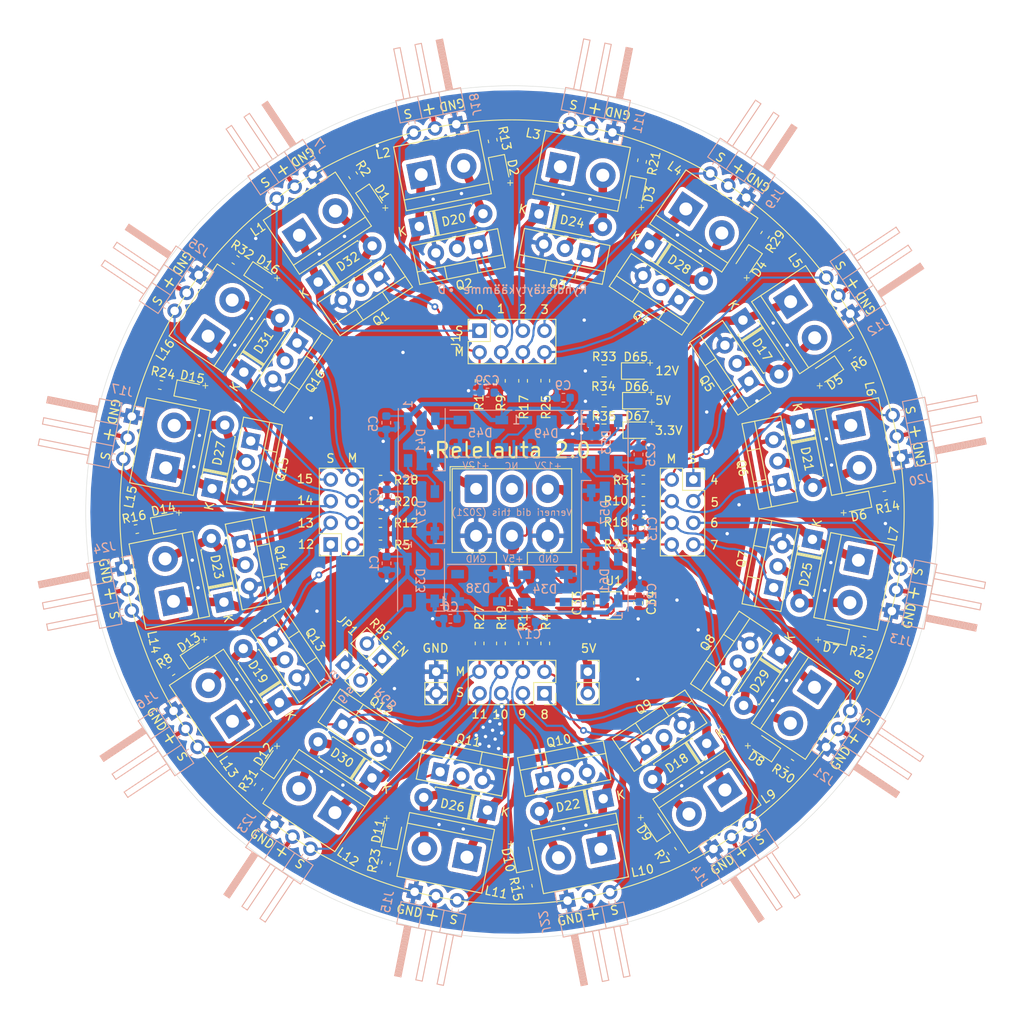
<source format=kicad_pcb>
(kicad_pcb (version 20171130) (host pcbnew "(5.1.5-0-10_14)")
  (layers (0 F.Cu signal) (31 B.Cu signal) (34 B.Paste user) (35 F.Paste user) (36 B.SilkS user) (37 F.SilkS user) (38 B.Mask user) (39 F.Mask user) (44 Edge.Cuts user))
  (net 0 "")
  (net 1 GND)
  (net 2 /rgb/5V_RGB)
  (net 3 +5V)
  (net 4 3.3V_sensor)
  (net 5 +12V)
  (net 6 /m0)
  (net 7 "Net-(D2-Pad1)")
  (net 8 /m4)
  (net 9 "Net-(D3-Pad1)")
  (net 10 /m8)
  (net 11 "Net-(D4-Pad1)")
  (net 12 /m12)
  (net 13 "Net-(D5-Pad1)")
  (net 14 /m1)
  (net 15 "Net-(D9-Pad1)")
  (net 16 /m5)
  (net 17 "Net-(D10-Pad1)")
  (net 18 /m9)
  (net 19 "Net-(D11-Pad1)")
  (net 20 /m13)
  (net 21 "Net-(D12-Pad1)")
  (net 22 /m2)
  (net 23 /m6)
  (net 24 /m10)
  (net 25 /m14)
  (net 26 "Net-(D21-Pad2)")
  (net 27 "Net-(D22-Pad2)")
  (net 28 "Net-(D23-Pad2)")
  (net 29 "Net-(D24-Pad2)")
  (net 30 /m3)
  (net 31 /m7)
  (net 32 /m11)
  (net 33 /m15)
  (net 34 "Net-(D29-Pad2)")
  (net 35 "Net-(D30-Pad2)")
  (net 36 "Net-(D31-Pad2)")
  (net 37 "Net-(D32-Pad2)")
  (net 38 "Net-(D33-Pad2)")
  (net 39 "Net-(D33-Pad4)")
  (net 40 "Net-(D34-Pad2)")
  (net 41 "Net-(D34-Pad4)")
  (net 42 "Net-(D37-Pad2)")
  (net 43 "Net-(D38-Pad2)")
  (net 44 "Net-(D41-Pad2)")
  (net 45 "Net-(D45-Pad2)")
  (net 46 "Net-(D49-Pad2)")
  (net 47 "Net-(D53-Pad2)")
  (net 48 "Net-(D57-Pad2)")
  (net 49 "Net-(D65-Pad1)")
  (net 50 "Net-(D66-Pad1)")
  (net 51 "Net-(D67-Pad1)")
  (net 52 /s3)
  (net 53 /s2)
  (net 54 /s1)
  (net 55 /s0)
  (net 56 /s7)
  (net 57 /s6)
  (net 58 /s5)
  (net 59 /s4)
  (net 60 /s11)
  (net 61 /s10)
  (net 62 /s9)
  (net 63 /s8)
  (net 64 /s15)
  (net 65 /s14)
  (net 66 /s13)
  (net 67 /s12)
  (net 68 "Net-(J8-Pad2)")
  (net 69 "Net-(J10-Pad2)")
  (net 70 "Net-(U1-Pad4)")
  (net 71 "Net-(D1-Pad1)")
  (net 72 "Net-(D6-Pad1)")
  (net 73 "Net-(D7-Pad1)")
  (net 74 "Net-(D8-Pad1)")
  (net 75 "Net-(D13-Pad1)")
  (net 76 "Net-(D14-Pad1)")
  (net 77 "Net-(D15-Pad1)")
  (net 78 "Net-(D16-Pad1)")
  (net 79 "Net-(D17-Pad2)")
  (net 80 "Net-(D18-Pad2)")
  (net 81 "Net-(D19-Pad2)")
  (net 82 "Net-(D20-Pad2)")
  (net 83 "Net-(D25-Pad2)")
  (net 84 "Net-(D26-Pad2)")
  (net 85 "Net-(D27-Pad2)")
  (net 86 "Net-(D28-Pad2)")
  (module Capacitor_SMD:C_0603_1608Metric (layer B.Cu) (at 147.1325 85.99 180)
    (fp_text reference C29 (at 0 1.43) (layer B.SilkS) (effects (justify mirror)))
    (fp_text value 100n)
    (pad 2 smd roundrect (at 0.7875 0 180) (size 0.875 0.95) (layers B.Cu B.Paste B.Mask) (net 1 GND))
    (pad 1 smd roundrect (at -0.7875 0 180) (size 0.875 0.95) (layers B.Cu B.Paste B.Mask) (net 2 /rgb/5V_RGB))
  )
  (module Capacitor_SMD:C_0603_1608Metric (layer B.Cu) (at 164.84 93.2475 90)
    (fp_text reference C25 (at 0 1.43 270) (layer B.SilkS) (effects (justify mirror)))
    (fp_text value 100n)
    (pad 2 smd roundrect (at 0.7875 0 90) (size 0.875 0.95) (layers B.Cu B.Paste B.Mask) (net 1 GND))
    (pad 1 smd roundrect (at -0.7875 0 90) (size 0.875 0.95) (layers B.Cu B.Paste B.Mask) (net 2 /rgb/5V_RGB))
  )
  (module Capacitor_SMD:C_0603_1608Metric (layer B.Cu) (at 164.97 109.7575 90)
    (fp_text reference C21 (at 0 1.43 90) (layer B.SilkS) (effects (justify mirror)))
    (fp_text value 100n)
    (pad 2 smd roundrect (at 0.7875 0 90) (size 0.875 0.95) (layers B.Cu B.Paste B.Mask) (net 1 GND))
    (pad 1 smd roundrect (at -0.7875 0 90) (size 0.875 0.95) (layers B.Cu B.Paste B.Mask) (net 2 /rgb/5V_RGB))
  )
  (module Capacitor_SMD:C_0603_1608Metric (layer B.Cu) (at 142.7675 112.53 180)
    (fp_text reference C6 (at 0 1.43) (layer B.SilkS) (effects (justify mirror)))
    (fp_text value 100n)
    (pad 2 smd roundrect (at 0.7875 0 180) (size 0.875 0.95) (layers B.Cu B.Paste B.Mask) (net 1 GND))
    (pad 1 smd roundrect (at -0.7875 0 180) (size 0.875 0.95) (layers B.Cu B.Paste B.Mask) (net 2 /rgb/5V_RGB))
  )
  (module Capacitor_SMD:C_0603_1608Metric (layer B.Cu) (at 135.31 98.13 270)
    (fp_text reference C2 (at 0 1.43 90) (layer B.SilkS) (effects (justify mirror)))
    (fp_text value 100n)
    (pad 2 smd roundrect (at 0.7875 0 270) (size 0.875 0.95) (layers B.Cu B.Paste B.Mask) (net 1 GND))
    (pad 1 smd roundrect (at -0.7875 0 270) (size 0.875 0.95) (layers B.Cu B.Paste B.Mask) (net 2 /rgb/5V_RGB))
  )
  (module Connector_Molex:Molex_Mini-Fit_Jr_5566-06A_2x03_P4.20mm_Vertical (layer F.Cu) (at 145.79 97.28)
    (fp_text reference J10 hide)
    (fp_text value PSU_Conn)
    (pad 6 thru_hole oval (at 8.4 5.5) (size 2.7 3.3) (drill 1.4) (layers *.Cu *.Mask) (net 1 GND))
    (pad 5 thru_hole oval (at 4.2 5.5) (size 2.7 3.3) (drill 1.4) (layers *.Cu *.Mask) (net 3 +5V))
    (pad 4 thru_hole oval (at 0 5.5) (size 2.7 3.3) (drill 1.4) (layers *.Cu *.Mask) (net 1 GND))
    (pad 3 thru_hole oval (at 8.4 0) (size 2.7 3.3) (drill 1.4) (layers *.Cu *.Mask) (net 5 +12V))
    (pad 2 thru_hole oval (at 4.2 0) (size 2.7 3.3) (drill 1.4) (layers *.Cu *.Mask) (net 69 "Net-(J10-Pad2)"))
    (pad 1 thru_hole roundrect (at 0 0) (size 2.7 3.3) (drill 1.4) (layers *.Cu *.Mask) (roundrect_rratio 0.09259299999999999) (net 5 +12V))
  )
  (module Connector_PinSocket_2.54mm:PinSocket_1x02_P2.54mm_Vertical (layer F.Cu) (at 141.11 118.73)
    (fp_text reference J6 hide)
    (fp_text value STACK_GND)
    (pad 2 thru_hole oval (at 0 2.54) (size 1.7 1.7) (drill 1) (layers *.Cu *.Mask) (net 1 GND))
    (pad 1 thru_hole rect (at 0 0) (size 1.7 1.7) (drill 1) (layers *.Cu *.Mask) (net 1 GND))
  )
  (module Connector_PinSocket_2.54mm:PinSocket_1x02_P2.54mm_Vertical (layer F.Cu) (at 158.89 118.73)
    (fp_text reference J5 hide)
    (fp_text value STACK_5V)
    (pad 2 thru_hole oval (at 0 2.54) (size 1.7 1.7) (drill 1) (layers *.Cu *.Mask) (net 3 +5V))
    (pad 1 thru_hole rect (at 0 0) (size 1.7 1.7) (drill 1) (layers *.Cu *.Mask) (net 3 +5V))
  )
  (module Package_TO_SOT_SMD:SOT-23-5 (layer F.Cu) (at 161.94 110.97)
    (fp_text reference U1 (at 0 -2.9) (layer F.SilkS))
    (fp_text value TLV75533PDBV)
    (pad 5 smd rect (at 1.1 -0.95) (size 1.06 0.65) (layers F.Cu F.Paste F.Mask) (net 4 3.3V_sensor))
    (pad 4 smd rect (at 1.1 0.95) (size 1.06 0.65) (layers F.Cu F.Paste F.Mask) (net 70 "Net-(U1-Pad4)"))
    (pad 3 smd rect (at -1.1 0.95) (size 1.06 0.65) (layers F.Cu F.Paste F.Mask) (net 3 +5V))
    (pad 2 smd rect (at -1.1 0) (size 1.06 0.65) (layers F.Cu F.Paste F.Mask) (net 1 GND))
    (pad 1 smd rect (at -1.1 -0.95) (size 1.06 0.65) (layers F.Cu F.Paste F.Mask) (net 3 +5V))
  )
  (module Resistor_SMD:R_0805_2012Metric (layer F.Cu) (at 160.7875 90.39 180)
    (fp_text reference R35 (at 0.0175 1.61) (layer F.SilkS))
    (fp_text value 10k)
    (pad 2 smd roundrect (at 0.9375 0 180) (size 0.975 1.4) (layers F.Cu F.Paste F.Mask) (net 1 GND))
    (pad 1 smd roundrect (at -0.9375 0 180) (size 0.975 1.4) (layers F.Cu F.Paste F.Mask) (net 51 "Net-(D67-Pad1)"))
  )
  (module Resistor_SMD:R_0805_2012Metric (layer F.Cu) (at 160.8075 86.95 180)
    (fp_text reference R34 (at 0.0875 1.67) (layer F.SilkS))
    (fp_text value 10k)
    (pad 2 smd roundrect (at 0.9375 0 180) (size 0.975 1.4) (layers F.Cu F.Paste F.Mask) (net 1 GND))
    (pad 1 smd roundrect (at -0.9375 0 180) (size 0.975 1.4) (layers F.Cu F.Paste F.Mask) (net 50 "Net-(D66-Pad1)"))
  )
  (module Resistor_SMD:R_0805_2012Metric (layer F.Cu) (at 160.8075 83.44 180)
    (fp_text reference R33 (at -0.0125 1.65) (layer F.SilkS))
    (fp_text value 10k)
    (pad 2 smd roundrect (at 0.9375 0 180) (size 0.975 1.4) (layers F.Cu F.Paste F.Mask) (net 1 GND))
    (pad 1 smd roundrect (at -0.9375 0 180) (size 0.975 1.4) (layers F.Cu F.Paste F.Mask) (net 49 "Net-(D65-Pad1)"))
  )
  (module Resistor_SMD:R_0603_1608Metric (layer F.Cu) (at 117.576026 70.432332 326.2)
    (fp_text reference R32 (at 0 -1.43 146.2) (layer F.SilkS))
    (fp_text value 10k)
    (pad 2 smd roundrect (at 0.7875 0 326.2) (size 0.875 0.95) (layers F.Cu F.Paste F.Mask) (net 78 "Net-(D16-Pad1)"))
    (pad 1 smd roundrect (at -0.7875 0 326.2) (size 0.875 0.95) (layers F.Cu F.Paste F.Mask) (net 1 GND))
  )
  (module Resistor_SMD:R_0603_1608Metric (layer F.Cu) (at 120.273389 132.25836 56.2)
    (fp_text reference R31 (at 0 -1.43 56.2) (layer F.SilkS))
    (fp_text value 10k)
    (pad 2 smd roundrect (at 0.7875 0 56.2) (size 0.875 0.95) (layers F.Cu F.Paste F.Mask) (net 21 "Net-(D12-Pad1)"))
    (pad 1 smd roundrect (at -0.7875 0 56.2) (size 0.875 0.95) (layers F.Cu F.Paste F.Mask) (net 1 GND))
  )
  (module Resistor_SMD:R_0603_1608Metric (layer F.Cu) (at 182.620723 129.50888 146.2)
    (fp_text reference R30 (at 0 -1.43 146.2) (layer F.SilkS))
    (fp_text value 10k)
    (pad 2 smd roundrect (at 0.7875 0 146.2) (size 0.875 0.95) (layers F.Cu F.Paste F.Mask) (net 74 "Net-(D8-Pad1)"))
    (pad 1 smd roundrect (at -0.7875 0 146.2) (size 0.875 0.95) (layers F.Cu F.Paste F.Mask) (net 1 GND))
  )
  (module Resistor_SMD:R_0603_1608Metric (layer F.Cu) (at 179.687761 67.495093 236.2)
    (fp_text reference R29 (at 0 -1.43 56.2) (layer F.SilkS))
    (fp_text value 10k)
    (pad 2 smd roundrect (at 0.7875 0 236.2) (size 0.875 0.95) (layers F.Cu F.Paste F.Mask) (net 11 "Net-(D4-Pad1)"))
    (pad 1 smd roundrect (at -0.7875 0 236.2) (size 0.875 0.95) (layers F.Cu F.Paste F.Mask) (net 1 GND))
  )
  (module Resistor_SMD:R_0603_1608Metric (layer F.Cu) (at 134.5825 96.21 180)
    (fp_text reference R28 (at -2.9975 -0.04) (layer F.SilkS))
    (fp_text value 10k)
    (pad 2 smd roundrect (at 0.7875 0 180) (size 0.875 0.95) (layers F.Cu F.Paste F.Mask) (net 33 /m15))
    (pad 1 smd roundrect (at -0.7875 0 180) (size 0.875 0.95) (layers F.Cu F.Paste F.Mask) (net 1 GND))
  )
  (module Resistor_SMD:R_0603_1608Metric (layer F.Cu) (at 146.2 115.4125 270)
    (fp_text reference R27 (at -3.0125 0 90) (layer F.SilkS))
    (fp_text value 10k)
    (pad 2 smd roundrect (at 0.7875 0 270) (size 0.875 0.95) (layers F.Cu F.Paste F.Mask) (net 32 /m11))
    (pad 1 smd roundrect (at -0.7875 0 270) (size 0.875 0.95) (layers F.Cu F.Paste F.Mask) (net 1 GND))
  )
  (module Resistor_SMD:R_0603_1608Metric (layer F.Cu) (at 165.4 103.8)
    (fp_text reference R26 (at -3.2 0) (layer F.SilkS))
    (fp_text value 10k)
    (pad 2 smd roundrect (at 0.7875 0) (size 0.875 0.95) (layers F.Cu F.Paste F.Mask) (net 31 /m7))
    (pad 1 smd roundrect (at -0.7875 0) (size 0.875 0.95) (layers F.Cu F.Paste F.Mask) (net 1 GND))
  )
  (module Resistor_SMD:R_0603_1608Metric (layer F.Cu) (at 153.9 84.6 90)
    (fp_text reference R25 (at -3.1 0.1 90) (layer F.SilkS))
    (fp_text value 10k)
    (pad 2 smd roundrect (at 0.7875 0 90) (size 0.875 0.95) (layers F.Cu F.Paste F.Mask) (net 30 /m3))
    (pad 1 smd roundrect (at -0.7875 0 90) (size 0.875 0.95) (layers F.Cu F.Paste F.Mask) (net 1 GND))
  )
  (module Resistor_SMD:R_0603_1608Metric (layer F.Cu) (at 108.78571 85.099524 348.7)
    (fp_text reference R24 (at 0 -1.43 168.7) (layer F.SilkS))
    (fp_text value 10k)
    (pad 2 smd roundrect (at 0.7875 0 348.7) (size 0.875 0.95) (layers F.Cu F.Paste F.Mask) (net 77 "Net-(D15-Pad1)"))
    (pad 1 smd roundrect (at -0.7875 0 348.7) (size 0.875 0.95) (layers F.Cu F.Paste F.Mask) (net 1 GND))
  )
  (module Resistor_SMD:R_0603_1608Metric (layer F.Cu) (at 135.228836 141.190135 78.7)
    (fp_text reference R23 (at 0 -1.43 78.7) (layer F.SilkS))
    (fp_text value 10k)
    (pad 2 smd roundrect (at 0.7875 0 78.7) (size 0.875 0.95) (layers F.Cu F.Paste F.Mask) (net 19 "Net-(D11-Pad1)"))
    (pad 1 smd roundrect (at -0.7875 0 78.7) (size 0.875 0.95) (layers F.Cu F.Paste F.Mask) (net 1 GND))
  )
  (module Resistor_SMD:R_0603_1608Metric (layer F.Cu) (at 191.266751 115.116252 168.7)
    (fp_text reference R22 (at 0 -1.43 168.7) (layer F.SilkS))
    (fp_text value 10k)
    (pad 2 smd roundrect (at 0.7875 0 168.7) (size 0.875 0.95) (layers F.Cu F.Paste F.Mask) (net 73 "Net-(D7-Pad1)"))
    (pad 1 smd roundrect (at -0.7875 0 168.7) (size 0.875 0.95) (layers F.Cu F.Paste F.Mask) (net 1 GND))
  )
  (module Resistor_SMD:R_0603_1608Metric (layer F.Cu) (at 165.254308 58.827766 258.7)
    (fp_text reference R21 (at 0 -1.43 78.7) (layer F.SilkS))
    (fp_text value 10k)
    (pad 2 smd roundrect (at 0.7875 0 258.7) (size 0.875 0.95) (layers F.Cu F.Paste F.Mask) (net 9 "Net-(D3-Pad1)"))
    (pad 1 smd roundrect (at -0.7875 0 258.7) (size 0.875 0.95) (layers F.Cu F.Paste F.Mask) (net 1 GND))
  )
  (module Resistor_SMD:R_0603_1608Metric (layer F.Cu) (at 134.58 98.76 180)
    (fp_text reference R20 (at -3 -0.02) (layer F.SilkS))
    (fp_text value 10k)
    (pad 2 smd roundrect (at 0.7875 0 180) (size 0.875 0.95) (layers F.Cu F.Paste F.Mask) (net 25 /m14))
    (pad 1 smd roundrect (at -0.7875 0 180) (size 0.875 0.95) (layers F.Cu F.Paste F.Mask) (net 1 GND))
  )
  (module Resistor_SMD:R_0603_1608Metric (layer F.Cu) (at 148.7 115.4125 270)
    (fp_text reference R19 (at -3 -0.0875 90) (layer F.SilkS))
    (fp_text value 10k)
    (pad 2 smd roundrect (at 0.7875 0 270) (size 0.875 0.95) (layers F.Cu F.Paste F.Mask) (net 24 /m10))
    (pad 1 smd roundrect (at -0.7875 0 270) (size 0.875 0.95) (layers F.Cu F.Paste F.Mask) (net 1 GND))
  )
  (module Resistor_SMD:R_0603_1608Metric (layer F.Cu) (at 165.4 101.2)
    (fp_text reference R18 (at -3.2 0) (layer F.SilkS))
    (fp_text value 10k)
    (pad 2 smd roundrect (at 0.7875 0) (size 0.875 0.95) (layers F.Cu F.Paste F.Mask) (net 23 /m6))
    (pad 1 smd roundrect (at -0.7875 0) (size 0.875 0.95) (layers F.Cu F.Paste F.Mask) (net 1 GND))
  )
  (module Resistor_SMD:R_0603_1608Metric (layer F.Cu) (at 151.3 84.6125 90)
    (fp_text reference R17 (at -3.0875 0.1 90) (layer F.SilkS))
    (fp_text value 10k)
    (pad 2 smd roundrect (at 0.7875 0 90) (size 0.875 0.95) (layers F.Cu F.Paste F.Mask) (net 22 /m2))
    (pad 1 smd roundrect (at -0.7875 0 90) (size 0.875 0.95) (layers F.Cu F.Paste F.Mask) (net 1 GND))
  )
  (module Resistor_SMD:R_0603_1608Metric (layer F.Cu) (at 105.945221 101.999875 11.2)
    (fp_text reference R16 (at 0 -1.43 11.2) (layer F.SilkS))
    (fp_text value 10k)
    (pad 2 smd roundrect (at 0.7875 0 11.2) (size 0.875 0.95) (layers F.Cu F.Paste F.Mask) (net 76 "Net-(D14-Pad1)"))
    (pad 1 smd roundrect (at -0.7875 0 11.2) (size 0.875 0.95) (layers F.Cu F.Paste F.Mask) (net 1 GND))
  )
  (module Resistor_SMD:R_0603_1608Metric (layer F.Cu) (at 151.846748 143.939399 101.2)
    (fp_text reference R15 (at 0 -1.43 101.2) (layer F.SilkS))
    (fp_text value 10k)
    (pad 2 smd roundrect (at 0.7875 0 101.2) (size 0.875 0.95) (layers F.Cu F.Paste F.Mask) (net 17 "Net-(D10-Pad1)"))
    (pad 1 smd roundrect (at -0.7875 0 101.2) (size 0.875 0.95) (layers F.Cu F.Paste F.Mask) (net 1 GND))
  )
  (module Resistor_SMD:R_0603_1608Metric (layer F.Cu) (at 193.780147 98.079556 191.2)
    (fp_text reference R14 (at 0 -1.43 11.2) (layer F.SilkS))
    (fp_text value 10k)
    (pad 2 smd roundrect (at 0.7875 0 191.2) (size 0.875 0.95) (layers F.Cu F.Paste F.Mask) (net 72 "Net-(D6-Pad1)"))
    (pad 1 smd roundrect (at -0.7875 0 191.2) (size 0.875 0.95) (layers F.Cu F.Paste F.Mask) (net 1 GND))
  )
  (module Resistor_SMD:R_0603_1608Metric (layer F.Cu) (at 147.735583 56.426641 281.3)
    (fp_text reference R13 (at 0 -1.43 101.3) (layer F.SilkS))
    (fp_text value 10k)
    (pad 2 smd roundrect (at 0.7875 0 281.3) (size 0.875 0.95) (layers F.Cu F.Paste F.Mask) (net 7 "Net-(D2-Pad1)"))
    (pad 1 smd roundrect (at -0.7875 0 281.3) (size 0.875 0.95) (layers F.Cu F.Paste F.Mask) (net 1 GND))
  )
  (module Resistor_SMD:R_0603_1608Metric (layer F.Cu) (at 134.56 101.29 180)
    (fp_text reference R12 (at -3 -0.01) (layer F.SilkS))
    (fp_text value 10k)
    (pad 2 smd roundrect (at 0.7875 0 180) (size 0.875 0.95) (layers F.Cu F.Paste F.Mask) (net 20 /m13))
    (pad 1 smd roundrect (at -0.7875 0 180) (size 0.875 0.95) (layers F.Cu F.Paste F.Mask) (net 1 GND))
  )
  (module Resistor_SMD:R_0603_1608Metric (layer F.Cu) (at 151.3 115.4 270)
    (fp_text reference R11 (at -2.9875 0 90) (layer F.SilkS))
    (fp_text value 10k)
    (pad 2 smd roundrect (at 0.7875 0 270) (size 0.875 0.95) (layers F.Cu F.Paste F.Mask) (net 18 /m9))
    (pad 1 smd roundrect (at -0.7875 0 270) (size 0.875 0.95) (layers F.Cu F.Paste F.Mask) (net 1 GND))
  )
  (module Resistor_SMD:R_0603_1608Metric (layer F.Cu) (at 165.4125 98.7)
    (fp_text reference R10 (at -3.2125 0) (layer F.SilkS))
    (fp_text value 10k)
    (pad 2 smd roundrect (at 0.7875 0) (size 0.875 0.95) (layers F.Cu F.Paste F.Mask) (net 16 /m5))
    (pad 1 smd roundrect (at -0.7875 0) (size 0.875 0.95) (layers F.Cu F.Paste F.Mask) (net 1 GND))
  )
  (module Resistor_SMD:R_0603_1608Metric (layer F.Cu) (at 148.7 84.6125 90)
    (fp_text reference R9 (at -2.5875 0 90) (layer F.SilkS))
    (fp_text value 10k)
    (pad 2 smd roundrect (at 0.7875 0 90) (size 0.875 0.95) (layers F.Cu F.Paste F.Mask) (net 14 /m1))
    (pad 1 smd roundrect (at -0.7875 0 90) (size 0.875 0.95) (layers F.Cu F.Paste F.Mask) (net 1 GND))
  )
  (module Resistor_SMD:R_0603_1608Metric (layer F.Cu) (at 110.0306 118.679948 33.7)
    (fp_text reference R8 (at 0 -1.43 33.7) (layer F.SilkS))
    (fp_text value 10k)
    (pad 2 smd roundrect (at 0.7875 0 33.7) (size 0.875 0.95) (layers F.Cu F.Paste F.Mask) (net 75 "Net-(D13-Pad1)"))
    (pad 1 smd roundrect (at -0.7875 0 33.7) (size 0.875 0.95) (layers F.Cu F.Paste F.Mask) (net 1 GND))
  )
  (module Resistor_SMD:R_0603_1608Metric (layer F.Cu) (at 168.754274 139.765209 123.7)
    (fp_text reference R7 (at 0 -1.43 123.7) (layer F.SilkS))
    (fp_text value 10k)
    (pad 2 smd roundrect (at 0.7875 0 123.7) (size 0.875 0.95) (layers F.Cu F.Paste F.Mask) (net 15 "Net-(D9-Pad1)"))
    (pad 1 smd roundrect (at -0.7875 0 123.7) (size 0.875 0.95) (layers F.Cu F.Paste F.Mask) (net 1 GND))
  )
  (module Resistor_SMD:R_0603_1608Metric (layer F.Cu) (at 189.922458 81.441372 213.7)
    (fp_text reference R6 (at 0 -1.43 33.7) (layer F.SilkS))
    (fp_text value 10k)
    (pad 2 smd roundrect (at 0.7875 0 213.7) (size 0.875 0.95) (layers F.Cu F.Paste F.Mask) (net 13 "Net-(D5-Pad1)"))
    (pad 1 smd roundrect (at -0.7875 0 213.7) (size 0.875 0.95) (layers F.Cu F.Paste F.Mask) (net 1 GND))
  )
  (module Resistor_SMD:R_0603_1608Metric (layer F.Cu) (at 134.57 103.81 180)
    (fp_text reference R5 (at -2.55 -0.06) (layer F.SilkS))
    (fp_text value 10k)
    (pad 2 smd roundrect (at 0.7875 0 180) (size 0.875 0.95) (layers F.Cu F.Paste F.Mask) (net 12 /m12))
    (pad 1 smd roundrect (at -0.7875 0 180) (size 0.875 0.95) (layers F.Cu F.Paste F.Mask) (net 1 GND))
  )
  (module Resistor_SMD:R_0603_1608Metric (layer F.Cu) (at 153.9 115.4125 270)
    (fp_text reference R4 (at -2.5125 -0.1 90) (layer F.SilkS))
    (fp_text value 10k)
    (pad 2 smd roundrect (at 0.7875 0 270) (size 0.875 0.95) (layers F.Cu F.Paste F.Mask) (net 10 /m8))
    (pad 1 smd roundrect (at -0.7875 0 270) (size 0.875 0.95) (layers F.Cu F.Paste F.Mask) (net 1 GND))
  )
  (module Resistor_SMD:R_0603_1608Metric (layer F.Cu) (at 165.4 96.2)
    (fp_text reference R3 (at -2.6 0.1) (layer F.SilkS))
    (fp_text value 10k)
    (pad 2 smd roundrect (at 0.7875 0) (size 0.875 0.95) (layers F.Cu F.Paste F.Mask) (net 8 /m4))
    (pad 1 smd roundrect (at -0.7875 0) (size 0.875 0.95) (layers F.Cu F.Paste F.Mask) (net 1 GND))
  )
  (module Resistor_SMD:R_0603_1608Metric (layer F.Cu) (at 131.36 60.51 303.8)
    (fp_text reference R2 (at 0 -1.43 123.8) (layer F.SilkS))
    (fp_text value 10k)
    (pad 2 smd roundrect (at 0.7875 0 303.8) (size 0.875 0.95) (layers F.Cu F.Paste F.Mask) (net 71 "Net-(D1-Pad1)"))
    (pad 1 smd roundrect (at -0.7875 0 303.8) (size 0.875 0.95) (layers F.Cu F.Paste F.Mask) (net 1 GND))
  )
  (module Package_TO_SOT_THT:TO-220-3_Vertical (layer F.Cu) (at 124.79 80.17 236.2)
    (fp_text reference Q16 (at 2.54 -4.27 56.2) (layer F.SilkS))
    (fp_text value IRLZ44N)
    (pad 3 thru_hole oval (at 5.08 0 236.2) (size 1.905 2) (drill 1.1) (layers *.Cu *.Mask) (net 1 GND))
    (pad 2 thru_hole oval (at 2.54 0 236.2) (size 1.905 2) (drill 1.1) (layers *.Cu *.Mask) (net 36 "Net-(D31-Pad2)"))
    (pad 1 thru_hole rect (at 0 0 236.2) (size 1.905 2) (drill 1.1) (layers *.Cu *.Mask) (net 33 /m15))
  )
  (module Package_TO_SOT_THT:TO-220-3_Vertical (layer F.Cu) (at 119.35 91.67 258.7)
    (fp_text reference Q15 (at 2.54 -4.27 78.7) (layer F.SilkS))
    (fp_text value IRLZ44N)
    (pad 3 thru_hole oval (at 5.08 0 258.7) (size 1.905 2) (drill 1.1) (layers *.Cu *.Mask) (net 1 GND))
    (pad 2 thru_hole oval (at 2.54 0 258.7) (size 1.905 2) (drill 1.1) (layers *.Cu *.Mask) (net 85 "Net-(D27-Pad2)"))
    (pad 1 thru_hole rect (at 0 0 258.7) (size 1.905 2) (drill 1.1) (layers *.Cu *.Mask) (net 25 /m14))
  )
  (module Package_TO_SOT_THT:TO-220-3_Vertical (layer F.Cu) (at 118.21 103.7 281.2)
    (fp_text reference Q14 (at 2.54 -4.27 101.2) (layer F.SilkS))
    (fp_text value IRLZ44N)
    (pad 3 thru_hole oval (at 5.08 0 281.2) (size 1.905 2) (drill 1.1) (layers *.Cu *.Mask) (net 1 GND))
    (pad 2 thru_hole oval (at 2.54 0 281.2) (size 1.905 2) (drill 1.1) (layers *.Cu *.Mask) (net 28 "Net-(D23-Pad2)"))
    (pad 1 thru_hole rect (at 0 0 281.2) (size 1.905 2) (drill 1.1) (layers *.Cu *.Mask) (net 20 /m13))
  )
  (module Package_TO_SOT_THT:TO-220-3_Vertical (layer F.Cu) (at 121.94 115.22 303.7)
    (fp_text reference Q13 (at 2.54 -4.27 123.7) (layer F.SilkS))
    (fp_text value IRLZ44N)
    (pad 3 thru_hole oval (at 5.08 0 303.7) (size 1.905 2) (drill 1.1) (layers *.Cu *.Mask) (net 1 GND))
    (pad 2 thru_hole oval (at 2.54 0 303.7) (size 1.905 2) (drill 1.1) (layers *.Cu *.Mask) (net 81 "Net-(D19-Pad2)"))
    (pad 1 thru_hole rect (at 0 0 303.7) (size 1.905 2) (drill 1.1) (layers *.Cu *.Mask) (net 12 /m12))
  )
  (module Package_TO_SOT_THT:TO-220-3_Vertical (layer F.Cu) (at 130.16 124.91 326.2)
    (fp_text reference Q12 (at 2.54 -4.27 146.2) (layer F.SilkS))
    (fp_text value IRLZ44N)
    (pad 3 thru_hole oval (at 5.08 0 326.2) (size 1.905 2) (drill 1.1) (layers *.Cu *.Mask) (net 1 GND))
    (pad 2 thru_hole oval (at 2.54 0 326.2) (size 1.905 2) (drill 1.1) (layers *.Cu *.Mask) (net 35 "Net-(D30-Pad2)"))
    (pad 1 thru_hole rect (at 0 0 326.2) (size 1.905 2) (drill 1.1) (layers *.Cu *.Mask) (net 32 /m11))
  )
  (module Package_TO_SOT_THT:TO-220-3_Vertical (layer F.Cu) (at 141.56 130.48 348.7)
    (fp_text reference Q11 (at 2.54 -4.27 168.7) (layer F.SilkS))
    (fp_text value IRLZ44N)
    (pad 3 thru_hole oval (at 5.08 0 348.7) (size 1.905 2) (drill 1.1) (layers *.Cu *.Mask) (net 1 GND))
    (pad 2 thru_hole oval (at 2.54 0 348.7) (size 1.905 2) (drill 1.1) (layers *.Cu *.Mask) (net 84 "Net-(D26-Pad2)"))
    (pad 1 thru_hole rect (at 0 0 348.7) (size 1.905 2) (drill 1.1) (layers *.Cu *.Mask) (net 24 /m10))
  )
  (module Package_TO_SOT_THT:TO-220-3_Vertical (layer F.Cu) (at 153.82 131.53 11.2)
    (fp_text reference Q10 (at 2.54 -4.27 11.2) (layer F.SilkS))
    (fp_text value IRLZ44N)
    (pad 3 thru_hole oval (at 5.08 0 11.2) (size 1.905 2) (drill 1.1) (layers *.Cu *.Mask) (net 1 GND))
    (pad 2 thru_hole oval (at 2.54 0 11.2) (size 1.905 2) (drill 1.1) (layers *.Cu *.Mask) (net 27 "Net-(D22-Pad2)"))
    (pad 1 thru_hole rect (at 0 0 11.2) (size 1.905 2) (drill 1.1) (layers *.Cu *.Mask) (net 18 /m9))
  )
  (module Package_TO_SOT_THT:TO-220-3_Vertical (layer F.Cu) (at 165.72 127.85 33.7)
    (fp_text reference Q9 (at 2.54 -4.27 33.7) (layer F.SilkS))
    (fp_text value IRLZ44N)
    (pad 3 thru_hole oval (at 5.08 0 33.7) (size 1.905 2) (drill 1.1) (layers *.Cu *.Mask) (net 1 GND))
    (pad 2 thru_hole oval (at 2.54 0 33.7) (size 1.905 2) (drill 1.1) (layers *.Cu *.Mask) (net 80 "Net-(D18-Pad2)"))
    (pad 1 thru_hole rect (at 0 0 33.7) (size 1.905 2) (drill 1.1) (layers *.Cu *.Mask) (net 10 /m8))
  )
  (module Package_TO_SOT_THT:TO-220-3_Vertical (layer F.Cu) (at 175.1 119.82 56.2)
    (fp_text reference Q8 (at 2.54 -4.27 56.2) (layer F.SilkS))
    (fp_text value IRLZ44N)
    (pad 3 thru_hole oval (at 5.08 0 56.2) (size 1.905 2) (drill 1.1) (layers *.Cu *.Mask) (net 1 GND))
    (pad 2 thru_hole oval (at 2.54 0 56.2) (size 1.905 2) (drill 1.1) (layers *.Cu *.Mask) (net 34 "Net-(D29-Pad2)"))
    (pad 1 thru_hole rect (at 0 0 56.2) (size 1.905 2) (drill 1.1) (layers *.Cu *.Mask) (net 31 /m7))
  )
  (module Package_TO_SOT_THT:TO-220-3_Vertical (layer F.Cu) (at 180.69 108.87 78.7)
    (fp_text reference Q7 (at 2.54 -4.27 78.7) (layer F.SilkS))
    (fp_text value IRLZ44N)
    (pad 3 thru_hole oval (at 5.08 0 78.7) (size 1.905 2) (drill 1.1) (layers *.Cu *.Mask) (net 1 GND))
    (pad 2 thru_hole oval (at 2.54 0 78.7) (size 1.905 2) (drill 1.1) (layers *.Cu *.Mask) (net 83 "Net-(D25-Pad2)"))
    (pad 1 thru_hole rect (at 0 0 78.7) (size 1.905 2) (drill 1.1) (layers *.Cu *.Mask) (net 23 /m6))
  )
  (module Package_TO_SOT_THT:TO-220-3_Vertical (layer F.Cu) (at 181.67 96.52 101.2)
    (fp_text reference Q6 (at 2.54 -4.27 101.2) (layer F.SilkS))
    (fp_text value IRLZ44N)
    (pad 3 thru_hole oval (at 5.08 0 101.2) (size 1.905 2) (drill 1.1) (layers *.Cu *.Mask) (net 1 GND))
    (pad 2 thru_hole oval (at 2.54 0 101.2) (size 1.905 2) (drill 1.1) (layers *.Cu *.Mask) (net 26 "Net-(D21-Pad2)"))
    (pad 1 thru_hole rect (at 0 0 101.2) (size 1.905 2) (drill 1.1) (layers *.Cu *.Mask) (net 16 /m5))
  )
  (module Package_TO_SOT_THT:TO-220-3_Vertical (layer F.Cu) (at 177.8 84.67 123.7)
    (fp_text reference Q5 (at 2.54 -4.27 123.7) (layer F.SilkS))
    (fp_text value IRLZ44N)
    (pad 3 thru_hole oval (at 5.08 0 123.7) (size 1.905 2) (drill 1.1) (layers *.Cu *.Mask) (net 1 GND))
    (pad 2 thru_hole oval (at 2.54 0 123.7) (size 1.905 2) (drill 1.1) (layers *.Cu *.Mask) (net 79 "Net-(D17-Pad2)"))
    (pad 1 thru_hole rect (at 0 0 123.7) (size 1.905 2) (drill 1.1) (layers *.Cu *.Mask) (net 8 /m4))
  )
  (module Package_TO_SOT_THT:TO-220-3_Vertical (layer F.Cu) (at 169.59 75.09 146.2)
    (fp_text reference Q4 (at 2.54 -4.27 146.2) (layer F.SilkS))
    (fp_text value IRLZ44N)
    (pad 3 thru_hole oval (at 5.08 0 146.2) (size 1.905 2) (drill 1.1) (layers *.Cu *.Mask) (net 1 GND))
    (pad 2 thru_hole oval (at 2.54 0 146.2) (size 1.905 2) (drill 1.1) (layers *.Cu *.Mask) (net 86 "Net-(D28-Pad2)"))
    (pad 1 thru_hole rect (at 0 0 146.2) (size 1.905 2) (drill 1.1) (layers *.Cu *.Mask) (net 30 /m3))
  )
  (module Package_TO_SOT_THT:TO-220-3_Vertical (layer F.Cu) (at 158.7 69.58 168.7)
    (fp_text reference Q3 (at 2.54 -4.27 168.7) (layer F.SilkS))
    (fp_text value IRLZ44N)
    (pad 3 thru_hole oval (at 5.08 0 168.7) (size 1.905 2) (drill 1.1) (layers *.Cu *.Mask) (net 1 GND))
    (pad 2 thru_hole oval (at 2.54 0 168.7) (size 1.905 2) (drill 1.1) (layers *.Cu *.Mask) (net 29 "Net-(D24-Pad2)"))
    (pad 1 thru_hole rect (at 0 0 168.7) (size 1.905 2) (drill 1.1) (layers *.Cu *.Mask) (net 22 /m2))
  )
  (module TerminalBlock:TerminalBlock_bornier-2_P5.08mm (layer F.Cu) (at 114.35 79.36 56.2)
    (fp_text reference L16 (at -4.155419 -3.259217 56.2) (layer F.SilkS))
    (fp_text value EM)
    (pad 2 thru_hole circle (at 5.08 0 56.2) (size 3 3) (drill 1.52) (layers *.Cu *.Mask) (net 36 "Net-(D31-Pad2)"))
    (pad 1 thru_hole rect (at 0 0 56.2) (size 3 3) (drill 1.52) (layers *.Cu *.Mask) (net 5 +12V))
  )
  (module TerminalBlock:TerminalBlock_bornier-2_P5.08mm (layer F.Cu) (at 109.38 94.82 78.7)
    (fp_text reference L15 (at -4.159041 -3.36019 78.7) (layer F.SilkS))
    (fp_text value EM)
    (pad 2 thru_hole circle (at 5.08 0 78.7) (size 3 3) (drill 1.52) (layers *.Cu *.Mask) (net 85 "Net-(D27-Pad2)"))
    (pad 1 thru_hole rect (at 0 0 78.7) (size 3 3) (drill 1.52) (layers *.Cu *.Mask) (net 5 +12V))
  )
  (module TerminalBlock:TerminalBlock_bornier-2_P5.08mm (layer F.Cu) (at 110.29 110.48 101.2)
    (fp_text reference L14 (at -4.248151 -3.206199 101.2) (layer F.SilkS))
    (fp_text value EM)
    (pad 2 thru_hole circle (at 5.08 0 101.2) (size 3 3) (drill 1.52) (layers *.Cu *.Mask) (net 28 "Net-(D23-Pad2)"))
    (pad 1 thru_hole rect (at 0 0 101.2) (size 3 3) (drill 1.52) (layers *.Cu *.Mask) (net 5 +12V))
  )
  (module TerminalBlock:TerminalBlock_bornier-2_P5.08mm (layer F.Cu) (at 117.21 124.55 123.7)
    (fp_text reference L13 (at -4.195519 -3.33995 123.7) (layer F.SilkS))
    (fp_text value EM)
    (pad 2 thru_hole circle (at 5.08 0 123.7) (size 3 3) (drill 1.52) (layers *.Cu *.Mask) (net 81 "Net-(D19-Pad2)"))
    (pad 1 thru_hole rect (at 0 0 123.7) (size 3 3) (drill 1.52) (layers *.Cu *.Mask) (net 5 +12V))
  )
  (module TerminalBlock:TerminalBlock_bornier-2_P5.08mm (layer F.Cu) (at 129.23 135.26 146.2)
    (fp_text reference L12 (at -4.161397 -3.48386 146.2) (layer F.SilkS))
    (fp_text value EM)
    (pad 2 thru_hole circle (at 5.08 0 146.2) (size 3 3) (drill 1.52) (layers *.Cu *.Mask) (net 35 "Net-(D30-Pad2)"))
    (pad 1 thru_hole rect (at 0 0 146.2) (size 3 3) (drill 1.52) (layers *.Cu *.Mask) (net 5 +12V))
  )
  (module TerminalBlock:TerminalBlock_bornier-2_P5.08mm (layer F.Cu) (at 144.71 140.48 168.7)
    (fp_text reference L11 (at -4.172766 -3.377843 168.7) (layer F.SilkS))
    (fp_text value EM)
    (pad 2 thru_hole circle (at 5.08 0 168.7) (size 3 3) (drill 1.52) (layers *.Cu *.Mask) (net 84 "Net-(D26-Pad2)"))
    (pad 1 thru_hole rect (at 0 0 168.7) (size 3 3) (drill 1.52) (layers *.Cu *.Mask) (net 5 +12V))
  )
  (module TerminalBlock:TerminalBlock_bornier-2_P5.08mm (layer F.Cu) (at 160.43 139.55 191.2)
    (fp_text reference L10 (at -4.295648 -3.42968 11.2) (layer F.SilkS))
    (fp_text value EM)
    (pad 2 thru_hole circle (at 5.08 0 191.2) (size 3 3) (drill 1.52) (layers *.Cu *.Mask) (net 27 "Net-(D22-Pad2)"))
    (pad 1 thru_hole rect (at 0 0 191.2) (size 3 3) (drill 1.52) (layers *.Cu *.Mask) (net 5 +12V))
  )
  (module TerminalBlock:TerminalBlock_bornier-2_P5.08mm (layer F.Cu) (at 174.98 132.61 213.7)
    (fp_text reference L9 (at -3.837923 -3.473089 33.7) (layer F.SilkS))
    (fp_text value EM)
    (pad 2 thru_hole circle (at 5.08 0 213.7) (size 3 3) (drill 1.52) (layers *.Cu *.Mask) (net 80 "Net-(D18-Pad2)"))
    (pad 1 thru_hole rect (at 0 0 213.7) (size 3 3) (drill 1.52) (layers *.Cu *.Mask) (net 5 +12V))
  )
  (module TerminalBlock:TerminalBlock_bornier-2_P5.08mm (layer F.Cu) (at 185.48 120.56 236.2)
    (fp_text reference L8 (at -3.778798 -3.559479 56.2) (layer F.SilkS))
    (fp_text value EM)
    (pad 2 thru_hole circle (at 5.08 0 236.2) (size 3 3) (drill 1.52) (layers *.Cu *.Mask) (net 34 "Net-(D29-Pad2)"))
    (pad 1 thru_hole rect (at 0 0 236.2) (size 3 3) (drill 1.52) (layers *.Cu *.Mask) (net 5 +12V))
  )
  (module TerminalBlock:TerminalBlock_bornier-2_P5.08mm (layer F.Cu) (at 190.63 105.65 258.7)
    (fp_text reference L7 (at -3.80602 -3.430731 78.7) (layer F.SilkS))
    (fp_text value EM)
    (pad 2 thru_hole circle (at 5.08 0 258.7) (size 3 3) (drill 1.52) (layers *.Cu *.Mask) (net 83 "Net-(D25-Pad2)"))
    (pad 1 thru_hole rect (at 0 0 258.7) (size 3 3) (drill 1.52) (layers *.Cu *.Mask) (net 5 +12V))
  )
  (module TerminalBlock:TerminalBlock_bornier-2_P5.08mm (layer F.Cu) (at 189.75 89.83 281.2)
    (fp_text reference L6 (at -3.745824 -3.065958 101.2) (layer F.SilkS))
    (fp_text value EM)
    (pad 2 thru_hole circle (at 5.08 0 281.2) (size 3 3) (drill 1.52) (layers *.Cu *.Mask) (net 26 "Net-(D21-Pad2)"))
    (pad 1 thru_hole rect (at 0 0 281.2) (size 3 3) (drill 1.52) (layers *.Cu *.Mask) (net 5 +12V))
  )
  (module TerminalBlock:TerminalBlock_bornier-2_P5.08mm (layer F.Cu) (at 182.68 75.33 303.7)
    (fp_text reference L5 (at -3.710403 -3.123605 123.7) (layer F.SilkS))
    (fp_text value EM)
    (pad 2 thru_hole circle (at 5.08 0 303.7) (size 3 3) (drill 1.52) (layers *.Cu *.Mask) (net 79 "Net-(D17-Pad2)"))
    (pad 1 thru_hole rect (at 0 0 303.7) (size 3 3) (drill 1.52) (layers *.Cu *.Mask) (net 5 +12V))
  )
  (module TerminalBlock:TerminalBlock_bornier-2_P5.08mm (layer F.Cu) (at 170.39 64.45 326.2)
    (fp_text reference L4 (at -3.706064 -3.235118 146.2) (layer F.SilkS))
    (fp_text value EM)
    (pad 2 thru_hole circle (at 5.08 0 326.2) (size 3 3) (drill 1.52) (layers *.Cu *.Mask) (net 86 "Net-(D28-Pad2)"))
    (pad 1 thru_hole rect (at 0 0 326.2) (size 3 3) (drill 1.52) (layers *.Cu *.Mask) (net 5 +12V))
  )
  (module TerminalBlock:TerminalBlock_bornier-2_P5.08mm (layer F.Cu) (at 155.67 59.5 348.7)
    (fp_text reference L3 (at -3.884513 -3.160104 168.7) (layer F.SilkS))
    (fp_text value EM)
    (pad 2 thru_hole circle (at 5.08 0 348.7) (size 3 3) (drill 1.52) (layers *.Cu *.Mask) (net 29 "Net-(D24-Pad2)"))
    (pad 1 thru_hole rect (at 0 0 348.7) (size 3 3) (drill 1.52) (layers *.Cu *.Mask) (net 5 +12V))
  )
  (module Connector_PinHeader_2.54mm:PinHeader_2x01_P2.54mm_Vertical (layer F.Cu) (at 134.78 117.23 135)
    (fp_text reference JP1 (at 5.656854 -0.084853 135) (layer F.SilkS))
    (fp_text value "RGB enable")
    (pad 2 thru_hole oval (at 2.54 0 135) (size 1.7 1.7) (drill 1) (layers *.Cu *.Mask) (net 39 "Net-(D33-Pad4)"))
    (pad 1 thru_hole rect (at 0 0 135) (size 1.7 1.7) (drill 1) (layers *.Cu *.Mask) (net 68 "Net-(J8-Pad2)"))
  )
  (module Connector_PinHeader_2.54mm:PinHeader_1x03_P2.54mm_Horizontal (layer B.Cu) (at 113.25 72.18 146.2)
    (fp_text reference J25 (at 1.721839 2.62598 146.2) (layer B.SilkS) (effects (justify mirror)))
    (fp_text value Conn_sensor)
    (pad 3 thru_hole oval (at 0 -5.08 146.2) (size 1.7 1.7) (drill 1) (layers *.Cu *.Mask) (net 64 /s15))
    (pad 2 thru_hole oval (at 0 -2.54 146.2) (size 1.7 1.7) (drill 1) (layers *.Cu *.Mask) (net 4 3.3V_sensor))
    (pad 1 thru_hole rect (at 0 0 146.2) (size 1.7 1.7) (drill 1) (layers *.Cu *.Mask) (net 1 GND))
  )
  (module Connector_PinHeader_2.54mm:PinHeader_1x03_P2.54mm_Horizontal (layer B.Cu) (at 104.41 106.57 191.2)
    (fp_text reference J24 (at 1.719327 2.746254 11.2) (layer B.SilkS) (effects (justify mirror)))
    (fp_text value Conn_sensor)
    (pad 3 thru_hole oval (at 0 -5.08 191.2) (size 1.7 1.7) (drill 1) (layers *.Cu *.Mask) (net 66 /s13))
    (pad 2 thru_hole oval (at 0 -2.54 191.2) (size 1.7 1.7) (drill 1) (layers *.Cu *.Mask) (net 4 3.3V_sensor))
    (pad 1 thru_hole rect (at 0 0 191.2) (size 1.7 1.7) (drill 1) (layers *.Cu *.Mask) (net 1 GND))
  )
  (module Connector_PinHeader_2.54mm:PinHeader_1x03_P2.54mm_Horizontal (layer B.Cu) (at 122.14 136.67 236.2)
    (fp_text reference J23 (at 1.602962 2.825901 56.2) (layer B.SilkS) (effects (justify mirror)))
    (fp_text value Conn_sensor)
    (pad 3 thru_hole oval (at 0 -5.08 236.2) (size 1.7 1.7) (drill 1) (layers *.Cu *.Mask) (net 60 /s11))
    (pad 2 thru_hole oval (at 0 -2.54 236.2) (size 1.7 1.7) (drill 1) (layers *.Cu *.Mask) (net 4 3.3V_sensor))
    (pad 1 thru_hole rect (at 0 0 236.2) (size 1.7 1.7) (drill 1) (layers *.Cu *.Mask) (net 1 GND))
  )
  (module Connector_PinHeader_2.54mm:PinHeader_1x03_P2.54mm_Horizontal (layer B.Cu) (at 156.52 145.58 281.2)
    (fp_text reference J22 (at 1.92407 3.153784 101.2) (layer B.SilkS) (effects (justify mirror)))
    (fp_text value Conn_sensor)
    (pad 3 thru_hole oval (at 0 -5.08 281.2) (size 1.7 1.7) (drill 1) (layers *.Cu *.Mask) (net 62 /s9))
    (pad 2 thru_hole oval (at 0 -2.54 281.2) (size 1.7 1.7) (drill 1) (layers *.Cu *.Mask) (net 4 3.3V_sensor))
    (pad 1 thru_hole rect (at 0 0 281.2) (size 1.7 1.7) (drill 1) (layers *.Cu *.Mask) (net 1 GND))
  )
  (module Connector_PinHeader_2.54mm:PinHeader_1x03_P2.54mm_Horizontal (layer B.Cu) (at 186.85 127.56 326.2)
    (fp_text reference J21 (at 1.708727 3.019843 146.2) (layer B.SilkS) (effects (justify mirror)))
    (fp_text value Conn_sensor)
    (pad 3 thru_hole oval (at 0 -5.08 326.2) (size 1.7 1.7) (drill 1) (layers *.Cu *.Mask) (net 56 /s7))
    (pad 2 thru_hole oval (at 0 -2.54 326.2) (size 1.7 1.7) (drill 1) (layers *.Cu *.Mask) (net 4 3.3V_sensor))
    (pad 1 thru_hole rect (at 0 0 326.2) (size 1.7 1.7) (drill 1) (layers *.Cu *.Mask) (net 1 GND))
  )
  (module Connector_PinHeader_2.54mm:PinHeader_1x03_P2.54mm_Horizontal (layer B.Cu) (at 195.63 93.62 11.2)
    (fp_text reference J20 (at 1.704082 2.977701 191.2) (layer B.SilkS) (effects (justify mirror)))
    (fp_text value Conn_sensor)
    (pad 3 thru_hole oval (at 0 -5.08 11.2) (size 1.7 1.7) (drill 1) (layers *.Cu *.Mask) (net 58 /s5))
    (pad 2 thru_hole oval (at 0 -2.54 11.2) (size 1.7 1.7) (drill 1) (layers *.Cu *.Mask) (net 4 3.3V_sensor))
    (pad 1 thru_hole rect (at 0 0 11.2) (size 1.7 1.7) (drill 1) (layers *.Cu *.Mask) (net 1 GND))
  )
  (module Connector_PinHeader_2.54mm:PinHeader_1x03_P2.54mm_Horizontal (layer B.Cu) (at 177.48 63.12 56.2)
    (fp_text reference J19 (at 1.780492 2.839428 56.2) (layer B.SilkS) (effects (justify mirror)))
    (fp_text value Conn_sensor)
    (pad 3 thru_hole oval (at 0 -5.08 56.2) (size 1.7 1.7) (drill 1) (layers *.Cu *.Mask) (net 52 /s3))
    (pad 2 thru_hole oval (at 0 -2.54 56.2) (size 1.7 1.7) (drill 1) (layers *.Cu *.Mask) (net 4 3.3V_sensor))
    (pad 1 thru_hole rect (at 0 0 56.2) (size 1.7 1.7) (drill 1) (layers *.Cu *.Mask) (net 1 GND))
  )
  (module Connector_PinHeader_2.54mm:PinHeader_1x03_P2.54mm_Horizontal (layer B.Cu) (at 143.46 54.51 101.3)
    (fp_text reference J18 (at 1.853751 2.613907 101.3) (layer B.SilkS) (effects (justify mirror)))
    (fp_text value Conn_sensor)
    (pad 3 thru_hole oval (at 0 -5.08 101.3) (size 1.7 1.7) (drill 1) (layers *.Cu *.Mask) (net 54 /s1))
    (pad 2 thru_hole oval (at 0 -2.54 101.3) (size 1.7 1.7) (drill 1) (layers *.Cu *.Mask) (net 4 3.3V_sensor))
    (pad 1 thru_hole rect (at 0 0 101.3) (size 1.7 1.7) (drill 1) (layers *.Cu *.Mask) (net 1 GND))
  )
  (module Connector_PinHeader_2.54mm:PinHeader_1x03_P2.54mm_Horizontal (layer B.Cu) (at 105.4 88.8 168.7)
    (fp_text reference J17 (at 1.70573 2.769456 168.7) (layer B.SilkS) (effects (justify mirror)))
    (fp_text value Conn_sensor)
    (pad 3 thru_hole oval (at 0 -5.08 168.7) (size 1.7 1.7) (drill 1) (layers *.Cu *.Mask) (net 65 /s14))
    (pad 2 thru_hole oval (at 0 -2.54 168.7) (size 1.7 1.7) (drill 1) (layers *.Cu *.Mask) (net 4 3.3V_sensor))
    (pad 1 thru_hole rect (at 0 0 168.7) (size 1.7 1.7) (drill 1) (layers *.Cu *.Mask) (net 1 GND))
  )
  (module Connector_PinHeader_2.54mm:PinHeader_1x03_P2.54mm_Horizontal (layer B.Cu) (at 110.3 123.33 213.7)
    (fp_text reference J16 (at 1.877176 2.790467 33.7) (layer B.SilkS) (effects (justify mirror)))
    (fp_text value Conn_sensor)
    (pad 3 thru_hole oval (at 0 -5.08 213.7) (size 1.7 1.7) (drill 1) (layers *.Cu *.Mask) (net 67 /s12))
    (pad 2 thru_hole oval (at 0 -2.54 213.7) (size 1.7 1.7) (drill 1) (layers *.Cu *.Mask) (net 4 3.3V_sensor))
    (pad 1 thru_hole rect (at 0 0 213.7) (size 1.7 1.7) (drill 1) (layers *.Cu *.Mask) (net 1 GND))
  )
  (module Connector_PinHeader_2.54mm:PinHeader_1x03_P2.54mm_Horizontal (layer B.Cu) (at 138.58 144.55 258.7)
    (fp_text reference J15 (at 1.760622 2.891057 78.7) (layer B.SilkS) (effects (justify mirror)))
    (fp_text value Conn_sensor)
    (pad 3 thru_hole oval (at 0 -5.08 258.7) (size 1.7 1.7) (drill 1) (layers *.Cu *.Mask) (net 61 /s10))
    (pad 2 thru_hole oval (at 0 -2.54 258.7) (size 1.7 1.7) (drill 1) (layers *.Cu *.Mask) (net 4 3.3V_sensor))
    (pad 1 thru_hole rect (at 0 0 258.7) (size 1.7 1.7) (drill 1) (layers *.Cu *.Mask) (net 1 GND))
  )
  (module Connector_PinHeader_2.54mm:PinHeader_1x03_P2.54mm_Horizontal (layer B.Cu) (at 173.64 139.52 303.7)
    (fp_text reference J14 (at 1.749543 3.089983 123.7) (layer B.SilkS) (effects (justify mirror)))
    (fp_text value Conn_sensor)
    (pad 3 thru_hole oval (at 0 -5.08 303.7) (size 1.7 1.7) (drill 1) (layers *.Cu *.Mask) (net 63 /s8))
    (pad 2 thru_hole oval (at 0 -2.54 303.7) (size 1.7 1.7) (drill 1) (layers *.Cu *.Mask) (net 4 3.3V_sensor))
    (pad 1 thru_hole rect (at 0 0 303.7) (size 1.7 1.7) (drill 1) (layers *.Cu *.Mask) (net 1 GND))
  )
  (module Connector_PinHeader_2.54mm:PinHeader_1x03_P2.54mm_Horizontal (layer B.Cu) (at 194.56 111.62 348.7)
    (fp_text reference J13 (at 1.705668 3.126387 168.7) (layer B.SilkS) (effects (justify mirror)))
    (fp_text value Conn_sensor)
    (pad 3 thru_hole oval (at 0 -5.08 348.7) (size 1.7 1.7) (drill 1) (layers *.Cu *.Mask) (net 57 /s6))
    (pad 2 thru_hole oval (at 0 -2.54 348.7) (size 1.7 1.7) (drill 1) (layers *.Cu *.Mask) (net 4 3.3V_sensor))
    (pad 1 thru_hole rect (at 0 0 348.7) (size 1.7 1.7) (drill 1) (layers *.Cu *.Mask) (net 1 GND))
  )
  (module Connector_PinHeader_2.54mm:PinHeader_1x03_P2.54mm_Horizontal (layer B.Cu) (at 189.68 76.73 33.7)
    (fp_text reference J12 (at 1.852162 3.098322 33.7) (layer B.SilkS) (effects (justify mirror)))
    (fp_text value Conn_sensor)
    (pad 3 thru_hole oval (at 0 -5.08 33.7) (size 1.7 1.7) (drill 1) (layers *.Cu *.Mask) (net 59 /s4))
    (pad 2 thru_hole oval (at 0 -2.54 33.7) (size 1.7 1.7) (drill 1) (layers *.Cu *.Mask) (net 4 3.3V_sensor))
    (pad 1 thru_hole rect (at 0 0 33.7) (size 1.7 1.7) (drill 1) (layers *.Cu *.Mask) (net 1 GND))
  )
  (module Connector_PinHeader_2.54mm:PinHeader_1x03_P2.54mm_Horizontal (layer B.Cu) (at 161.780761 55.477703 78.7)
    (fp_text reference J11 (at 1.776324 2.816536 258.7) (layer B.SilkS) (effects (justify mirror)))
    (fp_text value Conn_sensor)
    (pad 3 thru_hole oval (at 0 -5.08 78.7) (size 1.7 1.7) (drill 1) (layers *.Cu *.Mask) (net 53 /s2))
    (pad 2 thru_hole oval (at 0 -2.54 78.7) (size 1.7 1.7) (drill 1) (layers *.Cu *.Mask) (net 4 3.3V_sensor))
    (pad 1 thru_hole rect (at 0 0 78.7) (size 1.7 1.7) (drill 1) (layers *.Cu *.Mask) (net 1 GND))
  )
  (module Connector_PinSocket_2.54mm:PinSocket_1x02_P2.54mm_Vertical (layer F.Cu) (at 130.43 117.96 45)
    (fp_text reference J8 hide)
    (fp_text value "RGB stack in")
    (pad 2 thru_hole oval (at 0 2.54 45) (size 1.7 1.7) (drill 1) (layers *.Cu *.Mask) (net 68 "Net-(J8-Pad2)"))
    (pad 1 thru_hole rect (at 0 0 45) (size 1.7 1.7) (drill 1) (layers *.Cu *.Mask) (net 2 /rgb/5V_RGB))
  )
  (module LED_SMD:LED_0805_2012Metric (layer F.Cu) (at 164.7025 90.4)
    (fp_text reference D67 (at 0 -1.65) (layer F.SilkS))
    (fp_text value "LED (sensor power)")
    (pad 2 smd roundrect (at 0.9375 0) (size 0.975 1.4) (layers F.Cu F.Paste F.Mask) (net 4 3.3V_sensor))
    (pad 1 smd roundrect (at -0.9375 0) (size 0.975 1.4) (layers F.Cu F.Paste F.Mask) (net 51 "Net-(D67-Pad1)"))
  )
  (module LED_SMD:LED_0805_2012Metric (layer F.Cu) (at 164.6525 86.94)
    (fp_text reference D66 (at 0 -1.65) (layer F.SilkS))
    (fp_text value LED_5V)
    (pad 2 smd roundrect (at 0.9375 0) (size 0.975 1.4) (layers F.Cu F.Paste F.Mask) (net 3 +5V))
    (pad 1 smd roundrect (at -0.9375 0) (size 0.975 1.4) (layers F.Cu F.Paste F.Mask) (net 50 "Net-(D66-Pad1)"))
  )
  (module LED_SMD:LED_0805_2012Metric (layer F.Cu) (at 164.5225 83.46)
    (fp_text reference D65 (at 0 -1.65) (layer F.SilkS))
    (fp_text value LED_12V)
    (pad 2 smd roundrect (at 0.9375 0) (size 0.975 1.4) (layers F.Cu F.Paste F.Mask) (net 5 +12V))
    (pad 1 smd roundrect (at -0.9375 0) (size 0.975 1.4) (layers F.Cu F.Paste F.Mask) (net 49 "Net-(D65-Pad1)"))
  )
  (module LED_SMD:LED_WS2812B_PLCC4_5.0x5.0mm_P3.2mm (layer B.Cu) (at 160.86 107.99 90)
    (fp_text reference D61 (at -0.05 0.01 90) (layer B.SilkS) (effects (justify mirror)))
    (fp_text value WS2812B)
    (fp_text user 1 (at -4.15 1.6 90) (layer B.SilkS) (effects (justify mirror)))
    (pad 1 smd rect (at -2.45 1.6 90) (size 1.5 1) (layers B.Cu B.Paste B.Mask) (net 2 /rgb/5V_RGB))
    (pad 2 smd rect (at -2.45 -1.6 90) (size 1.5 1) (layers B.Cu B.Paste B.Mask) (net 41 "Net-(D34-Pad4)"))
    (pad 4 smd rect (at 2.45 1.6 90) (size 1.5 1) (layers B.Cu B.Paste B.Mask) (net 48 "Net-(D57-Pad2)"))
    (pad 3 smd rect (at 2.45 -1.6 90) (size 1.5 1) (layers B.Cu B.Paste B.Mask) (net 1 GND))
  )
  (module LED_SMD:LED_WS2812B_PLCC4_5.0x5.0mm_P3.2mm (layer B.Cu) (at 160.89 99.95 90)
    (fp_text reference D57 (at -0.07 0.04 90) (layer B.SilkS) (effects (justify mirror)))
    (fp_text value WS2812B)
    (fp_text user 1 (at -4.15 1.6 90) (layer B.SilkS) (effects (justify mirror)))
    (pad 1 smd rect (at -2.45 1.6 90) (size 1.5 1) (layers B.Cu B.Paste B.Mask) (net 2 /rgb/5V_RGB))
    (pad 2 smd rect (at -2.45 -1.6 90) (size 1.5 1) (layers B.Cu B.Paste B.Mask) (net 48 "Net-(D57-Pad2)"))
    (pad 4 smd rect (at 2.45 1.6 90) (size 1.5 1) (layers B.Cu B.Paste B.Mask) (net 47 "Net-(D53-Pad2)"))
    (pad 3 smd rect (at 2.45 -1.6 90) (size 1.5 1) (layers B.Cu B.Paste B.Mask) (net 1 GND))
  )
  (module LED_SMD:LED_WS2812B_PLCC4_5.0x5.0mm_P3.2mm (layer B.Cu) (at 160.86 91.74 90)
    (fp_text reference D53 (at -0.09 0.21 90) (layer B.SilkS) (effects (justify mirror)))
    (fp_text value WS2812B)
    (fp_text user 1 (at -4.15 1.6 90) (layer B.SilkS) (effects (justify mirror)))
    (pad 1 smd rect (at -2.45 1.6 90) (size 1.5 1) (layers B.Cu B.Paste B.Mask) (net 2 /rgb/5V_RGB))
    (pad 2 smd rect (at -2.45 -1.6 90) (size 1.5 1) (layers B.Cu B.Paste B.Mask) (net 47 "Net-(D53-Pad2)"))
    (pad 4 smd rect (at 2.45 1.6 90) (size 1.5 1) (layers B.Cu B.Paste B.Mask) (net 46 "Net-(D49-Pad2)"))
    (pad 3 smd rect (at 2.45 -1.6 90) (size 1.5 1) (layers B.Cu B.Paste B.Mask) (net 1 GND))
  )
  (module LED_SMD:LED_WS2812B_PLCC4_5.0x5.0mm_P3.2mm (layer B.Cu) (at 154.06 90.83 180)
    (fp_text reference D49 (at 0.04 0.04) (layer B.SilkS) (effects (justify mirror)))
    (fp_text value WS2812B)
    (fp_text user 1 (at -4.15 1.6) (layer B.SilkS) (effects (justify mirror)))
    (pad 1 smd rect (at -2.45 1.6 180) (size 1.5 1) (layers B.Cu B.Paste B.Mask) (net 2 /rgb/5V_RGB))
    (pad 2 smd rect (at -2.45 -1.6 180) (size 1.5 1) (layers B.Cu B.Paste B.Mask) (net 46 "Net-(D49-Pad2)"))
    (pad 4 smd rect (at 2.45 1.6 180) (size 1.5 1) (layers B.Cu B.Paste B.Mask) (net 45 "Net-(D45-Pad2)"))
    (pad 3 smd rect (at 2.45 -1.6 180) (size 1.5 1) (layers B.Cu B.Paste B.Mask) (net 1 GND))
  )
  (module LED_SMD:LED_WS2812B_PLCC4_5.0x5.0mm_P3.2mm (layer B.Cu) (at 146.35 90.81 180)
    (fp_text reference D45 (at 0.07 0.08) (layer B.SilkS) (effects (justify mirror)))
    (fp_text value WS2812B)
    (fp_text user 1 (at -4.15 1.6) (layer B.SilkS) (effects (justify mirror)))
    (pad 1 smd rect (at -2.45 1.6 180) (size 1.5 1) (layers B.Cu B.Paste B.Mask) (net 2 /rgb/5V_RGB))
    (pad 2 smd rect (at -2.45 -1.6 180) (size 1.5 1) (layers B.Cu B.Paste B.Mask) (net 45 "Net-(D45-Pad2)"))
    (pad 4 smd rect (at 2.45 1.6 180) (size 1.5 1) (layers B.Cu B.Paste B.Mask) (net 44 "Net-(D41-Pad2)"))
    (pad 3 smd rect (at 2.45 -1.6 180) (size 1.5 1) (layers B.Cu B.Paste B.Mask) (net 1 GND))
  )
  (module LED_SMD:LED_WS2812B_PLCC4_5.0x5.0mm_P3.2mm (layer B.Cu) (at 139.41 91.51 270)
    (fp_text reference D41 (at 0.14 0.1 90) (layer B.SilkS) (effects (justify mirror)))
    (fp_text value WS2812B)
    (fp_text user 1 (at -4.15 1.6 90) (layer B.SilkS) (effects (justify mirror)))
    (pad 1 smd rect (at -2.45 1.6 270) (size 1.5 1) (layers B.Cu B.Paste B.Mask) (net 2 /rgb/5V_RGB))
    (pad 2 smd rect (at -2.45 -1.6 270) (size 1.5 1) (layers B.Cu B.Paste B.Mask) (net 44 "Net-(D41-Pad2)"))
    (pad 4 smd rect (at 2.45 1.6 270) (size 1.5 1) (layers B.Cu B.Paste B.Mask) (net 42 "Net-(D37-Pad2)"))
    (pad 3 smd rect (at 2.45 -1.6 270) (size 1.5 1) (layers B.Cu B.Paste B.Mask) (net 1 GND))
  )
  (module LED_SMD:LED_WS2812B_PLCC4_5.0x5.0mm_P3.2mm (layer B.Cu) (at 146.07 108.89)
    (fp_text reference D38 (at -0.05 0.07) (layer B.SilkS) (effects (justify mirror)))
    (fp_text value WS2812B)
    (fp_text user 1 (at -4.15 1.6) (layer B.SilkS) (effects (justify mirror)))
    (pad 1 smd rect (at -2.45 1.6) (size 1.5 1) (layers B.Cu B.Paste B.Mask) (net 2 /rgb/5V_RGB))
    (pad 2 smd rect (at -2.45 -1.6) (size 1.5 1) (layers B.Cu B.Paste B.Mask) (net 43 "Net-(D38-Pad2)"))
    (pad 4 smd rect (at 2.45 1.6) (size 1.5 1) (layers B.Cu B.Paste B.Mask) (net 40 "Net-(D34-Pad2)"))
    (pad 3 smd rect (at 2.45 -1.6) (size 1.5 1) (layers B.Cu B.Paste B.Mask) (net 1 GND))
  )
  (module LED_SMD:LED_WS2812B_PLCC4_5.0x5.0mm_P3.2mm (layer B.Cu) (at 139.35 100.05 270)
    (fp_text reference D37 (at 0 0 90) (layer B.SilkS) (effects (justify mirror)))
    (fp_text value WS2812B)
    (fp_text user 1 (at -4.15 1.6 90) (layer B.SilkS) (effects (justify mirror)))
    (pad 1 smd rect (at -2.45 1.6 270) (size 1.5 1) (layers B.Cu B.Paste B.Mask) (net 2 /rgb/5V_RGB))
    (pad 2 smd rect (at -2.45 -1.6 270) (size 1.5 1) (layers B.Cu B.Paste B.Mask) (net 42 "Net-(D37-Pad2)"))
    (pad 4 smd rect (at 2.45 1.6 270) (size 1.5 1) (layers B.Cu B.Paste B.Mask) (net 38 "Net-(D33-Pad2)"))
    (pad 3 smd rect (at 2.45 -1.6 270) (size 1.5 1) (layers B.Cu B.Paste B.Mask) (net 1 GND))
  )
  (module LED_SMD:LED_WS2812B_PLCC4_5.0x5.0mm_P3.2mm (layer B.Cu) (at 153.9 108.96)
    (fp_text reference D34 (at -0.05 0.09) (layer B.SilkS) (effects (justify mirror)))
    (fp_text value WS2812B)
    (fp_text user 1 (at -4.15 1.6) (layer B.SilkS) (effects (justify mirror)))
    (pad 1 smd rect (at -2.45 1.6) (size 1.5 1) (layers B.Cu B.Paste B.Mask) (net 2 /rgb/5V_RGB))
    (pad 2 smd rect (at -2.45 -1.6) (size 1.5 1) (layers B.Cu B.Paste B.Mask) (net 40 "Net-(D34-Pad2)"))
    (pad 4 smd rect (at 2.45 1.6) (size 1.5 1) (layers B.Cu B.Paste B.Mask) (net 41 "Net-(D34-Pad4)"))
    (pad 3 smd rect (at 2.45 -1.6) (size 1.5 1) (layers B.Cu B.Paste B.Mask) (net 1 GND))
  )
  (module LED_SMD:LED_WS2812B_PLCC4_5.0x5.0mm_P3.2mm (layer B.Cu) (at 139.33 107.98 270)
    (fp_text reference D33 (at 0.06 0.04 90) (layer B.SilkS) (effects (justify mirror)))
    (fp_text value WS2812B)
    (fp_text user 1 (at -4.15 1.6 90) (layer B.SilkS) (effects (justify mirror)))
    (pad 1 smd rect (at -2.45 1.6 270) (size 1.5 1) (layers B.Cu B.Paste B.Mask) (net 2 /rgb/5V_RGB))
    (pad 2 smd rect (at -2.45 -1.6 270) (size 1.5 1) (layers B.Cu B.Paste B.Mask) (net 38 "Net-(D33-Pad2)"))
    (pad 4 smd rect (at 2.45 1.6 270) (size 1.5 1) (layers B.Cu B.Paste B.Mask) (net 39 "Net-(D33-Pad4)"))
    (pad 3 smd rect (at 2.45 -1.6 270) (size 1.5 1) (layers B.Cu B.Paste B.Mask) (net 1 GND))
  )
  (module Diode_THT:D_DO-41_SOD81_P7.62mm_Horizontal (layer F.Cu) (at 118.54 83.59 56.2)
    (fp_text reference D31 (at 4.2 0 56.2) (layer F.SilkS))
    (fp_text value FW)
    (fp_text user K (at -2 0.1 56.2) (layer F.SilkS))
    (pad 2 thru_hole oval (at 7.62 0 56.2) (size 2.2 2.2) (drill 1.1) (layers *.Cu *.Mask) (net 36 "Net-(D31-Pad2)"))
    (pad 1 thru_hole rect (at 0 0 56.2) (size 2.2 2.2) (drill 1.1) (layers *.Cu *.Mask) (net 5 +12V))
  )
  (module Diode_THT:D_DO-41_SOD81_P7.62mm_Horizontal (layer F.Cu) (at 133.58 131.19 146.2)
    (fp_text reference D30 (at 4.22 0 146.2) (layer F.SilkS))
    (fp_text value FW)
    (fp_text user K (at -2.08 -0.1 146.2) (layer F.SilkS))
    (pad 2 thru_hole oval (at 7.62 0 146.2) (size 2.2 2.2) (drill 1.1) (layers *.Cu *.Mask) (net 35 "Net-(D30-Pad2)"))
    (pad 1 thru_hole rect (at 0 0 146.2) (size 2.2 2.2) (drill 1.1) (layers *.Cu *.Mask) (net 5 +12V))
  )
  (module Diode_THT:D_DO-41_SOD81_P7.62mm_Horizontal (layer F.Cu) (at 181.41 116.36 236.2)
    (fp_text reference D29 (at 4.2 0 56.2) (layer F.SilkS))
    (fp_text value FW)
    (fp_text user K (at -2.049736 -0.059858 56.2) (layer F.SilkS))
    (pad 2 thru_hole oval (at 7.62 0 236.2) (size 2.2 2.2) (drill 1.1) (layers *.Cu *.Mask) (net 34 "Net-(D29-Pad2)"))
    (pad 1 thru_hole rect (at 0 0 236.2) (size 2.2 2.2) (drill 1.1) (layers *.Cu *.Mask) (net 5 +12V))
  )
  (module Diode_THT:D_DO-41_SOD81_P7.62mm_Horizontal (layer F.Cu) (at 166.13 68.65 326.2)
    (fp_text reference D28 (at 4.2 0 146.2) (layer F.SilkS))
    (fp_text value FW)
    (fp_text user K (at -1.9 0.1 146.2) (layer F.SilkS))
    (pad 2 thru_hole oval (at 7.62 0 326.2) (size 2.2 2.2) (drill 1.1) (layers *.Cu *.Mask) (net 86 "Net-(D28-Pad2)"))
    (pad 1 thru_hole rect (at 0 0 326.2) (size 2.2 2.2) (drill 1.1) (layers *.Cu *.Mask) (net 5 +12V))
  )
  (module Diode_THT:D_DO-41_SOD81_P7.62mm_Horizontal (layer F.Cu) (at 114.82 97.26 78.7)
    (fp_text reference D27 (at 4.22 0 78.7) (layer F.SilkS))
    (fp_text value FW)
    (fp_text user K (at -2.08 0.1 78.7) (layer F.SilkS))
    (pad 2 thru_hole oval (at 7.62 0 78.7) (size 2.2 2.2) (drill 1.1) (layers *.Cu *.Mask) (net 85 "Net-(D27-Pad2)"))
    (pad 1 thru_hole rect (at 0 0 78.7) (size 2.2 2.2) (drill 1.1) (layers *.Cu *.Mask) (net 5 +12V))
  )
  (module Diode_THT:D_DO-41_SOD81_P7.62mm_Horizontal (layer F.Cu) (at 147.12 134.97 168.7)
    (fp_text reference D26 (at 4.13025 -0.254235 168.7) (layer F.SilkS))
    (fp_text value FW)
    (fp_text user K (at -2.08 0.2 168.7) (layer F.SilkS))
    (pad 2 thru_hole oval (at 7.62 0 168.7) (size 2.2 2.2) (drill 1.1) (layers *.Cu *.Mask) (net 84 "Net-(D26-Pad2)"))
    (pad 1 thru_hole rect (at 0 0 168.7) (size 2.2 2.2) (drill 1.1) (layers *.Cu *.Mask) (net 5 +12V))
  )
  (module Diode_THT:D_DO-41_SOD81_P7.62mm_Horizontal (layer F.Cu) (at 185.24 103.21 258.7)
    (fp_text reference D25 (at 4.200606 -0.062483 78.7) (layer F.SilkS))
    (fp_text value FW)
    (fp_text user K (at -1.998397 -0.151356 78.7) (layer F.SilkS))
    (pad 2 thru_hole oval (at 7.62 0 258.7) (size 2.2 2.2) (drill 1.1) (layers *.Cu *.Mask) (net 83 "Net-(D25-Pad2)"))
    (pad 1 thru_hole rect (at 0 0 258.7) (size 2.2 2.2) (drill 1.1) (layers *.Cu *.Mask) (net 5 +12V))
  )
  (module Diode_THT:D_DO-41_SOD81_P7.62mm_Horizontal (layer F.Cu) (at 153.16 65.04 348.7)
    (fp_text reference D24 (at 4.000749 0.118363 168.7) (layer F.SilkS))
    (fp_text value FW)
    (fp_text user K (at -1.961132 -0.169 168.7) (layer F.SilkS))
    (pad 2 thru_hole oval (at 7.62 0 348.7) (size 2.2 2.2) (drill 1.1) (layers *.Cu *.Mask) (net 29 "Net-(D24-Pad2)"))
    (pad 1 thru_hole rect (at 0 0 348.7) (size 2.2 2.2) (drill 1.1) (layers *.Cu *.Mask) (net 5 +12V))
  )
  (module Diode_THT:D_DO-41_SOD81_P7.62mm_Horizontal (layer F.Cu) (at 116.21 110.57 101.2)
    (fp_text reference D23 (at 4.22 0 101.2) (layer F.SilkS))
    (fp_text value FW)
    (fp_text user K (at -1.98 0.1 101.2) (layer F.SilkS))
    (pad 2 thru_hole oval (at 7.62 0 101.2) (size 2.2 2.2) (drill 1.1) (layers *.Cu *.Mask) (net 28 "Net-(D23-Pad2)"))
    (pad 1 thru_hole rect (at 0 0 101.2) (size 2.2 2.2) (drill 1.1) (layers *.Cu *.Mask) (net 5 +12V))
  )
  (module Diode_THT:D_DO-41_SOD81_P7.62mm_Horizontal (layer F.Cu) (at 160.7 133.63 191.2)
    (fp_text reference D22 (at 4.2 0 11.2) (layer F.SilkS))
    (fp_text value FW)
    (fp_text user K (at -2.1 0 11.2) (layer F.SilkS))
    (pad 2 thru_hole oval (at 7.62 0 191.2) (size 2.2 2.2) (drill 1.1) (layers *.Cu *.Mask) (net 27 "Net-(D22-Pad2)"))
    (pad 1 thru_hole rect (at 0 0 191.2) (size 2.2 2.2) (drill 1.1) (layers *.Cu *.Mask) (net 5 +12V))
  )
  (module Diode_THT:D_DO-41_SOD81_P7.62mm_Horizontal (layer F.Cu) (at 183.81 89.65 281.2)
    (fp_text reference D21 (at 4.2 0 101.2) (layer F.SilkS))
    (fp_text value FW)
    (fp_text user K (at -1.986769 -0.056984 101.2) (layer F.SilkS))
    (pad 2 thru_hole oval (at 7.62 0 281.2) (size 2.2 2.2) (drill 1.1) (layers *.Cu *.Mask) (net 26 "Net-(D21-Pad2)"))
    (pad 1 thru_hole rect (at 0 0 281.2) (size 2.2 2.2) (drill 1.1) (layers *.Cu *.Mask) (net 5 +12V))
  )
  (module Diode_THT:D_DO-41_SOD81_P7.62mm_Horizontal (layer F.Cu) (at 122.71 122.36 123.7)
    (fp_text reference D19 (at 4.387694 -0.090765 123.7) (layer F.SilkS))
    (fp_text value FW)
    (fp_text user K (at -1.98 0.2 123.7) (layer F.SilkS))
    (pad 2 thru_hole oval (at 7.62 0 123.7) (size 2.2 2.2) (drill 1.1) (layers *.Cu *.Mask) (net 81 "Net-(D19-Pad2)"))
    (pad 1 thru_hole rect (at 0 0 123.7) (size 2.2 2.2) (drill 1.1) (layers *.Cu *.Mask) (net 5 +12V))
  )
  (module Diode_THT:D_DO-41_SOD81_P7.62mm_Horizontal (layer F.Cu) (at 172.84 127.14 213.7)
    (fp_text reference D18 (at 4.2 0 33.7) (layer F.SilkS))
    (fp_text value FW)
    (fp_text user K (at -2.01635 0.085629 33.7) (layer F.SilkS))
    (pad 2 thru_hole oval (at 7.62 0 213.7) (size 2.2 2.2) (drill 1.1) (layers *.Cu *.Mask) (net 80 "Net-(D18-Pad2)"))
    (pad 1 thru_hole rect (at 0 0 213.7) (size 2.2 2.2) (drill 1.1) (layers *.Cu *.Mask) (net 5 +12V))
  )
  (module Diode_THT:D_DO-41_SOD81_P7.62mm_Horizontal (layer F.Cu) (at 177.09 77.49 303.7)
    (fp_text reference D17 (at 4.140823 0.081149 123.7) (layer F.SilkS))
    (fp_text value FW)
    (fp_text user K (at -2.099533 -0.041966 123.7) (layer F.SilkS))
    (pad 2 thru_hole oval (at 7.62 0 303.7) (size 2.2 2.2) (drill 1.1) (layers *.Cu *.Mask) (net 79 "Net-(D17-Pad2)"))
    (pad 1 thru_hole rect (at 0 0 303.7) (size 2.2 2.2) (drill 1.1) (layers *.Cu *.Mask) (net 5 +12V))
  )
  (module LED_SMD:LED_0805_2012Metric (layer F.Cu) (at 120.474084 72.372413 326.2)
    (fp_text reference D16 (at 0 -1.65 146.2) (layer F.SilkS))
    (fp_text value EM_LED)
    (pad 2 smd roundrect (at 0.9375 0 326.2) (size 0.975 1.4) (layers F.Cu F.Paste F.Mask) (net 33 /m15))
    (pad 1 smd roundrect (at -0.9375 0 326.2) (size 0.975 1.4) (layers F.Cu F.Paste F.Mask) (net 78 "Net-(D16-Pad1)"))
  )
  (module LED_SMD:LED_0805_2012Metric (layer F.Cu) (at 112.181088 85.777988 348.7)
    (fp_text reference D15 (at 0 -1.65 168.7) (layer F.SilkS))
    (fp_text value EM_LED)
    (pad 2 smd roundrect (at 0.9375 0 348.7) (size 0.975 1.4) (layers F.Cu F.Paste F.Mask) (net 25 /m14))
    (pad 1 smd roundrect (at -0.9375 0 348.7) (size 0.975 1.4) (layers F.Cu F.Paste F.Mask) (net 77 "Net-(D15-Pad1)"))
  )
  (module LED_SMD:LED_0805_2012Metric (layer F.Cu) (at 109.427612 101.310343 11.2)
    (fp_text reference D14 (at 0 -1.65 11.2) (layer F.SilkS))
    (fp_text value EM_LED)
    (pad 2 smd roundrect (at 0.9375 0 11.2) (size 0.975 1.4) (layers F.Cu F.Paste F.Mask) (net 20 /m13))
    (pad 1 smd roundrect (at -0.9375 0 11.2) (size 0.975 1.4) (layers F.Cu F.Paste F.Mask) (net 76 "Net-(D14-Pad1)"))
  )
  (module LED_SMD:LED_0805_2012Metric (layer F.Cu) (at 113.015235 116.689444 33.7)
    (fp_text reference D13 (at 0 -1.65 33.7) (layer F.SilkS))
    (fp_text value EM_LED)
    (pad 2 smd roundrect (at 0.9375 0 33.7) (size 0.975 1.4) (layers F.Cu F.Paste F.Mask) (net 12 /m12))
    (pad 1 smd roundrect (at -0.9375 0 33.7) (size 0.975 1.4) (layers F.Cu F.Paste F.Mask) (net 75 "Net-(D13-Pad1)"))
  )
  (module LED_SMD:LED_0805_2012Metric (layer F.Cu) (at 122.220423 129.349914 56.2)
    (fp_text reference D12 (at 0 -1.65 56.2) (layer F.SilkS))
    (fp_text value EM_LED)
    (pad 2 smd roundrect (at 0.9375 0 56.2) (size 0.975 1.4) (layers F.Cu F.Paste F.Mask) (net 32 /m11))
    (pad 1 smd roundrect (at -0.9375 0 56.2) (size 0.975 1.4) (layers F.Cu F.Paste F.Mask) (net 21 "Net-(D12-Pad1)"))
  )
  (module LED_SMD:LED_0805_2012Metric (layer F.Cu) (at 135.914647 137.757984 78.7)
    (fp_text reference D11 (at 0 -1.65 78.7) (layer F.SilkS))
    (fp_text value EM_LED)
    (pad 2 smd roundrect (at 0.9375 0 78.7) (size 0.975 1.4) (layers F.Cu F.Paste F.Mask) (net 24 /m10))
    (pad 1 smd roundrect (at -0.9375 0 78.7) (size 0.975 1.4) (layers F.Cu F.Paste F.Mask) (net 19 "Net-(D11-Pad1)"))
  )
  (module LED_SMD:LED_0805_2012Metric (layer F.Cu) (at 151.162072 140.481533 101.2)
    (fp_text reference D10 (at 0 -1.65 101.2) (layer F.SilkS))
    (fp_text value EM_LED)
    (pad 2 smd roundrect (at 0.9375 0 101.2) (size 0.975 1.4) (layers F.Cu F.Paste F.Mask) (net 18 /m9))
    (pad 1 smd roundrect (at -0.9375 0 101.2) (size 0.975 1.4) (layers F.Cu F.Paste F.Mask) (net 17 "Net-(D10-Pad1)"))
  )
  (module LED_SMD:LED_0805_2012Metric (layer F.Cu) (at 166.860837 136.745888 123.7)
    (fp_text reference D9 (at 0 -1.65 123.7) (layer F.SilkS))
    (fp_text value EM_LED)
    (pad 2 smd roundrect (at 0.9375 0 123.7) (size 0.975 1.4) (layers F.Cu F.Paste F.Mask) (net 10 /m8))
    (pad 1 smd roundrect (at -0.9375 0 123.7) (size 0.975 1.4) (layers F.Cu F.Paste F.Mask) (net 15 "Net-(D9-Pad1)"))
  )
  (module LED_SMD:LED_0805_2012Metric (layer F.Cu) (at 179.580503 127.578927 146.2)
    (fp_text reference D8 (at 0 -1.65 146.2) (layer F.SilkS))
    (fp_text value EM_LED)
    (pad 2 smd roundrect (at 0.9375 0 146.2) (size 0.975 1.4) (layers F.Cu F.Paste F.Mask) (net 31 /m7))
    (pad 1 smd roundrect (at -0.9375 0 146.2) (size 0.975 1.4) (layers F.Cu F.Paste F.Mask) (net 74 "Net-(D8-Pad1)"))
  )
  (module LED_SMD:LED_0805_2012Metric (layer F.Cu) (at 187.743886 114.374073 168.7)
    (fp_text reference D7 (at 0 -1.65 168.7) (layer F.SilkS))
    (fp_text value EM_LED)
    (pad 2 smd roundrect (at 0.9375 0 168.7) (size 0.975 1.4) (layers F.Cu F.Paste F.Mask) (net 23 /m6))
    (pad 1 smd roundrect (at -0.9375 0 168.7) (size 0.975 1.4) (layers F.Cu F.Paste F.Mask) (net 73 "Net-(D7-Pad1)"))
  )
  (module LED_SMD:LED_0805_2012Metric (layer F.Cu) (at 190.358943 98.820686 191.2)
    (fp_text reference D6 (at 0 -1.65 11.2) (layer F.SilkS))
    (fp_text value EM_LED)
    (pad 2 smd roundrect (at 0.9375 0 191.2) (size 0.975 1.4) (layers F.Cu F.Paste F.Mask) (net 16 /m5))
    (pad 1 smd roundrect (at -0.9375 0 191.2) (size 0.975 1.4) (layers F.Cu F.Paste F.Mask) (net 72 "Net-(D6-Pad1)"))
  )
  (module LED_SMD:LED_0805_2012Metric (layer F.Cu) (at 186.969021 83.411069 213.7)
    (fp_text reference D5 (at 0 -1.65 33.7) (layer F.SilkS))
    (fp_text value EM_LED)
    (pad 2 smd roundrect (at 0.9375 0 213.7) (size 0.975 1.4) (layers F.Cu F.Paste F.Mask) (net 8 /m4))
    (pad 1 smd roundrect (at -0.9375 0 213.7) (size 0.975 1.4) (layers F.Cu F.Paste F.Mask) (net 13 "Net-(D5-Pad1)"))
  )
  (module LED_SMD:LED_0805_2012Metric (layer F.Cu) (at 177.629467 70.569736 236.2)
    (fp_text reference D4 (at 0 -1.65 56.2) (layer F.SilkS))
    (fp_text value EM_LED)
    (pad 2 smd roundrect (at 0.9375 0 236.2) (size 0.975 1.4) (layers F.Cu F.Paste F.Mask) (net 30 /m3))
    (pad 1 smd roundrect (at -0.9375 0 236.2) (size 0.975 1.4) (layers F.Cu F.Paste F.Mask) (net 11 "Net-(D4-Pad1)"))
  )
  (module LED_SMD:LED_0805_2012Metric (layer F.Cu) (at 164.5 62.4 258.7)
    (fp_text reference D3 (at 0 -1.65 78.7) (layer F.SilkS))
    (fp_text value EM_LED)
    (pad 2 smd roundrect (at 0.9375 0 258.7) (size 0.975 1.4) (layers F.Cu F.Paste F.Mask) (net 22 /m2))
    (pad 1 smd roundrect (at -0.9375 0 258.7) (size 0.975 1.4) (layers F.Cu F.Paste F.Mask) (net 9 "Net-(D3-Pad1)"))
  )
  (module LED_SMD:LED_0805_2012Metric (layer F.Cu) (at 148.501795 59.903913 281.3)
    (fp_text reference D2 (at 0 -1.65 101.3) (layer F.SilkS))
    (fp_text value EM_LED)
    (pad 2 smd roundrect (at 0.9375 0 281.3) (size 0.975 1.4) (layers F.Cu F.Paste F.Mask) (net 14 /m1))
    (pad 1 smd roundrect (at -0.9375 0 281.3) (size 0.975 1.4) (layers F.Cu F.Paste F.Mask) (net 7 "Net-(D2-Pad1)"))
  )
  (module LED_SMD:LED_0805_2012Metric (layer F.Cu) (at 133.395123 63.459822 303.8)
    (fp_text reference D1 (at 0 -1.65 123.8) (layer F.SilkS))
    (fp_text value EM_LED)
    (pad 2 smd roundrect (at 0.9375 0 303.8) (size 0.975 1.4) (layers F.Cu F.Paste F.Mask) (net 6 /m0))
    (pad 1 smd roundrect (at -0.9375 0 303.8) (size 0.975 1.4) (layers F.Cu F.Paste F.Mask) (net 71 "Net-(D1-Pad1)"))
  )
  (module Capacitor_SMD:C_0603_1608Metric (layer F.Cu) (at 164.8 110.6675 270)
    (fp_text reference C34 (at -0.0175 -1.55 90) (layer F.SilkS))
    (fp_text value 1u)
    (pad 2 smd roundrect (at 0.7875 0 270) (size 0.875 0.95) (layers F.Cu F.Paste F.Mask) (net 1 GND))
    (pad 1 smd roundrect (at -0.7875 0 270) (size 0.875 0.95) (layers F.Cu F.Paste F.Mask) (net 4 3.3V_sensor))
  )
  (module Capacitor_SMD:C_0603_1608Metric (layer F.Cu) (at 159.07 110.6575 270)
    (fp_text reference C33 (at 0.0325 1.45 90) (layer F.SilkS))
    (fp_text value 1u)
    (pad 2 smd roundrect (at 0.7875 0 270) (size 0.875 0.95) (layers F.Cu F.Paste F.Mask) (net 1 GND))
    (pad 1 smd roundrect (at -0.7875 0 270) (size 0.875 0.95) (layers F.Cu F.Paste F.Mask) (net 3 +5V))
  )
  (module Capacitor_SMD:C_0603_1608Metric (layer B.Cu) (at 151.97 112.91)
    (fp_text reference C17 (at 0 1.43) (layer B.SilkS) (effects (justify mirror)))
    (fp_text value 100n)
    (pad 2 smd roundrect (at 0.7875 0) (size 0.875 0.95) (layers B.Cu B.Paste B.Mask) (net 1 GND))
    (pad 1 smd roundrect (at -0.7875 0) (size 0.875 0.95) (layers B.Cu B.Paste B.Mask) (net 2 /rgb/5V_RGB))
  )
  (module Capacitor_SMD:C_0603_1608Metric (layer B.Cu) (at 165.05 101.97 90)
    (fp_text reference C13 (at 0 1.43 90) (layer B.SilkS) (effects (justify mirror)))
    (fp_text value 100n)
    (pad 2 smd roundrect (at 0.7875 0 90) (size 0.875 0.95) (layers B.Cu B.Paste B.Mask) (net 1 GND))
    (pad 1 smd roundrect (at -0.7875 0 90) (size 0.875 0.95) (layers B.Cu B.Paste B.Mask) (net 2 /rgb/5V_RGB))
  )
  (module Capacitor_SMD:C_0603_1608Metric (layer B.Cu) (at 156.03 86.6 180)
    (fp_text reference C9 (at 0.03 1.44 180) (layer B.SilkS) (effects (justify mirror)))
    (fp_text value 100n)
    (pad 2 smd roundrect (at 0.7875 0 180) (size 0.875 0.95) (layers B.Cu B.Paste B.Mask) (net 1 GND))
    (pad 1 smd roundrect (at -0.7875 0 180) (size 0.875 0.95) (layers B.Cu B.Paste B.Mask) (net 2 /rgb/5V_RGB))
  )
  (module Capacitor_SMD:C_0603_1608Metric (layer B.Cu) (at 135.25 89.53 270)
    (fp_text reference C5 (at 0.11 1.52 90) (layer B.SilkS) (effects (justify mirror)))
    (fp_text value 100n)
    (pad 2 smd roundrect (at 0.7875 0 270) (size 0.875 0.95) (layers B.Cu B.Paste B.Mask) (net 1 GND))
    (pad 1 smd roundrect (at -0.7875 0 270) (size 0.875 0.95) (layers B.Cu B.Paste B.Mask) (net 2 /rgb/5V_RGB))
  )
  (module Capacitor_SMD:C_0603_1608Metric (layer B.Cu) (at 135.28 106.02 270)
    (fp_text reference C1 (at 0 1.43 90) (layer B.SilkS) (effects (justify mirror)))
    (fp_text value 100n)
    (pad 2 smd roundrect (at 0.7875 0 270) (size 0.875 0.95) (layers B.Cu B.Paste B.Mask) (net 1 GND))
    (pad 1 smd roundrect (at -0.7875 0 270) (size 0.875 0.95) (layers B.Cu B.Paste B.Mask) (net 2 /rgb/5V_RGB))
  )
  (module TerminalBlock:TerminalBlock_bornier-2_P5.08mm (layer F.Cu) (at 139.35 60.42 11.3)
    (fp_text reference L2 (at -3.897401 -3.307804 11.3) (layer F.SilkS))
    (fp_text value EM)
    (pad 2 thru_hole circle (at 5.08 0 11.3) (size 3 3) (drill 1.52) (layers *.Cu *.Mask) (net 82 "Net-(D20-Pad2)"))
    (pad 1 thru_hole rect (at 0 0 11.3) (size 3 3) (drill 1.52) (layers *.Cu *.Mask) (net 5 +12V))
  )
  (module TerminalBlock:TerminalBlock_bornier-2_P5.08mm (layer F.Cu) (at 125.06 67.53 33.8)
    (fp_text reference L1 (at -3.649178 -3.285286 33.8) (layer F.SilkS))
    (fp_text value EM)
    (pad 2 thru_hole circle (at 5.08 0 33.8) (size 3 3) (drill 1.52) (layers *.Cu *.Mask) (net 37 "Net-(D32-Pad2)"))
    (pad 1 thru_hole rect (at 0 0 33.8) (size 3 3) (drill 1.52) (layers *.Cu *.Mask) (net 5 +12V))
  )
  (module Package_TO_SOT_THT:TO-220-3_Vertical (layer F.Cu) (at 146.05 68.61 191.3)
    (fp_text reference Q2 (at 2.54 -4.27 11.3) (layer F.SilkS))
    (fp_text value IRLZ44N)
    (pad 3 thru_hole oval (at 5.08 0 191.3) (size 1.905 2) (drill 1.1) (layers *.Cu *.Mask) (net 1 GND))
    (pad 2 thru_hole oval (at 2.54 0 191.3) (size 1.905 2) (drill 1.1) (layers *.Cu *.Mask) (net 82 "Net-(D20-Pad2)"))
    (pad 1 thru_hole rect (at 0 0 191.3) (size 1.905 2) (drill 1.1) (layers *.Cu *.Mask) (net 14 /m1))
  )
  (module Package_TO_SOT_THT:TO-220-3_Vertical (layer F.Cu) (at 134.37 72.34 213.8)
    (fp_text reference Q1 (at 2.54 -4.27 33.8) (layer F.SilkS))
    (fp_text value IRLZ44N)
    (pad 3 thru_hole oval (at 5.08 0 213.8) (size 1.905 2) (drill 1.1) (layers *.Cu *.Mask) (net 1 GND))
    (pad 2 thru_hole oval (at 2.54 0 213.8) (size 1.905 2) (drill 1.1) (layers *.Cu *.Mask) (net 37 "Net-(D32-Pad2)"))
    (pad 1 thru_hole rect (at 0 0 213.8) (size 1.905 2) (drill 1.1) (layers *.Cu *.Mask) (net 6 /m0))
  )
  (module Resistor_SMD:R_0603_1608Metric (layer F.Cu) (at 146.2 84.6125 90)
    (fp_text reference R1 (at -2.52 -0.06 90) (layer F.SilkS))
    (fp_text value 10k)
    (pad 2 smd roundrect (at 0.7875 0 90) (size 0.875 0.95) (layers F.Cu F.Paste F.Mask) (net 6 /m0))
    (pad 1 smd roundrect (at -0.7875 0 90) (size 0.875 0.95) (layers F.Cu F.Paste F.Mask) (net 1 GND))
  )
  (module Connector_PinHeader_2.54mm:PinHeader_1x03_P2.54mm_Horizontal (layer B.Cu) (at 126.62 60.43 123.8)
    (fp_text reference J7 (at 2.324819 2.56718 303.8) (layer B.SilkS) (effects (justify mirror)))
    (fp_text value Conn_sensor)
    (pad 3 thru_hole oval (at 0 -5.08 123.8) (size 1.7 1.7) (drill 1) (layers *.Cu *.Mask) (net 55 /s0))
    (pad 2 thru_hole oval (at 0 -2.54 123.8) (size 1.7 1.7) (drill 1) (layers *.Cu *.Mask) (net 4 3.3V_sensor))
    (pad 1 thru_hole rect (at 0 0 123.8) (size 1.7 1.7) (drill 1) (layers *.Cu *.Mask) (net 1 GND))
  )
  (module Connector_PinSocket_2.54mm:PinSocket_2x04_P2.54mm_Vertical (layer F.Cu) (at 128.73 103.81 180)
    (fp_text reference J4 hide)
    (fp_text value stack[0..3])
    (pad 8 thru_hole oval (at -2.54 7.62 180) (size 1.7 1.7) (drill 1) (layers *.Cu *.Mask) (net 33 /m15))
    (pad 7 thru_hole oval (at 0 7.62 180) (size 1.7 1.7) (drill 1) (layers *.Cu *.Mask) (net 64 /s15))
    (pad 6 thru_hole oval (at -2.54 5.08 180) (size 1.7 1.7) (drill 1) (layers *.Cu *.Mask) (net 25 /m14))
    (pad 5 thru_hole oval (at 0 5.08 180) (size 1.7 1.7) (drill 1) (layers *.Cu *.Mask) (net 65 /s14))
    (pad 4 thru_hole oval (at -2.54 2.54 180) (size 1.7 1.7) (drill 1) (layers *.Cu *.Mask) (net 20 /m13))
    (pad 3 thru_hole oval (at 0 2.54 180) (size 1.7 1.7) (drill 1) (layers *.Cu *.Mask) (net 66 /s13))
    (pad 2 thru_hole oval (at -2.54 0 180) (size 1.7 1.7) (drill 1) (layers *.Cu *.Mask) (net 12 /m12))
    (pad 1 thru_hole rect (at 0 0 180) (size 1.7 1.7) (drill 1) (layers *.Cu *.Mask) (net 67 /s12))
  )
  (module Connector_PinSocket_2.54mm:PinSocket_2x04_P2.54mm_Vertical (layer F.Cu) (at 153.81 121.27 270)
    (fp_text reference J3 hide)
    (fp_text value stack[0..3])
    (pad 8 thru_hole oval (at -2.54 7.62 270) (size 1.7 1.7) (drill 1) (layers *.Cu *.Mask) (net 32 /m11))
    (pad 7 thru_hole oval (at 0 7.62 270) (size 1.7 1.7) (drill 1) (layers *.Cu *.Mask) (net 60 /s11))
    (pad 6 thru_hole oval (at -2.54 5.08 270) (size 1.7 1.7) (drill 1) (layers *.Cu *.Mask) (net 24 /m10))
    (pad 5 thru_hole oval (at 0 5.08 270) (size 1.7 1.7) (drill 1) (layers *.Cu *.Mask) (net 61 /s10))
    (pad 4 thru_hole oval (at -2.54 2.54 270) (size 1.7 1.7) (drill 1) (layers *.Cu *.Mask) (net 18 /m9))
    (pad 3 thru_hole oval (at 0 2.54 270) (size 1.7 1.7) (drill 1) (layers *.Cu *.Mask) (net 62 /s9))
    (pad 2 thru_hole oval (at -2.54 0 270) (size 1.7 1.7) (drill 1) (layers *.Cu *.Mask) (net 10 /m8))
    (pad 1 thru_hole rect (at 0 0 270) (size 1.7 1.7) (drill 1) (layers *.Cu *.Mask) (net 63 /s8))
  )
  (module Connector_PinSocket_2.54mm:PinSocket_2x04_P2.54mm_Vertical (layer F.Cu) (at 171.27 96.19)
    (fp_text reference J2 hide)
    (fp_text value stack[0..3])
    (pad 8 thru_hole oval (at -2.54 7.62) (size 1.7 1.7) (drill 1) (layers *.Cu *.Mask) (net 31 /m7))
    (pad 7 thru_hole oval (at 0 7.62) (size 1.7 1.7) (drill 1) (layers *.Cu *.Mask) (net 56 /s7))
    (pad 6 thru_hole oval (at -2.54 5.08) (size 1.7 1.7) (drill 1) (layers *.Cu *.Mask) (net 23 /m6))
    (pad 5 thru_hole oval (at 0 5.08) (size 1.7 1.7) (drill 1) (layers *.Cu *.Mask) (net 57 /s6))
    (pad 4 thru_hole oval (at -2.54 2.54) (size 1.7 1.7) (drill 1) (layers *.Cu *.Mask) (net 16 /m5))
    (pad 3 thru_hole oval (at 0 2.54) (size 1.7 1.7) (drill 1) (layers *.Cu *.Mask) (net 58 /s5))
    (pad 2 thru_hole oval (at -2.54 0) (size 1.7 1.7) (drill 1) (layers *.Cu *.Mask) (net 8 /m4))
    (pad 1 thru_hole rect (at 0 0) (size 1.7 1.7) (drill 1) (layers *.Cu *.Mask) (net 59 /s4))
  )
  (module Connector_PinSocket_2.54mm:PinSocket_2x04_P2.54mm_Vertical (layer F.Cu) (at 146.19 78.73 90)
    (fp_text reference J1 (at -1.27 -2.77 90) (layer F.SilkS))
    (fp_text value stack[0..3])
    (pad 8 thru_hole oval (at -2.54 7.62 90) (size 1.7 1.7) (drill 1) (layers *.Cu *.Mask) (net 30 /m3))
    (pad 7 thru_hole oval (at 0 7.62 90) (size 1.7 1.7) (drill 1) (layers *.Cu *.Mask) (net 52 /s3))
    (pad 6 thru_hole oval (at -2.54 5.08 90) (size 1.7 1.7) (drill 1) (layers *.Cu *.Mask) (net 22 /m2))
    (pad 5 thru_hole oval (at 0 5.08 90) (size 1.7 1.7) (drill 1) (layers *.Cu *.Mask) (net 53 /s2))
    (pad 4 thru_hole oval (at -2.54 2.54 90) (size 1.7 1.7) (drill 1) (layers *.Cu *.Mask) (net 14 /m1))
    (pad 3 thru_hole oval (at 0 2.54 90) (size 1.7 1.7) (drill 1) (layers *.Cu *.Mask) (net 54 /s1))
    (pad 2 thru_hole oval (at -2.54 0 90) (size 1.7 1.7) (drill 1) (layers *.Cu *.Mask) (net 6 /m0))
    (pad 1 thru_hole rect (at 0 0 90) (size 1.7 1.7) (drill 1) (layers *.Cu *.Mask) (net 55 /s0))
  )
  (module Diode_THT:D_DO-41_SOD81_P7.62mm_Horizontal (layer F.Cu) (at 139.13 66.5 11.3)
    (fp_text reference D20 (at 4.122368 0.038509 11.3) (layer F.SilkS))
    (fp_text value FW)
    (fp_text user K (at -2.080756 0.206283 11.3) (layer F.SilkS))
    (pad 2 thru_hole oval (at 7.62 0 11.3) (size 2.2 2.2) (drill 1.1) (layers *.Cu *.Mask) (net 82 "Net-(D20-Pad2)"))
    (pad 1 thru_hole rect (at 0 0 11.3) (size 2.2 2.2) (drill 1.1) (layers *.Cu *.Mask) (net 5 +12V))
  )
  (module Diode_THT:D_DO-41_SOD81_P7.62mm_Horizontal (layer F.Cu) (at 127.27 73.02 33.8)
    (fp_text reference D32 (at 4.243555 -0.047328 33.8) (layer F.SilkS))
    (fp_text value FW)
    (fp_text user K (at -2.135927 0.170633 33.8) (layer F.SilkS))
    (pad 2 thru_hole oval (at 7.62 0 33.8) (size 2.2 2.2) (drill 1.1) (layers *.Cu *.Mask) (net 37 "Net-(D32-Pad2)"))
    (pad 1 thru_hole rect (at 0 0 33.8) (size 2.2 2.2) (drill 1.1) (layers *.Cu *.Mask) (net 5 +12V))
  )
  (gr_text + (at 166.39 89.4) (layer F.SilkS) (effects (font (size 0.8 0.8) (thickness 0.1))))
  (gr_text + (at 166.33 85.92) (layer F.SilkS) (effects (font (size 0.8 0.8) (thickness 0.1))))
  (gr_text + (at 166.2 82.45) (layer F.SilkS) (effects (font (size 0.8 0.8) (thickness 0.1))))
  (gr_text + (at 149.87 138.87) (layer F.SilkS) (effects (font (size 0.8 0.8) (thickness 0.1))))
  (gr_text + (at 165.1 135.79) (layer F.SilkS) (effects (font (size 0.8 0.8) (thickness 0.1))))
  (gr_text + (at 177.66 127.36) (layer F.SilkS) (effects (font (size 0.8 0.8) (thickness 0.1))))
  (gr_text + (at 185.91 114.93) (layer F.SilkS) (effects (font (size 0.8 0.8) (thickness 0.1))))
  (gr_text + (at 188.9 100.03) (layer F.SilkS) (effects (font (size 0.8 0.8) (thickness 0.1))))
  (gr_text + (at 186.09 85.13) (layer F.SilkS) (effects (font (size 0.8 0.8) (thickness 0.1))))
  (gr_text + (at 177.53 72.47) (layer F.SilkS) (effects (font (size 0.8 0.8) (thickness 0.1))))
  (gr_text + (at 165.17 64.22) (layer F.SilkS) (effects (font (size 0.8 0.8) (thickness 0.1))))
  (gr_text + (at 149.79 61.33) (layer F.SilkS) (effects (font (size 0.8 0.8) (thickness 0.1))))
  (gr_text + (at 135.14 64.27) (layer F.SilkS) (effects (font (size 0.8 0.8) (thickness 0.1))))
  (gr_text + (at 122.45 72.51) (layer F.SilkS) (effects (font (size 0.8 0.8) (thickness 0.1))))
  (gr_text + (at 114.03 85.12) (layer F.SilkS) (effects (font (size 0.8 0.8) (thickness 0.1))))
  (gr_text + (at 110.93 100.03) (layer F.SilkS) (effects (font (size 0.8 0.8) (thickness 0.1))))
  (gr_text + (at 113.89 114.92) (layer F.SilkS) (effects (font (size 0.8 0.8) (thickness 0.1))))
  (gr_text + (at 122.44 127.41) (layer F.SilkS) (effects (font (size 0.8 0.8) (thickness 0.1))))
  (gr_text + (at 135.3 135.86) (layer F.SilkS) (effects (font (size 0.8 0.8) (thickness 0.1))))
  (gr_text NC (at 149.94 94.62) (layer B.SilkS) (effects (font (size 0.8 0.8) (thickness 0.1)) (justify mirror)))
  (gr_text +5V (at 150.13 105.48) (layer B.SilkS) (effects (font (size 0.8 0.8) (thickness 0.1)) (justify mirror)))
  (gr_text GND (at 145.79 105.51) (layer B.SilkS) (effects (font (size 0.8 0.8) (thickness 0.1)) (justify mirror)))
  (gr_text GND (at 154.29 105.51) (layer B.SilkS) (effects (font (size 0.8 0.8) (thickness 0.1)) (justify mirror)))
  (gr_text +12V (at 154.26 94.57) (layer B.SilkS) (effects (font (size 0.8 0.8) (thickness 0.1)) (justify mirror)))
  (gr_text +12V (at 145.79 94.53) (layer B.SilkS) (effects (font (size 0.8 0.8) (thickness 0.1)) (justify mirror)))
  (gr_text GND (at 156.819174 147.7719 -348.8) (layer F.SilkS) (effects (font (size 1 1))))
  (gr_text S (at 162.013683 146.724305 -348.8) (layer F.SilkS) (effects (font (size 1 1))))
  (gr_text + (at 159.489025 147.109793 -348.8) (layer F.SilkS) (effects (font (size 1.5 1.5) (thickness 0.18))))
  (gr_text GND (at 174.694938 141.417121 -326.3) (layer F.SilkS) (effects (font (size 1 1))))
  (gr_text S (at 179.093141 138.461417 -326.3) (layer F.SilkS) (effects (font (size 1 1))))
  (gr_text + (at 176.908181 139.783706 -326.3) (layer F.SilkS) (effects (font (size 1.5 1.5) (thickness 0.18))))
  (gr_text + (at 189.974541 126.544098 -303.8) (layer F.SilkS) (effects (font (size 1.5 1.5) (thickness 0.18))))
  (gr_text S (at 191.487163 124.486314 -303.8) (layer F.SilkS) (effects (font (size 1 1))))
  (gr_text GND (at 188.554852 128.900148 -303.8) (layer F.SilkS) (effects (font (size 1 1))))
  (gr_text S (at 197.642154 107.009178 -281.3) (layer F.SilkS) (effects (font (size 1 1))))
  (gr_text GND (at 196.622153 112.209176 -281.3) (layer F.SilkS) (effects (font (size 1 1))))
  (gr_text + (at 197.032153 109.489178 -281.3) (layer F.SilkS) (effects (font (size 1.5 1.5) (thickness 0.18))))
  (gr_text S (at 196.796457 88.045492 -258.8) (layer F.SilkS) (effects (font (size 1 1))))
  (gr_text GND (at 197.844052 93.240001 -258.8) (layer F.SilkS) (effects (font (size 1 1))))
  (gr_text + (at 197.181945 90.57015 -258.8) (layer F.SilkS) (effects (font (size 1.5 1.5) (thickness 0.18))))
  (gr_text S (at 188.57357 71.066034 -236.3) (layer F.SilkS) (effects (font (size 1 1))))
  (gr_text GND (at 191.529274 75.464237 -236.3) (layer F.SilkS) (effects (font (size 1 1))))
  (gr_text + (at 189.895859 73.250994 -236.3) (layer F.SilkS) (effects (font (size 1.5 1.5) (thickness 0.18))))
  (gr_text S (at 174.488468 58.342012 -213.8) (layer F.SilkS) (effects (font (size 1 1))))
  (gr_text GND (at 178.902302 61.274323 -213.8) (layer F.SilkS) (effects (font (size 1 1))))
  (gr_text + (at 176.546251 59.854634 -213.8) (layer F.SilkS) (effects (font (size 1.5 1.5) (thickness 0.18))))
  (gr_text + (at 159.711331 52.797022 -191.3) (layer F.SilkS) (effects (font (size 1.5 1.5) (thickness 0.18))))
  (gr_text GND (at 162.43133 53.207022 -191.3) (layer F.SilkS) (effects (font (size 1 1))))
  (gr_text S (at 157.231332 52.187021 -191.3) (layer F.SilkS) (effects (font (size 1 1))))
  (gr_text S (at 137.767646 53.262718 -168.8) (layer F.SilkS) (effects (font (size 1 1))))
  (gr_text + (at 140.292304 52.87723 -168.8) (layer F.SilkS) (effects (font (size 1.5 1.5) (thickness 0.18))))
  (gr_text GND (at 142.962155 52.215123 -168.8) (layer F.SilkS) (effects (font (size 1 1))))
  (gr_text GND (at 125.426391 58.339901 -146.3) (layer F.SilkS) (effects (font (size 1 1))))
  (gr_text + (at 123.213148 59.973316 -146.3) (layer F.SilkS) (effects (font (size 1.5 1.5) (thickness 0.18))))
  (gr_text S (at 121.028188 61.295606 -146.3) (layer F.SilkS) (effects (font (size 1 1))))
  (gr_text S (at 108.364166 75.210708 -123.8) (layer F.SilkS) (effects (font (size 1 1))))
  (gr_text GND (at 111.296477 70.796873 -123.8) (layer F.SilkS) (effects (font (size 1 1))))
  (gr_text + (at 109.876788 73.152924 -123.8) (layer F.SilkS) (effects (font (size 1.5 1.5) (thickness 0.18))))
  (gr_text S (at 102.259176 93.417844 -101.3) (layer F.SilkS) (effects (font (size 1 1))))
  (gr_text + (at 102.869176 90.937844 -101.3) (layer F.SilkS) (effects (font (size 1.5 1.5) (thickness 0.18))))
  (gr_text GND (at 103.279176 88.217845 -101.3) (layer F.SilkS) (effects (font (size 1 1))))
  (gr_text S (at 103.324873 112.11153 -78.8) (layer F.SilkS) (effects (font (size 1 1))))
  (gr_text + (at 102.939385 109.586872 -78.8) (layer F.SilkS) (effects (font (size 1.5 1.5) (thickness 0.18))))
  (gr_text GND (at 102.277277 106.91702 -78.8) (layer F.SilkS) (effects (font (size 1 1))))
  (gr_text S (at 111.277761 128.700988 -56.3) (layer F.SilkS) (effects (font (size 1 1))))
  (gr_text GND (at 108.322055 124.302784 -56.3) (layer F.SilkS) (effects (font (size 1 1))))
  (gr_text + (at 109.955472 126.516028 -56.3) (layer F.SilkS) (effects (font (size 1.5 1.5) (thickness 0.18))))
  (gr_text GND (at 120.679028 138.352699 -33.8) (layer F.SilkS) (effects (font (size 1 1))))
  (gr_text + (at 123.03508 139.772388 -33.8) (layer F.SilkS) (effects (font (size 1.5 1.5) (thickness 0.18))))
  (gr_text S (at 125.092864 141.28501 -33.8) (layer F.SilkS) (effects (font (size 1 1))))
  (gr_text S (at 143.15 147.82 -11.3) (layer F.SilkS) (effects (font (size 1 1))))
  (gr_text GND (at 137.95 146.8 -11.3) (layer F.SilkS) (effects (font (size 1 1))))
  (gr_text + (at 140.67 147.21 -11.3) (layer F.SilkS) (effects (font (size 1.5 1.5) (thickness 0.18))))
  (gr_text 10 (at 148.64 123.76) (layer F.SilkS) (effects (font (size 1 1))))
  (gr_text 9 (at 151.19 123.71) (layer F.SilkS) (effects (font (size 1 1))))
  (gr_text 8 (at 153.82 123.76) (layer F.SilkS) (effects (font (size 1 1))))
  (gr_text 7 (at 173.73 103.89) (layer F.SilkS) (effects (font (size 1 1))))
  (gr_text 6 (at 173.73 101.26) (layer F.SilkS) (effects (font (size 1 1))))
  (gr_text 5 (at 173.78 98.86) (layer F.SilkS) (effects (font (size 1 1))))
  (gr_text 4 (at 173.73 96.27) (layer F.SilkS) (effects (font (size 1 1))))
  (gr_text S (at 171.19 93.78) (layer F.SilkS) (effects (font (size 1 1))))
  (gr_text M (at 168.7 93.78) (layer F.SilkS) (effects (font (size 1 1))))
  (gr_text S (at 143.81 78.75) (layer F.SilkS) (effects (font (size 1 1))))
  (gr_text M (at 143.81 81.2) (layer F.SilkS) (effects (font (size 1 1))))
  (gr_text 3 (at 153.83 76.25) (layer F.SilkS) (effects (font (size 1 1))))
  (gr_text 2 (at 151.29 76.21) (layer F.SilkS) (effects (font (size 1 1))))
  (gr_text 1 (at 148.71 76.16) (layer F.SilkS) (effects (font (size 1 1))))
  (gr_text 0 (at 146.21 76.25) (layer F.SilkS) (effects (font (size 1 1))))
  (gr_text M (at 131.29 93.67) (layer F.SilkS) (effects (font (size 1 1))))
  (gr_text S (at 128.7 93.72) (layer F.SilkS) (effects (font (size 1 1))))
  (gr_text 15 (at 125.71 96.12) (layer F.SilkS) (effects (font (size 1 1))))
  (gr_text 14 (at 125.75 98.66) (layer F.SilkS) (effects (font (size 1 1))))
  (gr_text 13 (at 125.8 101.3) (layer F.SilkS) (effects (font (size 1 1))))
  (gr_text 12 (at 125.84 103.79) (layer F.SilkS) (effects (font (size 1 1))))
  (gr_text 11 (at 146.21 123.71) (layer F.SilkS) (effects (font (size 1 1))))
  (gr_text S (at 143.9 121.17) (layer F.SilkS) (effects (font (size 1 1))))
  (gr_text M (at 143.94 118.72) (layer F.SilkS) (effects (font (size 1 1))))
  (gr_text "Relelauta 2.0" (at 140.74 92.76) (layer F.SilkS) (effects (font (size 1.8 1.8) (thickness 0.25)) (justify left)))
  (gr_text "Verneri did this (2021)" (at 149.98 100.04) (layer B.SilkS) (effects (font (size 0.8 0.8) (thickness 0.1)) (justify mirror)))
  (gr_text "Ryhdistäytykäämme •D" (at 150.04 73.9) (layer B.SilkS) (effects (font (size 1 1)) (justify mirror)))
  (gr_text "RBG EN" (at 135.55 114.73 315) (layer F.SilkS) (effects (font (size 1 1))))
  (gr_text "sig\n" (at 130.4 121.31 45) (layer B.SilkS) (effects (font (size 1 1)) (justify mirror)))
  (gr_text 5V (at 128.94 119.45 45) (layer B.SilkS) (effects (font (size 1 1)) (justify mirror)))
  (gr_text RGB (at 135.18 121.88 135) (layer B.SilkS) (effects (font (size 1 1)) (justify mirror)))
  (gr_text 12V (at 168.21 83.44) (layer F.SilkS) (effects (font (size 1 1))))
  (gr_text 5V (at 167.72 86.92) (layer F.SilkS) (effects (font (size 1 1))))
  (gr_text 3.3V (at 168.38 90.44) (layer F.SilkS) (effects (font (size 1 1))))
  (gr_text 5V (at 158.99 116) (layer F.SilkS) (effects (font (size 1 1))))
  (gr_text GND (at 141.02 115.98) (layer F.SilkS) (effects (font (size 1 1))))
  (gr_circle (center 150 100) (end 150 54) (layer F.SilkS) (width 0.12))
  (gr_circle (center 150 100) (end 100 100) (layer Edge.Cuts) (width 0.05))
  (segment (start 159.545 110.97) (end 159.07 111.445) (width 0.25) (layer F.Cu) (net 1))
  (segment (start 160.84 110.97) (end 159.545 110.97) (width 0.25) (layer F.Cu) (net 1))
  (via (at 164.8 112.54) (size 0.8) (drill 0.4) (layers F.Cu B.Cu) (net 1))
  (segment (start 164.8 111.455) (end 164.8 112.54) (width 0.25) (layer F.Cu) (net 1))
  (via (at 158.61 87.01) (size 0.8) (drill 0.4) (layers F.Cu B.Cu) (net 1))
  (segment (start 158.67 86.95) (end 158.61 87.01) (width 0.25) (layer F.Cu) (net 1))
  (segment (start 159.87 86.95) (end 158.67 86.95) (width 0.25) (layer F.Cu) (net 1))
  (via (at 158.6 83.45) (size 0.8) (drill 0.4) (layers F.Cu B.Cu) (net 1))
  (segment (start 158.61 83.44) (end 158.6 83.45) (width 0.25) (layer F.Cu) (net 1))
  (segment (start 159.87 83.44) (end 158.61 83.44) (width 0.25) (layer F.Cu) (net 1))
  (via (at 152.98 108.01) (size 0.8) (drill 0.4) (layers F.Cu B.Cu) (net 1))
  (via (at 172.26 130.55) (size 0.8) (drill 0.4) (layers F.Cu B.Cu) (net 1))
  (via (at 169.9 132.11) (size 0.8) (drill 0.4) (layers F.Cu B.Cu) (net 1))
  (via (at 158.67 136.74) (size 0.8) (drill 0.4) (layers F.Cu B.Cu) (net 1))
  (via (at 156.07 137.14) (size 0.8) (drill 0.4) (layers F.Cu B.Cu) (net 1))
  (via (at 144.28 137.18) (size 0.8) (drill 0.4) (layers F.Cu B.Cu) (net 1))
  (via (at 141.44 136.66) (size 0.8) (drill 0.4) (layers F.Cu B.Cu) (net 1))
  (via (at 130.16 132.03) (size 0.8) (drill 0.4) (layers F.Cu B.Cu) (net 1))
  (via (at 127.64 130.43) (size 0.8) (drill 0.4) (layers F.Cu B.Cu) (net 1))
  (via (at 119.4 122.24) (size 0.8) (drill 0.4) (layers F.Cu B.Cu) (net 1))
  (via (at 117.72 119.64) (size 0.8) (drill 0.4) (layers F.Cu B.Cu) (net 1))
  (via (at 113.17 108.88) (size 0.8) (drill 0.4) (layers F.Cu B.Cu) (net 1))
  (via (at 112.49 105.65) (size 0.8) (drill 0.4) (layers F.Cu B.Cu) (net 1))
  (via (at 112.69 94.69) (size 0.8) (drill 0.4) (layers F.Cu B.Cu) (net 1))
  (via (at 113.33 91.02) (size 0.8) (drill 0.4) (layers F.Cu B.Cu) (net 1))
  (via (at 117.48 80.42) (size 0.8) (drill 0.4) (layers F.Cu B.Cu) (net 1))
  (via (at 119.44 77.31) (size 0.8) (drill 0.4) (layers F.Cu B.Cu) (net 1))
  (via (at 127.4 69.75) (size 0.8) (drill 0.4) (layers F.Cu B.Cu) (net 1))
  (via (at 130.35 67.67) (size 0.8) (drill 0.4) (layers F.Cu B.Cu) (net 1))
  (via (at 140.75 63.31) (size 0.8) (drill 0.4) (layers F.Cu B.Cu) (net 1))
  (via (at 144.07 62.64) (size 0.8) (drill 0.4) (layers F.Cu B.Cu) (net 1))
  (via (at 155.98 62.72) (size 0.8) (drill 0.4) (layers F.Cu B.Cu) (net 1))
  (via (at 159.14 63.31) (size 0.8) (drill 0.4) (layers F.Cu B.Cu) (net 1))
  (via (at 169.41 67.51) (size 0.8) (drill 0.4) (layers F.Cu B.Cu) (net 1))
  (via (at 172.09 69.35) (size 0.8) (drill 0.4) (layers F.Cu B.Cu) (net 1))
  (via (at 180.64 77.83) (size 0.8) (drill 0.4) (layers F.Cu B.Cu) (net 1))
  (via (at 182.28 80.42) (size 0.8) (drill 0.4) (layers F.Cu B.Cu) (net 1))
  (via (at 186.88 91.42) (size 0.8) (drill 0.4) (layers F.Cu B.Cu) (net 1))
  (via (at 187.48 94.49) (size 0.8) (drill 0.4) (layers F.Cu B.Cu) (net 1))
  (via (at 187.4 105.93) (size 0.8) (drill 0.4) (layers F.Cu B.Cu) (net 1))
  (via (at 186.68 109.2) (size 0.8) (drill 0.4) (layers F.Cu B.Cu) (net 1))
  (via (at 182.2 119.76) (size 0.8) (drill 0.4) (layers F.Cu B.Cu) (net 1))
  (via (at 180.56 122.12) (size 0.8) (drill 0.4) (layers F.Cu B.Cu) (net 1))
  (via (at 148.42 127.75) (size 0.8) (drill 0.4) (layers F.Cu B.Cu) (net 1))
  (via (at 147.29 127.48) (size 0.8) (drill 0.4) (layers F.Cu B.Cu) (net 1))
  (via (at 146.22 127.23) (size 0.8) (drill 0.4) (layers F.Cu B.Cu) (net 1))
  (via (at 146.89 126.34) (size 0.8) (drill 0.4) (layers F.Cu B.Cu) (net 1))
  (via (at 148.02 126.64) (size 0.8) (drill 0.4) (layers F.Cu B.Cu) (net 1))
  (via (at 147.72 125.6) (size 0.8) (drill 0.4) (layers F.Cu B.Cu) (net 1))
  (via (at 145.81 126.19) (size 0.8) (drill 0.4) (layers F.Cu B.Cu) (net 1))
  (via (at 146.62 125.25) (size 0.8) (drill 0.4) (layers F.Cu B.Cu) (net 1))
  (via (at 148.79 125.92) (size 0.8) (drill 0.4) (layers F.Cu B.Cu) (net 1))
  (via (at 148.56 124.86) (size 0.8) (drill 0.4) (layers F.Cu B.Cu) (net 1))
  (via (at 147.41 124.56) (size 0.8) (drill 0.4) (layers F.Cu B.Cu) (net 1))
  (via (at 148.32 123.86) (size 0.8) (drill 0.4) (layers F.Cu B.Cu) (net 1))
  (via (at 148.79 122.81) (size 0.8) (drill 0.4) (layers F.Cu B.Cu) (net 1))
  (via (at 159.1 112.84001) (size 0.8) (drill 0.4) (layers F.Cu B.Cu) (net 1))
  (segment (start 159.07 112.81001) (end 159.1 112.84001) (width 0.25) (layer F.Cu) (net 1))
  (segment (start 159.07 111.445) (end 159.07 112.81001) (width 0.25) (layer F.Cu) (net 1))
  (via (at 135.3 108.09) (size 0.8) (drill 0.4) (layers F.Cu B.Cu) (net 1))
  (segment (start 135.28 108.07) (end 135.3 108.09) (width 0.25) (layer B.Cu) (net 1))
  (segment (start 135.28 106.8075) (end 135.28 108.07) (width 0.25) (layer B.Cu) (net 1))
  (via (at 134.89 91.71) (size 0.8) (drill 0.4) (layers F.Cu B.Cu) (net 1))
  (segment (start 135.25 91.35) (end 134.89 91.71) (width 0.25) (layer B.Cu) (net 1))
  (segment (start 135.25 90.3175) (end 135.25 91.35) (width 0.25) (layer B.Cu) (net 1))
  (via (at 153.91 86.69) (size 0.8) (drill 0.4) (layers F.Cu B.Cu) (net 1))
  (segment (start 154 86.6) (end 153.91 86.69) (width 0.25) (layer B.Cu) (net 1))
  (segment (start 155.2425 86.6) (end 154 86.6) (width 0.25) (layer B.Cu) (net 1))
  (via (at 165.45 99.95) (size 0.8) (drill 0.4) (layers F.Cu B.Cu) (net 1))
  (segment (start 165.05 100.35) (end 165.45 99.95) (width 0.25) (layer B.Cu) (net 1))
  (segment (start 165.05 101.1825) (end 165.05 100.35) (width 0.25) (layer B.Cu) (net 1))
  (via (at 135.31 99.8) (size 0.8) (drill 0.4) (layers F.Cu B.Cu) (net 1))
  (segment (start 135.31 98.9175) (end 135.31 99.8) (width 0.25) (layer B.Cu) (net 1))
  (via (at 140.69 112.51) (size 0.8) (drill 0.4) (layers F.Cu B.Cu) (net 1))
  (segment (start 140.71 112.53) (end 140.69 112.51) (width 0.25) (layer B.Cu) (net 1))
  (segment (start 141.98 112.53) (end 140.71 112.53) (width 0.25) (layer B.Cu) (net 1))
  (via (at 164.99 107.7) (size 0.8) (drill 0.4) (layers F.Cu B.Cu) (net 1))
  (segment (start 164.97 107.72) (end 164.99 107.7) (width 0.25) (layer B.Cu) (net 1))
  (segment (start 164.97 108.97) (end 164.97 107.72) (width 0.25) (layer B.Cu) (net 1))
  (segment (start 165.68 92.46) (end 166.02 92.12) (width 0.25) (layer B.Cu) (net 1))
  (via (at 166.02 92.12) (size 0.8) (drill 0.4) (layers F.Cu B.Cu) (net 1))
  (segment (start 164.84 92.46) (end 165.68 92.46) (width 0.25) (layer B.Cu) (net 1))
  (via (at 144.9 85.77) (size 0.8) (drill 0.4) (layers F.Cu B.Cu) (net 1))
  (segment (start 145.12 85.99) (end 144.9 85.77) (width 0.25) (layer B.Cu) (net 1))
  (segment (start 146.345 85.99) (end 145.12 85.99) (width 0.25) (layer B.Cu) (net 1))
  (segment (start 159.26 87.66) (end 158.61 87.01) (width 0.25) (layer B.Cu) (net 1))
  (segment (start 159.26 89.29) (end 159.26 87.66) (width 0.25) (layer B.Cu) (net 1))
  (segment (start 159.26 90.29) (end 159.26 89.29) (width 0.25) (layer B.Cu) (net 1))
  (segment (start 158.83 90.72) (end 159.26 90.29) (width 0.25) (layer B.Cu) (net 1))
  (segment (start 158.16 90.72) (end 158.83 90.72) (width 0.25) (layer B.Cu) (net 1))
  (via (at 158.16 90.72) (size 0.8) (drill 0.4) (layers F.Cu B.Cu) (net 1))
  (via (at 157.11 90.82) (size 0.8) (drill 0.4) (layers F.Cu B.Cu) (net 1))
  (via (at 137.21 81.28) (size 0.8) (drill 0.4) (layers F.Cu B.Cu) (net 1))
  (via (at 158.47 77.49) (size 0.8) (drill 0.4) (layers F.Cu B.Cu) (net 1))
  (via (at 178.73 86.97) (size 0.8) (drill 0.4) (layers F.Cu B.Cu) (net 1))
  (via (at 193.8 101.35) (size 0.8) (drill 0.4) (layers F.Cu B.Cu) (net 1))
  (via (at 164.76 119.61) (size 0.8) (drill 0.4) (layers F.Cu B.Cu) (net 1))
  (via (at 136.21 120.71) (size 0.8) (drill 0.4) (layers F.Cu B.Cu) (net 1))
  (via (at 121.04 112.73) (size 0.8) (drill 0.4) (layers F.Cu B.Cu) (net 1))
  (via (at 119.94 67.91) (size 0.8) (drill 0.4) (layers F.Cu B.Cu) (net 1))
  (via (at 134.21 57.03) (size 0.8) (drill 0.4) (layers F.Cu B.Cu) (net 1))
  (via (at 169.35 110.33) (size 0.8) (drill 0.4) (layers F.Cu B.Cu) (net 1))
  (via (at 171.84 113.82) (size 0.8) (drill 0.4) (layers F.Cu B.Cu) (net 1))
  (via (at 175.24 102.54) (size 0.8) (drill 0.4) (layers F.Cu B.Cu) (net 1))
  (via (at 176.63 99.15) (size 0.8) (drill 0.4) (layers F.Cu B.Cu) (net 1))
  (via (at 172.84 88.27) (size 0.8) (drill 0.4) (layers F.Cu B.Cu) (net 1))
  (via (at 126.43 88.97) (size 0.8) (drill 0.4) (layers F.Cu B.Cu) (net 1))
  (via (at 127.12 111.63) (size 0.8) (drill 0.4) (layers F.Cu B.Cu) (net 1))
  (segment (start 131.031041 117.358959) (end 131.031041 114.168959) (width 0.5) (layer B.Cu) (net 2))
  (segment (start 130.43 117.96) (end 131.031041 117.358959) (width 0.5) (layer B.Cu) (net 2))
  (segment (start 137.73 107.47) (end 137.73 105.53) (width 0.5) (layer B.Cu) (net 2))
  (segment (start 131.031041 114.168959) (end 137.73 107.47) (width 0.5) (layer B.Cu) (net 2))
  (segment (start 143.62 109.49) (end 142.84 108.71) (width 0.5) (layer B.Cu) (net 2))
  (segment (start 143.62 110.49) (end 143.62 109.49) (width 0.5) (layer B.Cu) (net 2))
  (segment (start 138.97 108.71) (end 137.73 107.47) (width 0.5) (layer B.Cu) (net 2))
  (segment (start 142.84 108.71) (end 138.97 108.71) (width 0.5) (layer B.Cu) (net 2))
  (segment (start 144.87 110.49) (end 146.23 111.85) (width 0.5) (layer B.Cu) (net 2))
  (segment (start 143.62 110.49) (end 144.87 110.49) (width 0.5) (layer B.Cu) (net 2))
  (segment (start 151.45 111.56) (end 151.45 110.56) (width 0.5) (layer B.Cu) (net 2))
  (segment (start 151.16 111.85) (end 151.45 111.56) (width 0.5) (layer B.Cu) (net 2))
  (segment (start 146.23 111.85) (end 151.16 111.85) (width 0.5) (layer B.Cu) (net 2))
  (segment (start 161.10501 111.79499) (end 162.46 110.44) (width 0.5) (layer B.Cu) (net 2))
  (segment (start 152.251028 111.79499) (end 161.10501 111.79499) (width 0.5) (layer B.Cu) (net 2))
  (segment (start 152.196018 111.85) (end 152.251028 111.79499) (width 0.5) (layer B.Cu) (net 2))
  (segment (start 151.16 111.85) (end 152.196018 111.85) (width 0.5) (layer B.Cu) (net 2))
  (segment (start 136.16 100.94) (end 137.75 99.35) (width 0.5) (layer B.Cu) (net 2))
  (segment (start 137.75 99.35) (end 137.75 97.6) (width 0.5) (layer B.Cu) (net 2))
  (segment (start 136.16 103.71) (end 136.16 100.94) (width 0.5) (layer B.Cu) (net 2))
  (segment (start 137.73 105.28) (end 136.16 103.71) (width 0.5) (layer B.Cu) (net 2))
  (segment (start 137.73 105.53) (end 137.73 105.28) (width 0.5) (layer B.Cu) (net 2))
  (segment (start 137.81 90.32) (end 137.81 89.06) (width 0.5) (layer B.Cu) (net 2))
  (segment (start 137.55 96.15) (end 136.45 95.05) (width 0.5) (layer B.Cu) (net 2))
  (segment (start 136.45 91.68) (end 137.81 90.32) (width 0.5) (layer B.Cu) (net 2))
  (segment (start 137.55 97.4) (end 137.55 96.15) (width 0.5) (layer B.Cu) (net 2))
  (segment (start 136.45 95.05) (end 136.45 91.68) (width 0.5) (layer B.Cu) (net 2))
  (segment (start 137.75 97.6) (end 137.55 97.4) (width 0.5) (layer B.Cu) (net 2))
  (segment (start 147.55 89.21) (end 148.8 89.21) (width 0.5) (layer B.Cu) (net 2))
  (segment (start 145.68 87.34) (end 147.55 89.21) (width 0.5) (layer B.Cu) (net 2))
  (segment (start 139.45 87.34) (end 145.68 87.34) (width 0.5) (layer B.Cu) (net 2))
  (segment (start 137.81 88.98) (end 139.45 87.34) (width 0.5) (layer B.Cu) (net 2))
  (segment (start 137.81 89.06) (end 137.81 88.98) (width 0.5) (layer B.Cu) (net 2))
  (segment (start 155.50501 87.89501) (end 156.51 88.9) (width 0.5) (layer B.Cu) (net 2))
  (segment (start 149.74499 87.89501) (end 155.50501 87.89501) (width 0.5) (layer B.Cu) (net 2))
  (segment (start 148.8 88.84) (end 149.74499 87.89501) (width 0.5) (layer B.Cu) (net 2))
  (segment (start 156.51 88.9) (end 156.51 89.23) (width 0.5) (layer B.Cu) (net 2))
  (segment (start 148.8 89.21) (end 148.8 88.84) (width 0.5) (layer B.Cu) (net 2))
  (segment (start 137.4325 105.2325) (end 137.73 105.53) (width 0.25) (layer B.Cu) (net 2))
  (segment (start 135.28 105.2325) (end 137.4325 105.2325) (width 0.25) (layer B.Cu) (net 2))
  (segment (start 137.4925 88.7425) (end 137.81 89.06) (width 0.25) (layer B.Cu) (net 2))
  (segment (start 135.25 88.7425) (end 137.4925 88.7425) (width 0.25) (layer B.Cu) (net 2))
  (segment (start 156.8075 87.395) (end 156.8075 86.92) (width 0.25) (layer B.Cu) (net 2))
  (segment (start 156.30749 87.89501) (end 156.8075 87.395) (width 0.25) (layer B.Cu) (net 2))
  (segment (start 155.50501 87.89501) (end 156.30749 87.89501) (width 0.25) (layer B.Cu) (net 2))
  (segment (start 162.52 102.68) (end 162.52 102.43) (width 0.5) (layer B.Cu) (net 2))
  (segment (start 163.79 107.86) (end 163.79 103.95) (width 0.5) (layer B.Cu) (net 2))
  (segment (start 162.52 102.43) (end 162.49 102.4) (width 0.5) (layer B.Cu) (net 2))
  (segment (start 162.46 109.19) (end 163.79 107.86) (width 0.5) (layer B.Cu) (net 2))
  (segment (start 163.79 103.95) (end 162.52 102.68) (width 0.5) (layer B.Cu) (net 2))
  (segment (start 162.46 110.44) (end 162.46 109.19) (width 0.5) (layer B.Cu) (net 2))
  (segment (start 162.46 94.43) (end 162.46 94.19) (width 0.5) (layer B.Cu) (net 2))
  (segment (start 163.68 99.13) (end 163.68 95.65) (width 0.5) (layer B.Cu) (net 2))
  (segment (start 163.68 95.65) (end 162.46 94.43) (width 0.5) (layer B.Cu) (net 2))
  (segment (start 162.49 100.32) (end 163.68 99.13) (width 0.5) (layer B.Cu) (net 2))
  (segment (start 162.49 102.4) (end 162.49 100.32) (width 0.5) (layer B.Cu) (net 2))
  (segment (start 162.8475 102.7575) (end 162.49 102.4) (width 0.25) (layer B.Cu) (net 2))
  (segment (start 165.05 102.7575) (end 162.8475 102.7575) (width 0.25) (layer B.Cu) (net 2))
  (segment (start 135.5675 97.6) (end 135.31 97.3425) (width 0.25) (layer B.Cu) (net 2))
  (segment (start 137.75 97.6) (end 135.5675 97.6) (width 0.25) (layer B.Cu) (net 2))
  (segment (start 143.62 112.465) (end 143.555 112.53) (width 0.25) (layer B.Cu) (net 2))
  (segment (start 143.62 110.49) (end 143.62 112.465) (width 0.25) (layer B.Cu) (net 2))
  (segment (start 151.1825 111.8725) (end 151.16 111.85) (width 0.25) (layer B.Cu) (net 2))
  (segment (start 151.1825 112.91) (end 151.1825 111.8725) (width 0.25) (layer B.Cu) (net 2))
  (segment (start 164.865 110.44) (end 164.97 110.545) (width 0.25) (layer B.Cu) (net 2))
  (segment (start 162.46 110.44) (end 164.865 110.44) (width 0.25) (layer B.Cu) (net 2))
  (segment (start 164.685 94.19) (end 164.84 94.035) (width 0.25) (layer B.Cu) (net 2))
  (segment (start 162.46 94.19) (end 164.685 94.19) (width 0.25) (layer B.Cu) (net 2))
  (segment (start 148.3575 85.99) (end 147.92 85.99) (width 0.25) (layer B.Cu) (net 2))
  (segment (start 148.8 86.4325) (end 148.3575 85.99) (width 0.25) (layer B.Cu) (net 2))
  (segment (start 148.8 89.21) (end 148.8 86.4325) (width 0.25) (layer B.Cu) (net 2))
  (segment (start 149.99 102.78) (end 150.34 104.18) (width 1) (layer F.Cu) (net 3))
  (segment (start 160.69 109.87) (end 160.84 110.02) (width 0.5) (layer F.Cu) (net 3))
  (segment (start 159.07 109.87) (end 160.69 109.87) (width 0.5) (layer F.Cu) (net 3))
  (segment (start 161.62 110.02) (end 161.92 110.32) (width 0.25) (layer F.Cu) (net 3))
  (segment (start 160.84 110.02) (end 161.62 110.02) (width 0.25) (layer F.Cu) (net 3))
  (segment (start 161.62 111.92) (end 160.84 111.92) (width 0.25) (layer F.Cu) (net 3))
  (segment (start 161.92 111.62) (end 161.62 111.92) (width 0.25) (layer F.Cu) (net 3))
  (segment (start 161.92 110.32) (end 161.92 111.62) (width 0.25) (layer F.Cu) (net 3))
  (segment (start 165.59 86.94) (end 163.9 88.63) (width 0.25) (layer F.Cu) (net 3))
  (segment (start 151.769989 94.950011) (end 151.769989 102.600011) (width 0.25) (layer F.Cu) (net 3))
  (segment (start 163.9 88.63) (end 158.09 88.63) (width 0.25) (layer F.Cu) (net 3))
  (segment (start 151.769989 102.600011) (end 151.59 102.78) (width 0.25) (layer F.Cu) (net 3))
  (segment (start 158.09 88.63) (end 151.769989 94.950011) (width 0.25) (layer F.Cu) (net 3))
  (segment (start 151.59 102.78) (end 149.99 102.78) (width 0.25) (layer F.Cu) (net 3))
  (segment (start 158.89 121.27) (end 158.89 118.73) (width 1) (layer F.Cu) (net 3))
  (segment (start 158.89 118.73) (end 158.85 117.67) (width 1) (layer F.Cu) (net 3))
  (segment (start 158.85 117.67) (end 158.58 116.84) (width 1) (layer F.Cu) (net 3))
  (segment (start 158.58 116.84) (end 158.27 116.15) (width 1) (layer F.Cu) (net 3))
  (segment (start 158.27 116.15) (end 157.74 115.32) (width 1) (layer F.Cu) (net 3))
  (segment (start 157.74 115.32) (end 157.16 114.3) (width 1) (layer F.Cu) (net 3))
  (segment (start 157.16 114.3) (end 156.69 113.74) (width 1) (layer F.Cu) (net 3))
  (segment (start 156.69 113.74) (end 156.03 113.22) (width 1) (layer F.Cu) (net 3))
  (segment (start 156.03 113.22) (end 155.36 112.66) (width 1) (layer F.Cu) (net 3))
  (segment (start 155.36 112.66) (end 154.62 112.25) (width 1) (layer F.Cu) (net 3))
  (segment (start 154.62 112.25) (end 153.95 111.75) (width 1) (layer F.Cu) (net 3))
  (segment (start 153.95 111.75) (end 153.01 111.22) (width 1) (layer F.Cu) (net 3))
  (segment (start 153.01 111.22) (end 152.32 110.84) (width 1) (layer F.Cu) (net 3))
  (segment (start 152.32 110.84) (end 151.65 110.14) (width 1) (layer F.Cu) (net 3))
  (segment (start 151.65 110.14) (end 150.99 109.15) (width 1) (layer F.Cu) (net 3))
  (segment (start 150.99 109.15) (end 150.52 108.12) (width 1) (layer F.Cu) (net 3))
  (segment (start 150.52 108.12) (end 150.33 107.21) (width 1) (layer F.Cu) (net 3))
  (segment (start 150.33 107.21) (end 150.16 106.3) (width 1) (layer F.Cu) (net 3))
  (segment (start 150.16 106.3) (end 150.08 105.69) (width 1) (layer F.Cu) (net 3))
  (segment (start 150.08 105.69) (end 149.99 102.78) (width 1) (layer F.Cu) (net 3))
  (segment (start 151.86 110.35) (end 151.65 110.14) (width 0.5) (layer F.Cu) (net 3))
  (segment (start 158.52 109.87) (end 158.04 110.35) (width 0.5) (layer F.Cu) (net 3))
  (segment (start 158.04 110.35) (end 151.86 110.35) (width 0.5) (layer F.Cu) (net 3))
  (segment (start 159.07 109.87) (end 158.52 109.87) (width 0.5) (layer F.Cu) (net 3))
  (segment (start 111.837009 74.290701) (end 109.85 73.09) (width 0.5) (layer F.Cu) (net 4))
  (segment (start 109.85 73.09) (end 112.49 69.39) (width 0.5) (layer F.Cu) (net 4))
  (segment (start 112.49 69.39) (end 116.43 64.92) (width 0.5) (layer F.Cu) (net 4))
  (segment (start 116.43 64.92) (end 121.04 60.94) (width 0.5) (layer F.Cu) (net 4))
  (segment (start 121.04 60.94) (end 123.01 59.59) (width 0.5) (layer F.Cu) (net 4))
  (segment (start 123.01 59.59) (end 124.509299 61.842991) (width 0.5) (layer F.Cu) (net 4))
  (segment (start 123.01 59.59) (end 128.5 56.5) (width 0.5) (layer F.Cu) (net 4))
  (segment (start 128.5 56.5) (end 135.5 54) (width 0.5) (layer F.Cu) (net 4))
  (segment (start 135.5 54) (end 140.5 52.5) (width 0.5) (layer F.Cu) (net 4))
  (segment (start 140.5 52.5) (end 140.969239 55.007703) (width 0.5) (layer F.Cu) (net 4))
  (segment (start 140.5 52.5) (end 147.5 51.5) (width 0.5) (layer F.Cu) (net 4))
  (segment (start 147.5 51.5) (end 156.5 52) (width 0.5) (layer F.Cu) (net 4))
  (segment (start 156.5 52) (end 159.8 52.6) (width 0.5) (layer F.Cu) (net 4))
  (segment (start 159.8 52.6) (end 159.29 54.98) (width 0.5) (layer F.Cu) (net 4))
  (segment (start 159.8 52.6) (end 164.2 53.6) (width 0.5) (layer F.Cu) (net 4))
  (segment (start 164.2 53.6) (end 169.2 55.5) (width 0.5) (layer F.Cu) (net 4))
  (segment (start 169.2 55.5) (end 174 57.9) (width 0.5) (layer F.Cu) (net 4))
  (segment (start 174 57.9) (end 176.7 59.7) (width 0.5) (layer F.Cu) (net 4))
  (segment (start 176.7 59.7) (end 175.369299 61.707009) (width 0.5) (layer F.Cu) (net 4))
  (segment (start 176.7 59.7) (end 179.7 61.8) (width 0.5) (layer F.Cu) (net 4))
  (segment (start 179.7 61.8) (end 183.1 64.8) (width 0.5) (layer F.Cu) (net 4))
  (segment (start 183.1 64.8) (end 186.4 68.4) (width 0.5) (layer F.Cu) (net 4))
  (segment (start 186.4 68.4) (end 190 73.3) (width 0.5) (layer F.Cu) (net 4))
  (segment (start 190 73.3) (end 188.270695 74.616837) (width 0.5) (layer F.Cu) (net 4))
  (segment (start 190 73.3) (end 192.7 77.5) (width 0.5) (layer F.Cu) (net 4))
  (segment (start 192.7 77.5) (end 194.7 81.8) (width 0.5) (layer F.Cu) (net 4))
  (segment (start 194.7 81.8) (end 196.2 86.5) (width 0.5) (layer F.Cu) (net 4))
  (segment (start 196.2 86.5) (end 197.2 90.7) (width 0.5) (layer F.Cu) (net 4))
  (segment (start 197.2 90.7) (end 195.136645 91.128374) (width 0.5) (layer F.Cu) (net 4))
  (segment (start 197.2 90.7) (end 197.8 94.3) (width 0.5) (layer F.Cu) (net 4))
  (segment (start 197.8 94.3) (end 198.2 98.7) (width 0.5) (layer F.Cu) (net 4))
  (segment (start 198.2 98.7) (end 198.1 103.7) (width 0.5) (layer F.Cu) (net 4))
  (segment (start 198.1 103.7) (end 197.2 109.5) (width 0.5) (layer F.Cu) (net 4))
  (segment (start 197.2 109.5) (end 195.057703 109.129239) (width 0.5) (layer F.Cu) (net 4))
  (segment (start 197.2 109.5) (end 196.3 113.4) (width 0.5) (layer F.Cu) (net 4))
  (segment (start 196.3 113.4) (end 195 117.2) (width 0.5) (layer F.Cu) (net 4))
  (segment (start 195 117.2) (end 193.5 120.9) (width 0.5) (layer F.Cu) (net 4))
  (segment (start 193.5 120.9) (end 190.1 126.6) (width 0.5) (layer F.Cu) (net 4))
  (segment (start 190.1 126.6) (end 188.262991 125.449299) (width 0.5) (layer F.Cu) (net 4))
  (segment (start 190.1 126.6) (end 187.8 129.6) (width 0.5) (layer F.Cu) (net 4))
  (segment (start 187.8 129.6) (end 183.7 134.5) (width 0.5) (layer F.Cu) (net 4))
  (segment (start 176.6 140.1) (end 175.753163 138.110695) (width 0.5) (layer F.Cu) (net 4))
  (segment (start 176.6 140.1) (end 174.6 141.3) (width 0.5) (layer F.Cu) (net 4))
  (segment (start 174.6 141.3) (end 171.3 143.3) (width 0.5) (layer F.Cu) (net 4))
  (segment (start 171.3 143.3) (end 166.9 145) (width 0.5) (layer F.Cu) (net 4))
  (segment (start 166.9 145) (end 162.3 146.5) (width 0.5) (layer F.Cu) (net 4))
  (segment (start 162.3 146.5) (end 159.5 147.2) (width 0.5) (layer F.Cu) (net 4))
  (segment (start 159.5 147.2) (end 159.011626 145.086645) (width 0.5) (layer F.Cu) (net 4))
  (segment (start 159.5 147.2) (end 155.5 147.8) (width 0.5) (layer F.Cu) (net 4))
  (segment (start 155.5 147.8) (end 151.2 148.1) (width 0.5) (layer F.Cu) (net 4))
  (segment (start 151.2 148.1) (end 145.9 148) (width 0.5) (layer F.Cu) (net 4))
  (segment (start 145.9 148) (end 142.2 147.6) (width 0.5) (layer F.Cu) (net 4))
  (segment (start 142.2 147.6) (end 140.7 147.3) (width 0.5) (layer F.Cu) (net 4))
  (segment (start 140.7 147.3) (end 141.070761 145.047703) (width 0.5) (layer F.Cu) (net 4))
  (segment (start 140.7 147.3) (end 137.3 146.6) (width 0.5) (layer F.Cu) (net 4))
  (segment (start 137.3 146.6) (end 132.8 145.1) (width 0.5) (layer F.Cu) (net 4))
  (segment (start 132.8 145.1) (end 128.8 143.4) (width 0.5) (layer F.Cu) (net 4))
  (segment (start 128.8 143.4) (end 125.4 141.5) (width 0.5) (layer F.Cu) (net 4))
  (segment (start 125.4 141.5) (end 123 139.9) (width 0.5) (layer F.Cu) (net 4))
  (segment (start 123 139.9) (end 124.250701 138.082991) (width 0.5) (layer F.Cu) (net 4))
  (segment (start 123 139.9) (end 118.4 136.3) (width 0.5) (layer F.Cu) (net 4))
  (segment (start 118.4 136.3) (end 114.9 133.2) (width 0.5) (layer F.Cu) (net 4))
  (segment (start 114.9 133.2) (end 112.1 129.7) (width 0.5) (layer F.Cu) (net 4))
  (segment (start 112.1 129.7) (end 109.9 126.6) (width 0.5) (layer F.Cu) (net 4))
  (segment (start 109.9 126.6) (end 111.709305 125.443163) (width 0.5) (layer F.Cu) (net 4))
  (segment (start 109.9 126.6) (end 107.7 123) (width 0.5) (layer F.Cu) (net 4))
  (segment (start 107.7 123) (end 106.2 119.7) (width 0.5) (layer F.Cu) (net 4))
  (segment (start 106.2 119.7) (end 104.6 115.7) (width 0.5) (layer F.Cu) (net 4))
  (segment (start 104.6 115.7) (end 103.2 110.9) (width 0.5) (layer F.Cu) (net 4))
  (segment (start 103.2 110.9) (end 102.9 109.5) (width 0.5) (layer F.Cu) (net 4))
  (segment (start 102.9 109.5) (end 104.903355 109.061626) (width 0.5) (layer F.Cu) (net 4))
  (segment (start 102.9 109.5) (end 102.1 105.4) (width 0.5) (layer F.Cu) (net 4))
  (segment (start 102.1 105.4) (end 101.9 101.5) (width 0.5) (layer F.Cu) (net 4))
  (segment (start 101.9 101.5) (end 102 97.8) (width 0.5) (layer F.Cu) (net 4))
  (segment (start 102 97.8) (end 102.3 93.6) (width 0.5) (layer F.Cu) (net 4))
  (segment (start 102.3 93.6) (end 102.8 90.8) (width 0.5) (layer F.Cu) (net 4))
  (segment (start 102.8 90.8) (end 104.902297 91.290761) (width 0.5) (layer F.Cu) (net 4))
  (segment (start 109.85 73.09) (end 107.7 76.9) (width 0.5) (layer F.Cu) (net 4))
  (segment (start 107.7 76.9) (end 105.8 81.1) (width 0.5) (layer F.Cu) (net 4))
  (segment (start 105.8 81.1) (end 104.2 85.4) (width 0.5) (layer F.Cu) (net 4))
  (segment (start 104.2 85.4) (end 103.2 89.1) (width 0.5) (layer F.Cu) (net 4))
  (segment (start 103.2 89.1) (end 102.8 90.8) (width 0.5) (layer F.Cu) (net 4))
  (segment (start 164.66 110.02) (end 164.8 109.88) (width 0.5) (layer F.Cu) (net 4))
  (segment (start 163.04 110.02) (end 164.66 110.02) (width 0.5) (layer F.Cu) (net 4))
  (segment (start 164.8 109.88) (end 165.86 110.04) (width 0.5) (layer F.Cu) (net 4))
  (segment (start 165.86 110.04) (end 166.46 110.29) (width 0.5) (layer F.Cu) (net 4))
  (segment (start 166.46 110.29) (end 167.17 110.65) (width 0.5) (layer F.Cu) (net 4))
  (segment (start 167.17 110.65) (end 167.64 110.97) (width 0.5) (layer F.Cu) (net 4))
  (segment (start 167.64 110.97) (end 167.92 111.29) (width 0.5) (layer F.Cu) (net 4))
  (segment (start 167.92 111.29) (end 168.49 111.79) (width 0.5) (layer F.Cu) (net 4))
  (segment (start 168.49 111.79) (end 169.13 112.6) (width 0.5) (layer F.Cu) (net 4))
  (segment (start 169.13 112.6) (end 169.56 113.17) (width 0.5) (layer F.Cu) (net 4))
  (segment (start 169.56 113.17) (end 169.95 113.96) (width 0.5) (layer F.Cu) (net 4))
  (segment (start 169.95 113.96) (end 170.34 114.7) (width 0.5) (layer F.Cu) (net 4))
  (segment (start 170.34 114.7) (end 170.66 115.52) (width 0.5) (layer F.Cu) (net 4))
  (segment (start 170.66 115.52) (end 171.02 116.38) (width 0.5) (layer F.Cu) (net 4))
  (segment (start 171.02 116.38) (end 171.37 117.09) (width 0.5) (layer F.Cu) (net 4))
  (segment (start 171.37 117.09) (end 171.73 117.94) (width 0.5) (layer F.Cu) (net 4))
  (segment (start 171.73 117.94) (end 172.19 119.51) (width 0.5) (layer F.Cu) (net 4))
  (segment (start 172.19 119.51) (end 172.48 120.54) (width 0.5) (layer F.Cu) (net 4))
  (segment (start 172.48 120.54) (end 172.8 121.5) (width 0.5) (layer F.Cu) (net 4))
  (segment (start 172.8 121.5) (end 173.19 122.53) (width 0.5) (layer F.Cu) (net 4))
  (segment (start 173.19 122.53) (end 173.62 123.32) (width 0.5) (layer F.Cu) (net 4))
  (segment (start 173.62 123.32) (end 174.33 124.56) (width 0.5) (layer F.Cu) (net 4))
  (segment (start 174.33 124.56) (end 175.15 125.85) (width 0.5) (layer F.Cu) (net 4))
  (segment (start 175.15 125.85) (end 175.93 127.02) (width 0.5) (layer F.Cu) (net 4))
  (segment (start 175.93 127.02) (end 177.11 128.94) (width 0.5) (layer F.Cu) (net 4))
  (segment (start 177.11 128.94) (end 178.32 130.54) (width 0.5) (layer F.Cu) (net 4))
  (segment (start 178.32 130.54) (end 179.03 131.26) (width 0.5) (layer F.Cu) (net 4))
  (segment (start 179.03 131.26) (end 180.06 132.15) (width 0.5) (layer F.Cu) (net 4))
  (segment (start 180.06 132.15) (end 180.59 132.69) (width 0.5) (layer F.Cu) (net 4))
  (segment (start 180.59 132.69) (end 181.2 133.26) (width 0.5) (layer F.Cu) (net 4))
  (segment (start 181.2 133.26) (end 181.66 133.65) (width 0.5) (layer F.Cu) (net 4))
  (segment (start 181.66 133.65) (end 182.12 134.15) (width 0.5) (layer F.Cu) (net 4))
  (segment (start 182.12 134.15) (end 182.66 134.54) (width 0.5) (layer F.Cu) (net 4))
  (segment (start 182.66 134.54) (end 182.98 134.9) (width 0.5) (layer F.Cu) (net 4))
  (segment (start 183.7 134.5) (end 182.98 134.9) (width 0.5) (layer F.Cu) (net 4))
  (segment (start 179.6 137.9) (end 176.6 140.1) (width 0.5) (layer F.Cu) (net 4))
  (segment (start 182.8 135.22) (end 179.6 137.9) (width 0.5) (layer F.Cu) (net 4))
  (segment (start 182.98 134.9) (end 182.8 135.22) (width 0.5) (layer F.Cu) (net 4))
  (segment (start 163.04 109.44) (end 163.04 110.02) (width 0.25) (layer F.Cu) (net 4))
  (segment (start 152.27 104.83) (end 156.45 109.01) (width 0.25) (layer F.Cu) (net 4))
  (segment (start 152.27 95.48) (end 152.27 104.83) (width 0.25) (layer F.Cu) (net 4))
  (segment (start 156.45 109.01) (end 162.61 109.01) (width 0.25) (layer F.Cu) (net 4))
  (segment (start 165.64 90.4) (end 163.39 92.65) (width 0.25) (layer F.Cu) (net 4))
  (segment (start 155.1 92.65) (end 152.27 95.48) (width 0.25) (layer F.Cu) (net 4))
  (segment (start 162.61 109.01) (end 163.04 109.44) (width 0.25) (layer F.Cu) (net 4))
  (segment (start 163.39 92.65) (end 155.1 92.65) (width 0.25) (layer F.Cu) (net 4))
  (segment (start 110.29 110.48) (end 116.21 110.57) (width 1) (layer F.Cu) (net 5))
  (segment (start 117.21 124.55) (end 122.71 122.36) (width 1) (layer F.Cu) (net 5))
  (segment (start 133.58 131.19) (end 129.23 135.26) (width 1) (layer F.Cu) (net 5))
  (segment (start 147.12 134.97) (end 144.71 140.48) (width 1) (layer F.Cu) (net 5))
  (segment (start 160.7 133.63) (end 160.43 139.55) (width 1) (layer F.Cu) (net 5))
  (segment (start 174.98 132.61) (end 172.84 127.14) (width 1) (layer F.Cu) (net 5))
  (segment (start 181.41 116.36) (end 185.48 120.56) (width 1) (layer F.Cu) (net 5))
  (segment (start 190.63 105.65) (end 185.24 103.21) (width 1) (layer F.Cu) (net 5))
  (segment (start 189.75 89.83) (end 183.81 89.65) (width 1) (layer F.Cu) (net 5))
  (segment (start 182.68 75.33) (end 177.09 77.49) (width 1) (layer F.Cu) (net 5))
  (segment (start 170.39 64.45) (end 166.13 68.65) (width 1) (layer F.Cu) (net 5))
  (segment (start 155.67 59.5) (end 153.16 65.04) (width 1) (layer F.Cu) (net 5))
  (segment (start 139.35 60.42) (end 139.13 66.5) (width 1) (layer F.Cu) (net 5))
  (segment (start 125.06 67.53) (end 127.27 73.02) (width 1) (layer F.Cu) (net 5))
  (segment (start 114.35 79.36) (end 118.54 83.59) (width 1) (layer F.Cu) (net 5))
  (segment (start 109.38 94.82) (end 114.82 97.26) (width 1) (layer F.Cu) (net 5))
  (segment (start 134.695 131.19) (end 138 127.885) (width 1) (layer F.Cu) (net 5))
  (segment (start 133.58 131.19) (end 134.695 131.19) (width 1) (layer F.Cu) (net 5))
  (segment (start 147.12 134.97) (end 148.9 133.2) (width 1) (layer F.Cu) (net 5))
  (segment (start 148.9 133.2) (end 149.5 129.4) (width 1) (layer F.Cu) (net 5))
  (segment (start 149.5 129.4) (end 138.3 127) (width 1) (layer F.Cu) (net 5))
  (segment (start 138 127.885) (end 138.3 127) (width 1) (layer F.Cu) (net 5))
  (segment (start 160.7 133.63) (end 161.6 131.2) (width 1) (layer F.Cu) (net 5))
  (segment (start 161.6 131.2) (end 160.6 127.5) (width 1) (layer F.Cu) (net 5))
  (segment (start 160.6 127.5) (end 149.5 129.4) (width 1) (layer F.Cu) (net 5))
  (segment (start 172.84 127.14) (end 172.8 124.4) (width 1) (layer F.Cu) (net 5))
  (segment (start 172.8 124.4) (end 170.2 121.6) (width 1) (layer F.Cu) (net 5))
  (segment (start 170.2 121.6) (end 160.6 127.5) (width 1) (layer F.Cu) (net 5))
  (segment (start 181.41 116.36) (end 180.6 114) (width 1) (layer F.Cu) (net 5))
  (segment (start 180.6 114) (end 176.9 112.2) (width 1) (layer F.Cu) (net 5))
  (segment (start 185.24 103.21) (end 183.5 101.7) (width 1) (layer F.Cu) (net 5))
  (segment (start 183.5 101.7) (end 179 100.8) (width 1) (layer F.Cu) (net 5))
  (segment (start 179 100.8) (end 176.9 112.2) (width 1) (layer F.Cu) (net 5))
  (segment (start 183.81 89.65) (end 181.5 88.8) (width 1) (layer F.Cu) (net 5))
  (segment (start 181.5 88.8) (end 177 89.6) (width 1) (layer F.Cu) (net 5))
  (segment (start 177 89.6) (end 179 100.8) (width 1) (layer F.Cu) (net 5))
  (segment (start 177.09 77.49) (end 174.7 77.6) (width 1) (layer F.Cu) (net 5))
  (segment (start 174.7 77.6) (end 171.3 80) (width 1) (layer F.Cu) (net 5))
  (segment (start 171.3 80) (end 177 89.6) (width 1) (layer F.Cu) (net 5))
  (segment (start 166.13 68.65) (end 164 69.9) (width 1) (layer F.Cu) (net 5))
  (segment (start 164 69.9) (end 161.5 73.6) (width 1) (layer F.Cu) (net 5))
  (segment (start 161.5 73.6) (end 171.3 80) (width 1) (layer F.Cu) (net 5))
  (segment (start 153.16 65.04) (end 151.5 66.8) (width 1) (layer F.Cu) (net 5))
  (segment (start 151.5 66.8) (end 150.6 71.2) (width 1) (layer F.Cu) (net 5))
  (segment (start 150.6 71.2) (end 161.5 73.6) (width 1) (layer F.Cu) (net 5))
  (segment (start 139.13 66.5) (end 138.4 68.7) (width 1) (layer F.Cu) (net 5))
  (segment (start 138.4 68.7) (end 139.2 73.2) (width 1) (layer F.Cu) (net 5))
  (segment (start 139.2 73.2) (end 150.6 71.2) (width 1) (layer F.Cu) (net 5))
  (segment (start 127.27 73.02) (end 127.6 75.6) (width 1) (layer F.Cu) (net 5))
  (segment (start 127.6 75.6) (end 129.9 79.2) (width 1) (layer F.Cu) (net 5))
  (segment (start 129.9 79.2) (end 139.2 73.2) (width 1) (layer F.Cu) (net 5))
  (segment (start 118.54 83.59) (end 119.5 85.7) (width 1) (layer F.Cu) (net 5))
  (segment (start 119.5 85.7) (end 123.3 88.2) (width 1) (layer F.Cu) (net 5))
  (segment (start 123.3 88.2) (end 129.9 79.2) (width 1) (layer F.Cu) (net 5))
  (segment (start 114.82 97.26) (end 116.8 99.1) (width 1) (layer F.Cu) (net 5))
  (segment (start 116.8 99.1) (end 121.1 99.8) (width 1) (layer F.Cu) (net 5))
  (segment (start 121.1 99.8) (end 123.3 88.2) (width 1) (layer F.Cu) (net 5))
  (segment (start 116.21 110.57) (end 118.7 111.4) (width 1) (layer F.Cu) (net 5))
  (segment (start 118.7 111.4) (end 122.8 110.5) (width 1) (layer F.Cu) (net 5))
  (segment (start 122.8 110.5) (end 121.1 99.8) (width 1) (layer F.Cu) (net 5))
  (segment (start 122.71 122.36) (end 125.4 122.1) (width 1) (layer F.Cu) (net 5))
  (segment (start 125.4 122.1) (end 128.7 119.7) (width 1) (layer F.Cu) (net 5))
  (segment (start 128.7 119.7) (end 122.8 110.5) (width 1) (layer F.Cu) (net 5))
  (segment (start 138.3 127) (end 128.7 119.7) (width 1) (layer F.Cu) (net 5))
  (segment (start 129.9 79.2) (end 137.9 87.4) (width 1) (layer F.Cu) (net 5))
  (segment (start 165.46 83.46) (end 167.2 83.4) (width 0.25) (layer F.Cu) (net 5))
  (segment (start 167.2 83.4) (end 168.8 82.8) (width 0.25) (layer F.Cu) (net 5))
  (segment (start 168.8 82.8) (end 170.1 81.6) (width 0.25) (layer F.Cu) (net 5))
  (segment (start 170.1 81.6) (end 171.3 80) (width 0.25) (layer F.Cu) (net 5))
  (segment (start 145.79 97.28) (end 144.4 96.55) (width 1) (layer F.Cu) (net 5))
  (segment (start 144.4 96.55) (end 143.43 96.02) (width 1) (layer F.Cu) (net 5))
  (segment (start 143.43 96.02) (end 142.71 95.3) (width 1) (layer F.Cu) (net 5))
  (segment (start 142.71 95.3) (end 142.14 94.44) (width 1) (layer F.Cu) (net 5))
  (segment (start 142.14 94.44) (end 141.64 93.47) (width 1) (layer F.Cu) (net 5))
  (segment (start 141.64 93.47) (end 141.17 92.53) (width 1) (layer F.Cu) (net 5))
  (segment (start 141.17 92.53) (end 140.67 91.17) (width 1) (layer F.Cu) (net 5))
  (segment (start 140.67 91.17) (end 140.09 89.88) (width 1) (layer F.Cu) (net 5))
  (segment (start 140.09 89.88) (end 139.34 88.91) (width 1) (layer F.Cu) (net 5))
  (segment (start 139.34 88.91) (end 138.3 87.76) (width 1) (layer F.Cu) (net 5))
  (segment (start 138.3 87.76) (end 137.9 87.4) (width 1) (layer F.Cu) (net 5))
  (segment (start 155.85 97.34) (end 154.19 97.28) (width 1) (layer F.Cu) (net 5))
  (segment (start 157.79 99.68) (end 157.14 98.6) (width 1) (layer F.Cu) (net 5))
  (segment (start 156.46 97.81) (end 155.85 97.34) (width 1) (layer F.Cu) (net 5))
  (segment (start 157.14 98.6) (end 156.46 97.81) (width 1) (layer F.Cu) (net 5))
  (segment (start 176.946666 111.946666) (end 175.4 111.3) (width 1) (layer F.Cu) (net 5))
  (segment (start 157.79 99.68) (end 158.22 100.39) (width 1) (layer F.Cu) (net 5))
  (segment (start 158.22 100.39) (end 158.86 101.15) (width 1) (layer F.Cu) (net 5))
  (segment (start 158.86 101.15) (end 159.65 101.63) (width 1) (layer F.Cu) (net 5))
  (segment (start 159.65 101.63) (end 160.49 102.07) (width 1) (layer F.Cu) (net 5))
  (segment (start 160.49 102.07) (end 160.93 102.63) (width 1) (layer F.Cu) (net 5))
  (segment (start 160.93 102.63) (end 161.21 103.15) (width 1) (layer F.Cu) (net 5))
  (segment (start 161.21 103.15) (end 161.61 103.75) (width 1) (layer F.Cu) (net 5))
  (segment (start 161.61 103.75) (end 162.05 104.43) (width 1) (layer F.Cu) (net 5))
  (segment (start 162.05 104.43) (end 162.53 104.99) (width 1) (layer F.Cu) (net 5))
  (segment (start 162.53 104.99) (end 163.25 105.31) (width 1) (layer F.Cu) (net 5))
  (segment (start 163.25 105.31) (end 164.09 105.79) (width 1) (layer F.Cu) (net 5))
  (segment (start 164.09 105.79) (end 164.81 106.03) (width 1) (layer F.Cu) (net 5))
  (segment (start 164.81 106.03) (end 165.61 106.39) (width 1) (layer F.Cu) (net 5))
  (segment (start 165.61 106.39) (end 166.41 106.51) (width 1) (layer F.Cu) (net 5))
  (segment (start 166.41 106.51) (end 167.33 106.59) (width 1) (layer F.Cu) (net 5))
  (segment (start 167.33 106.59) (end 168.29 106.75) (width 1) (layer F.Cu) (net 5))
  (segment (start 168.29 106.75) (end 169.29 106.95) (width 1) (layer F.Cu) (net 5))
  (segment (start 169.29 106.95) (end 169.93 107.39) (width 1) (layer F.Cu) (net 5))
  (segment (start 169.93 107.39) (end 171.21 108.46) (width 1) (layer F.Cu) (net 5))
  (segment (start 171.21 108.46) (end 171.57 109.26) (width 1) (layer F.Cu) (net 5))
  (segment (start 171.57 109.26) (end 171.89 109.9) (width 1) (layer F.Cu) (net 5))
  (segment (start 171.89 109.9) (end 172.65 110.42) (width 1) (layer F.Cu) (net 5))
  (segment (start 172.65 110.42) (end 173.73 110.94) (width 1) (layer F.Cu) (net 5))
  (segment (start 173.73 110.94) (end 175.4 111.3) (width 1) (layer F.Cu) (net 5))
  (segment (start 133.91665 64.23887) (end 136.1 68.5) (width 0.25) (layer F.Cu) (net 6))
  (segment (start 136.1 68.5) (end 134.37 72.34) (width 0.25) (layer F.Cu) (net 6))
  (segment (start 146.2 83.825) (end 146.19 81.27) (width 0.25) (layer F.Cu) (net 6))
  (segment (start 146.19 81.27) (end 145.01 81.01) (width 0.25) (layer F.Cu) (net 6))
  (segment (start 145.01 81.01) (end 143.72 80.28) (width 0.25) (layer F.Cu) (net 6))
  (segment (start 143.72 80.28) (end 142.68 79.49) (width 0.25) (layer F.Cu) (net 6))
  (segment (start 142.68 79.49) (end 141.99 78.4) (width 0.25) (layer F.Cu) (net 6))
  (segment (start 141.99 78.4) (end 141.71 77.06) (width 0.25) (layer F.Cu) (net 6))
  (segment (start 141.71 77.06) (end 141.28 76.22) (width 0.25) (layer F.Cu) (net 6))
  (via (at 140.95 75.92) (size 0.8) (drill 0.4) (layers F.Cu B.Cu) (net 6))
  (segment (start 141.28 76.22) (end 140.95 75.92) (width 0.25) (layer F.Cu) (net 6))
  (segment (start 140.95 75.92) (end 140.02 75.33) (width 0.25) (layer B.Cu) (net 6))
  (segment (start 140.02 75.33) (end 139.03 74.88) (width 0.25) (layer B.Cu) (net 6))
  (segment (start 139.03 74.88) (end 137.68 74.57) (width 0.25) (layer B.Cu) (net 6))
  (segment (start 137.68 74.57) (end 136.72 74.12) (width 0.25) (layer B.Cu) (net 6))
  (segment (start 136.72 74.12) (end 135.76 73.63) (width 0.25) (layer B.Cu) (net 6))
  (segment (start 135.76 73.63) (end 134.37 72.34) (width 0.25) (layer B.Cu) (net 6))
  (segment (start 147.889891 58.556383) (end 148.318095 58.984587) (width 0.25) (layer F.Cu) (net 7))
  (segment (start 147.889891 57.198875) (end 147.889891 58.556383) (width 0.25) (layer F.Cu) (net 7))
  (segment (start 186.189064 83.931236) (end 182.2 85.9) (width 0.25) (layer F.Cu) (net 8))
  (segment (start 182.2 85.9) (end 177.8 84.67) (width 0.25) (layer F.Cu) (net 8))
  (segment (start 168.73 96.19) (end 166.1875 96.2) (width 0.25) (layer F.Cu) (net 8))
  (segment (start 168.73 96.19) (end 169.03 95.18) (width 0.25) (layer F.Cu) (net 8))
  (segment (start 169.03 95.18) (end 169.49 94.38) (width 0.25) (layer F.Cu) (net 8))
  (segment (start 169.49 94.38) (end 170.25 93.87) (width 0.25) (layer F.Cu) (net 8))
  (segment (start 170.25 93.87) (end 171.58 93.51) (width 0.25) (layer F.Cu) (net 8))
  (segment (start 171.58 93.51) (end 172.26 93.28) (width 0.25) (layer F.Cu) (net 8))
  (via (at 172.8 92.91) (size 0.8) (drill 0.4) (layers F.Cu B.Cu) (net 8))
  (segment (start 172.26 93.28) (end 172.8 92.91) (width 0.25) (layer F.Cu) (net 8))
  (segment (start 172.8 92.91) (end 173.4 92.15) (width 0.25) (layer B.Cu) (net 8))
  (segment (start 173.4 92.15) (end 173.99 91.1) (width 0.25) (layer B.Cu) (net 8))
  (segment (start 173.99 91.1) (end 174.27 89.94) (width 0.25) (layer B.Cu) (net 8))
  (segment (start 174.27 89.94) (end 174.39 88.63) (width 0.25) (layer B.Cu) (net 8))
  (segment (start 174.39 88.63) (end 174.64 87.73) (width 0.25) (layer B.Cu) (net 8))
  (segment (start 174.64 87.73) (end 175.58 86.65) (width 0.25) (layer B.Cu) (net 8))
  (segment (start 175.58 86.65) (end 176.6 85.8) (width 0.25) (layer B.Cu) (net 8))
  (segment (start 176.6 85.8) (end 177.8 84.67) (width 0.25) (layer B.Cu) (net 8))
  (segment (start 165.1 61.064374) (end 164.6837 61.480674) (width 0.25) (layer F.Cu) (net 9))
  (segment (start 165.1 59.6) (end 165.1 61.064374) (width 0.25) (layer F.Cu) (net 9))
  (segment (start 166.34067 135.965931) (end 164 132) (width 0.25) (layer F.Cu) (net 10))
  (segment (start 164 132) (end 165.72 127.85) (width 0.25) (layer F.Cu) (net 10))
  (segment (start 153.81 118.73) (end 153.9 116.2) (width 0.25) (layer F.Cu) (net 10))
  (segment (start 153.81 118.73) (end 154.91 119.15) (width 0.25) (layer F.Cu) (net 10))
  (segment (start 154.91 119.15) (end 155.42 119.62) (width 0.25) (layer F.Cu) (net 10))
  (segment (start 155.42 119.62) (end 155.76 120.33) (width 0.25) (layer F.Cu) (net 10))
  (segment (start 155.76 120.33) (end 156.06 121.2) (width 0.25) (layer F.Cu) (net 10))
  (segment (start 156.06 121.2) (end 156.26 121.91) (width 0.25) (layer F.Cu) (net 10))
  (segment (start 156.26 121.91) (end 156.46 122.72) (width 0.25) (layer F.Cu) (net 10))
  (segment (start 156.46 122.72) (end 156.63 123.46) (width 0.25) (layer F.Cu) (net 10))
  (segment (start 156.63 123.46) (end 156.97 124.13) (width 0.25) (layer F.Cu) (net 10))
  (segment (start 156.97 124.13) (end 157.34 124.74) (width 0.25) (layer F.Cu) (net 10))
  (segment (start 157.34 124.74) (end 157.88 125.28) (width 0.25) (layer F.Cu) (net 10))
  (via (at 158.38 125.62) (size 0.8) (drill 0.4) (layers F.Cu B.Cu) (net 10))
  (segment (start 157.88 125.28) (end 158.38 125.62) (width 0.25) (layer F.Cu) (net 10))
  (segment (start 158.38 125.62) (end 159.46 125.99) (width 0.25) (layer B.Cu) (net 10))
  (segment (start 159.46 125.99) (end 160.5 126.12) (width 0.25) (layer B.Cu) (net 10))
  (segment (start 160.5 126.12) (end 161.51 126.19) (width 0.25) (layer B.Cu) (net 10))
  (segment (start 161.51 126.19) (end 162.69 126.16) (width 0.25) (layer B.Cu) (net 10))
  (segment (start 162.69 126.16) (end 164.41 126.49) (width 0.25) (layer B.Cu) (net 10))
  (segment (start 164.41 126.49) (end 165.05 126.79) (width 0.25) (layer B.Cu) (net 10))
  (segment (start 165.05 126.79) (end 165.72 127.85) (width 0.25) (layer B.Cu) (net 10))
  (segment (start 179.249678 68.692004) (end 178.150994 69.790688) (width 0.25) (layer F.Cu) (net 11))
  (segment (start 179.249678 68.149493) (end 179.249678 68.692004) (width 0.25) (layer F.Cu) (net 11))
  (segment (start 113.795192 116.169277) (end 117.8 114) (width 0.25) (layer F.Cu) (net 12))
  (segment (start 117.8 114) (end 121.94 115.22) (width 0.25) (layer F.Cu) (net 12))
  (segment (start 133.7825 103.81) (end 131.27 103.81) (width 0.25) (layer F.Cu) (net 12))
  (segment (start 131.27 103.81) (end 130.8 104.95) (width 0.25) (layer F.Cu) (net 12))
  (segment (start 130.8 104.95) (end 130.35 105.63) (width 0.25) (layer F.Cu) (net 12))
  (segment (start 130.35 105.63) (end 129.6 106.2) (width 0.25) (layer F.Cu) (net 12))
  (segment (start 129.6 106.2) (end 128.62 106.61) (width 0.25) (layer F.Cu) (net 12))
  (segment (start 128.62 106.61) (end 127.92 106.97) (width 0.25) (layer F.Cu) (net 12))
  (via (at 127.34 107.38) (size 0.8) (drill 0.4) (layers F.Cu B.Cu) (net 12))
  (segment (start 127.92 106.97) (end 127.34 107.38) (width 0.25) (layer F.Cu) (net 12))
  (segment (start 127.34 107.38) (end 126.76 107.89) (width 0.25) (layer B.Cu) (net 12))
  (segment (start 126.76 107.89) (end 125.99 108.49) (width 0.25) (layer B.Cu) (net 12))
  (segment (start 125.99 108.49) (end 125.54 109.21) (width 0.25) (layer B.Cu) (net 12))
  (segment (start 125.54 109.21) (end 125.1 110.19) (width 0.25) (layer B.Cu) (net 12))
  (segment (start 125.1 110.19) (end 124.74 110.87) (width 0.25) (layer B.Cu) (net 12))
  (segment (start 124.74 110.87) (end 124.36 111.52) (width 0.25) (layer B.Cu) (net 12))
  (segment (start 124.36 111.52) (end 123.71 112.38) (width 0.25) (layer B.Cu) (net 12))
  (segment (start 123.71 112.38) (end 123.08 113.37) (width 0.25) (layer B.Cu) (net 12))
  (segment (start 123.08 113.37) (end 122.63 113.78) (width 0.25) (layer B.Cu) (net 12))
  (segment (start 122.63 113.78) (end 122.46 114.09) (width 0.25) (layer B.Cu) (net 12))
  (segment (start 122.46 114.09) (end 121.94 115.22) (width 0.25) (layer B.Cu) (net 12))
  (segment (start 188.761568 81.878312) (end 187.748978 82.890902) (width 0.25) (layer F.Cu) (net 13))
  (segment (start 189.267294 81.878312) (end 188.761568 81.878312) (width 0.25) (layer F.Cu) (net 13))
  (segment (start 148.685495 60.823239) (end 148.7 65) (width 0.25) (layer F.Cu) (net 14))
  (segment (start 148.7 65) (end 146.05 68.61) (width 0.25) (layer F.Cu) (net 14))
  (segment (start 148.7 83.825) (end 148.73 81.27) (width 0.25) (layer F.Cu) (net 14))
  (segment (start 148.73 81.27) (end 149.66 80.28) (width 0.25) (layer B.Cu) (net 14))
  (segment (start 149.66 80.28) (end 149.94 79.7) (width 0.25) (layer B.Cu) (net 14))
  (segment (start 149.94 79.7) (end 150.02 78.94) (width 0.25) (layer B.Cu) (net 14))
  (segment (start 150.02 78.94) (end 149.97 78.05) (width 0.25) (layer B.Cu) (net 14))
  (segment (start 149.97 78.05) (end 149.76 77.37) (width 0.25) (layer B.Cu) (net 14))
  (segment (start 149.76 77.37) (end 149.46 76.07) (width 0.25) (layer B.Cu) (net 14))
  (segment (start 149.46 76.07) (end 148.8 74.63) (width 0.25) (layer B.Cu) (net 14))
  (segment (start 148.8 74.63) (end 147.99 73.31) (width 0.25) (layer B.Cu) (net 14))
  (segment (start 147.99 73.31) (end 147.25 72.09) (width 0.25) (layer B.Cu) (net 14))
  (segment (start 147.25 72.09) (end 146.7 70.82) (width 0.25) (layer B.Cu) (net 14))
  (segment (start 146.7 70.82) (end 146.05 68.61) (width 0.25) (layer B.Cu) (net 14))
  (segment (start 168.317334 138.462175) (end 167.381004 137.525845) (width 0.25) (layer F.Cu) (net 15))
  (segment (start 168.317334 139.110045) (end 168.317334 138.462175) (width 0.25) (layer F.Cu) (net 15))
  (segment (start 189.439298 99.002781) (end 185.4 99.4) (width 0.25) (layer F.Cu) (net 16))
  (segment (start 185.4 99.4) (end 181.67 96.52) (width 0.25) (layer F.Cu) (net 16))
  (segment (start 168.73 98.73) (end 166.2 98.7) (width 0.25) (layer F.Cu) (net 16))
  (segment (start 168.73 98.73) (end 169.36 99.33) (width 0.25) (layer B.Cu) (net 16))
  (segment (start 169.36 99.33) (end 169.87 99.66) (width 0.25) (layer B.Cu) (net 16))
  (segment (start 169.87 99.66) (end 170.32 99.84) (width 0.25) (layer B.Cu) (net 16))
  (segment (start 170.32 99.84) (end 170.85 99.91) (width 0.25) (layer B.Cu) (net 16))
  (segment (start 170.85 99.91) (end 171.32 99.99) (width 0.25) (layer B.Cu) (net 16))
  (segment (start 171.32 99.99) (end 172.08 100.01) (width 0.25) (layer B.Cu) (net 16))
  (segment (start 172.08 100.01) (end 172.68 100.01) (width 0.25) (layer B.Cu) (net 16))
  (segment (start 172.68 100.01) (end 173.58 99.79) (width 0.25) (layer B.Cu) (net 16))
  (segment (start 173.58 99.79) (end 174.24 99.51) (width 0.25) (layer B.Cu) (net 16))
  (segment (start 174.24 99.51) (end 174.64 99.08) (width 0.25) (layer B.Cu) (net 16))
  (segment (start 174.64 99.08) (end 175.12 98.51) (width 0.25) (layer B.Cu) (net 16))
  (segment (start 175.12 98.51) (end 175.72 97.88) (width 0.25) (layer B.Cu) (net 16))
  (segment (start 175.72 97.88) (end 176.4 97.53) (width 0.25) (layer B.Cu) (net 16))
  (segment (start 176.4 97.53) (end 177.45 97.27) (width 0.25) (layer B.Cu) (net 16))
  (segment (start 177.45 97.27) (end 178.78 97.17) (width 0.25) (layer B.Cu) (net 16))
  (segment (start 178.78 97.17) (end 181.67 96.52) (width 0.25) (layer B.Cu) (net 16))
  (segment (start 151.693788 141.750799) (end 151.344167 141.401178) (width 0.25) (layer F.Cu) (net 17))
  (segment (start 151.693788 143.166897) (end 151.693788 141.750799) (width 0.25) (layer F.Cu) (net 17))
  (segment (start 150.979977 139.561888) (end 150.6 135) (width 0.25) (layer F.Cu) (net 18))
  (segment (start 150.6 135) (end 153.82 131.53) (width 0.25) (layer F.Cu) (net 18))
  (segment (start 151.27 118.73) (end 151.3 116.1875) (width 0.25) (layer F.Cu) (net 18))
  (segment (start 151.27 118.73) (end 150.51 119.56) (width 0.25) (layer B.Cu) (net 18))
  (segment (start 150.51 119.56) (end 150.24 120.21) (width 0.25) (layer B.Cu) (net 18))
  (segment (start 150.24 120.21) (end 150.09 120.65) (width 0.25) (layer B.Cu) (net 18))
  (segment (start 150.09 120.65) (end 150.03 121.12) (width 0.25) (layer B.Cu) (net 18))
  (segment (start 150.03 121.12) (end 150.03 121.72) (width 0.25) (layer B.Cu) (net 18))
  (segment (start 150.03 121.72) (end 150.21 122.69) (width 0.25) (layer B.Cu) (net 18))
  (segment (start 150.21 122.69) (end 150.51 123.7) (width 0.25) (layer B.Cu) (net 18))
  (segment (start 150.51 123.7) (end 150.92 124.47) (width 0.25) (layer B.Cu) (net 18))
  (segment (start 150.92 124.47) (end 151.54 125.15) (width 0.25) (layer B.Cu) (net 18))
  (segment (start 151.54 125.15) (end 152.13 125.65) (width 0.25) (layer B.Cu) (net 18))
  (segment (start 152.13 125.65) (end 152.72 126.36) (width 0.25) (layer B.Cu) (net 18))
  (segment (start 152.72 126.36) (end 153.02 127.01) (width 0.25) (layer B.Cu) (net 18))
  (segment (start 153.02 127.01) (end 153.23 127.87) (width 0.25) (layer B.Cu) (net 18))
  (segment (start 153.23 127.87) (end 153.49 129.34) (width 0.25) (layer B.Cu) (net 18))
  (segment (start 153.49 129.34) (end 153.82 131.53) (width 0.25) (layer B.Cu) (net 18))
  (segment (start 135.383144 139.025113) (end 135.730947 138.67731) (width 0.25) (layer F.Cu) (net 19))
  (segment (start 135.383144 140.417901) (end 135.383144 139.025113) (width 0.25) (layer F.Cu) (net 19))
  (segment (start 110.347257 101.128248) (end 115.1 101.1) (width 0.25) (layer F.Cu) (net 20))
  (segment (start 115.1 101.1) (end 118.21 103.7) (width 0.25) (layer F.Cu) (net 20))
  (segment (start 133.7725 101.29) (end 131.27 101.27) (width 0.25) (layer F.Cu) (net 20))
  (segment (start 131.27 101.27) (end 130.43 100.61) (width 0.25) (layer B.Cu) (net 20))
  (segment (start 130.43 100.61) (end 129.92 100.25) (width 0.25) (layer B.Cu) (net 20))
  (segment (start 129.92 100.25) (end 129.49 100.11) (width 0.25) (layer B.Cu) (net 20))
  (segment (start 129.49 100.11) (end 129.06 100.04) (width 0.25) (layer B.Cu) (net 20))
  (segment (start 129.06 100.04) (end 128.62 99.99) (width 0.25) (layer B.Cu) (net 20))
  (segment (start 128.62 99.99) (end 128.21 100.06) (width 0.25) (layer B.Cu) (net 20))
  (segment (start 128.21 100.06) (end 127.76 100.2) (width 0.25) (layer B.Cu) (net 20))
  (segment (start 127.76 100.2) (end 126.77 100.73) (width 0.25) (layer B.Cu) (net 20))
  (segment (start 126.77 100.73) (end 126.24 101.14) (width 0.25) (layer B.Cu) (net 20))
  (segment (start 126.24 101.14) (end 125.11 101.74) (width 0.25) (layer B.Cu) (net 20))
  (segment (start 125.11 101.74) (end 123.64 102.34) (width 0.25) (layer B.Cu) (net 20))
  (segment (start 123.64 102.34) (end 122.13 102.78) (width 0.25) (layer B.Cu) (net 20))
  (segment (start 122.13 102.78) (end 120.81 103.11) (width 0.25) (layer B.Cu) (net 20))
  (segment (start 120.81 103.11) (end 118.21 103.7) (width 0.25) (layer B.Cu) (net 20))
  (segment (start 120.711472 131.116386) (end 121.698896 130.128962) (width 0.25) (layer F.Cu) (net 21))
  (segment (start 120.711472 131.60396) (end 120.711472 131.116386) (width 0.25) (layer F.Cu) (net 21))
  (segment (start 164.3163 63.319326) (end 162.5 67.5) (width 0.25) (layer F.Cu) (net 22))
  (segment (start 162.5 67.5) (end 158.7 69.58) (width 0.25) (layer F.Cu) (net 22))
  (segment (start 151.3 83.825) (end 151.27 81.27) (width 0.25) (layer F.Cu) (net 22))
  (segment (start 151.27 81.27) (end 152.3 79.93) (width 0.25) (layer B.Cu) (net 22))
  (segment (start 152.3 79.93) (end 152.5 79.27) (width 0.25) (layer B.Cu) (net 22))
  (segment (start 152.5 79.27) (end 152.53 78.71) (width 0.25) (layer B.Cu) (net 22))
  (segment (start 152.53 78.71) (end 152.68 77.9) (width 0.25) (layer B.Cu) (net 22))
  (segment (start 152.68 77.9) (end 153.24 76.81) (width 0.25) (layer B.Cu) (net 22))
  (segment (start 153.24 76.81) (end 153.92 75.89) (width 0.25) (layer B.Cu) (net 22))
  (segment (start 153.92 75.89) (end 155.04 74.58) (width 0.25) (layer B.Cu) (net 22))
  (segment (start 155.04 74.58) (end 156.35 73.23) (width 0.25) (layer B.Cu) (net 22))
  (segment (start 156.35 73.23) (end 157.62 71.71) (width 0.25) (layer B.Cu) (net 22))
  (segment (start 157.62 71.71) (end 158.7 69.58) (width 0.25) (layer B.Cu) (net 22))
  (segment (start 186.82456 114.190373) (end 182.7 112.8) (width 0.25) (layer F.Cu) (net 23))
  (segment (start 182.7 112.8) (end 180.69 108.87) (width 0.25) (layer F.Cu) (net 23))
  (segment (start 168.73 101.27) (end 166.1875 101.2) (width 0.25) (layer F.Cu) (net 23))
  (segment (start 168.73 101.27) (end 169.81 102.23) (width 0.25) (layer B.Cu) (net 23))
  (segment (start 169.81 102.23) (end 170.28 102.42) (width 0.25) (layer B.Cu) (net 23))
  (segment (start 170.28 102.42) (end 170.65 102.49) (width 0.25) (layer B.Cu) (net 23))
  (segment (start 170.65 102.49) (end 171.12 102.52) (width 0.25) (layer B.Cu) (net 23))
  (segment (start 171.12 102.52) (end 171.54 102.54) (width 0.25) (layer B.Cu) (net 23))
  (segment (start 171.54 102.54) (end 172.24 102.67) (width 0.25) (layer B.Cu) (net 23))
  (segment (start 172.24 102.67) (end 172.49 102.74) (width 0.25) (layer B.Cu) (net 23))
  (segment (start 172.49 102.74) (end 172.76 102.92) (width 0.25) (layer B.Cu) (net 23))
  (segment (start 172.76 102.92) (end 173.05 103.19) (width 0.25) (layer B.Cu) (net 23))
  (segment (start 173.05 103.19) (end 173.74 103.84) (width 0.25) (layer B.Cu) (net 23))
  (segment (start 173.74 103.84) (end 174.1 104.02) (width 0.25) (layer B.Cu) (net 23))
  (segment (start 174.1 104.02) (end 174.82 104.2) (width 0.25) (layer B.Cu) (net 23))
  (segment (start 174.82 104.2) (end 175.33 104.31) (width 0.25) (layer B.Cu) (net 23))
  (segment (start 175.33 104.31) (end 176.1 104.34) (width 0.25) (layer B.Cu) (net 23))
  (segment (start 176.1 104.34) (end 177.49 104.65) (width 0.25) (layer B.Cu) (net 23))
  (segment (start 177.49 104.65) (end 178.01 104.9) (width 0.25) (layer B.Cu) (net 23))
  (segment (start 178.01 104.9) (end 178.61 105.35) (width 0.25) (layer B.Cu) (net 23))
  (segment (start 178.61 105.35) (end 178.93 105.81) (width 0.25) (layer B.Cu) (net 23))
  (segment (start 178.93 105.81) (end 179.37 106.42) (width 0.25) (layer B.Cu) (net 23))
  (segment (start 179.37 106.42) (end 179.6 107.18) (width 0.25) (layer B.Cu) (net 23))
  (segment (start 179.6 107.18) (end 179.82 107.76) (width 0.25) (layer B.Cu) (net 23))
  (segment (start 179.82 107.76) (end 180.69 108.87) (width 0.25) (layer B.Cu) (net 23))
  (segment (start 136.098347 136.838658) (end 137.3 132) (width 0.25) (layer F.Cu) (net 24))
  (segment (start 137.3 132) (end 141.56 130.48) (width 0.25) (layer F.Cu) (net 24))
  (segment (start 148.73 118.73) (end 148.7 116.2) (width 0.25) (layer F.Cu) (net 24))
  (segment (start 148.73 118.73) (end 148.11 119.53) (width 0.25) (layer B.Cu) (net 24))
  (segment (start 148.11 119.53) (end 147.76 120.06) (width 0.25) (layer B.Cu) (net 24))
  (segment (start 147.76 120.06) (end 147.52 120.62) (width 0.25) (layer B.Cu) (net 24))
  (segment (start 147.52 120.62) (end 147.46 121.21) (width 0.25) (layer B.Cu) (net 24))
  (segment (start 147.46 121.21) (end 147.46 121.8) (width 0.25) (layer B.Cu) (net 24))
  (segment (start 147.46 121.8) (end 147.34 122.4) (width 0.25) (layer B.Cu) (net 24))
  (segment (start 147.34 122.4) (end 147.08 123.14) (width 0.25) (layer B.Cu) (net 24))
  (segment (start 147.08 123.14) (end 146.51 124.08) (width 0.25) (layer B.Cu) (net 24))
  (segment (start 146.51 124.08) (end 145.69 125.09) (width 0.25) (layer B.Cu) (net 24))
  (segment (start 145.69 125.09) (end 144.59 126.36) (width 0.25) (layer B.Cu) (net 24))
  (segment (start 144.59 126.36) (end 143.38 127.9) (width 0.25) (layer B.Cu) (net 24))
  (segment (start 143.38 127.9) (end 142.43 129.23) (width 0.25) (layer B.Cu) (net 24))
  (segment (start 142.43 129.23) (end 141.56 130.48) (width 0.25) (layer B.Cu) (net 24))
  (segment (start 113.100414 85.961688) (end 117.6 87.7) (width 0.25) (layer F.Cu) (net 25))
  (segment (start 117.6 87.7) (end 119.35 91.67) (width 0.25) (layer F.Cu) (net 25))
  (segment (start 133.7925 98.76) (end 131.27 98.73) (width 0.25) (layer F.Cu) (net 25))
  (segment (start 131.27 98.73) (end 129.93 97.8) (width 0.25) (layer B.Cu) (net 25))
  (segment (start 129.93 97.8) (end 129.35 97.59) (width 0.25) (layer B.Cu) (net 25))
  (segment (start 129.35 97.59) (end 128.61 97.44) (width 0.25) (layer B.Cu) (net 25))
  (segment (start 128.61 97.44) (end 128.03 97.39) (width 0.25) (layer B.Cu) (net 25))
  (segment (start 128.03 97.39) (end 127.04 97.23) (width 0.25) (layer B.Cu) (net 25))
  (segment (start 127.04 97.23) (end 126.27 96.98) (width 0.25) (layer B.Cu) (net 25))
  (segment (start 126.27 96.98) (end 124.86 96.36) (width 0.25) (layer B.Cu) (net 25))
  (segment (start 124.86 96.36) (end 123.15 95.42) (width 0.25) (layer B.Cu) (net 25))
  (segment (start 123.15 95.42) (end 122.31 94.58) (width 0.25) (layer B.Cu) (net 25))
  (segment (start 122.31 94.58) (end 121.49 93.47) (width 0.25) (layer B.Cu) (net 25))
  (segment (start 121.49 93.47) (end 120.98 92.63) (width 0.25) (layer B.Cu) (net 25))
  (segment (start 120.98 92.63) (end 120.57 92.2) (width 0.25) (layer B.Cu) (net 25))
  (segment (start 120.57 92.2) (end 119.35 91.67) (width 0.25) (layer B.Cu) (net 25))
  (segment (start 181.176645 94.028374) (end 183.4 94.5) (width 1) (layer F.Cu) (net 26))
  (segment (start 183.4 94.5) (end 185.290066 97.124878) (width 1) (layer F.Cu) (net 26))
  (segment (start 190.736711 94.813252) (end 185.290066 97.124878) (width 1) (layer F.Cu) (net 26))
  (segment (start 155.446748 140.536711) (end 153.225122 135.110066) (width 1) (layer F.Cu) (net 27))
  (segment (start 156.311626 131.036645) (end 155.7 133.5) (width 1) (layer F.Cu) (net 27))
  (segment (start 155.7 133.5) (end 153.225122 135.110066) (width 1) (layer F.Cu) (net 27))
  (segment (start 109.303289 105.496748) (end 114.729934 103.095122) (width 1) (layer F.Cu) (net 28))
  (segment (start 118.703355 106.191626) (end 116.8 105.8) (width 1) (layer F.Cu) (net 28))
  (segment (start 116.8 105.8) (end 114.729934 103.095122) (width 1) (layer F.Cu) (net 28))
  (segment (start 160.651522 60.495406) (end 160.632284 66.53311) (width 1) (layer F.Cu) (net 29))
  (segment (start 156.209239 69.082297) (end 157.8 67) (width 1) (layer F.Cu) (net 29))
  (segment (start 157.8 67) (end 160.632284 66.53311) (width 1) (layer F.Cu) (net 29))
  (segment (start 177.10794 71.348784) (end 174 74.4) (width 0.25) (layer F.Cu) (net 30))
  (segment (start 174 74.4) (end 169.59 75.09) (width 0.25) (layer F.Cu) (net 30))
  (segment (start 153.9 83.8125) (end 153.81 81.27) (width 0.25) (layer F.Cu) (net 30))
  (segment (start 153.81 81.27) (end 155.75 81.19) (width 0.25) (layer B.Cu) (net 30))
  (segment (start 155.75 81.19) (end 158.31 80.66) (width 0.25) (layer B.Cu) (net 30))
  (segment (start 158.31 80.66) (end 161.68 79.52) (width 0.25) (layer B.Cu) (net 30))
  (segment (start 161.68 79.52) (end 163.48 78.51) (width 0.25) (layer B.Cu) (net 30))
  (segment (start 163.48 78.51) (end 166.09 76.81) (width 0.25) (layer B.Cu) (net 30))
  (segment (start 166.09 76.81) (end 167.89 75.92) (width 0.25) (layer B.Cu) (net 30))
  (segment (start 167.89 75.92) (end 169.59 75.09) (width 0.25) (layer B.Cu) (net 30))
  (segment (start 178.801455 127.0574) (end 175.3 124.3) (width 0.25) (layer F.Cu) (net 31))
  (segment (start 175.3 124.3) (end 175.1 119.82) (width 0.25) (layer F.Cu) (net 31))
  (segment (start 168.73 103.81) (end 166.1875 103.8) (width 0.25) (layer F.Cu) (net 31))
  (segment (start 168.73 103.81) (end 169.49 105.01) (width 0.25) (layer B.Cu) (net 31))
  (segment (start 169.49 105.01) (end 170.05 105.48) (width 0.25) (layer B.Cu) (net 31))
  (segment (start 170.05 105.48) (end 170.61 105.85) (width 0.25) (layer B.Cu) (net 31))
  (segment (start 170.61 105.85) (end 171.18 106.56) (width 0.25) (layer B.Cu) (net 31))
  (segment (start 171.18 106.56) (end 171.65 107.07) (width 0.25) (layer B.Cu) (net 31))
  (segment (start 171.65 107.07) (end 172.07 107.73) (width 0.25) (layer B.Cu) (net 31))
  (segment (start 172.07 107.73) (end 172.4 108.44) (width 0.25) (layer B.Cu) (net 31))
  (segment (start 172.4 108.44) (end 172.78 109.24) (width 0.25) (layer B.Cu) (net 31))
  (segment (start 172.78 109.24) (end 172.92 109.8) (width 0.25) (layer B.Cu) (net 31))
  (segment (start 172.92 109.8) (end 173.06 110.6) (width 0.25) (layer B.Cu) (net 31))
  (segment (start 173.06 110.6) (end 173.29 111.54) (width 0.25) (layer B.Cu) (net 31))
  (segment (start 173.29 111.54) (end 173.53 112.72) (width 0.25) (layer B.Cu) (net 31))
  (segment (start 173.53 112.72) (end 173.58 113.61) (width 0.25) (layer B.Cu) (net 31))
  (segment (start 173.58 113.61) (end 173.67 114.83) (width 0.25) (layer B.Cu) (net 31))
  (segment (start 173.67 114.83) (end 174 116.29) (width 0.25) (layer B.Cu) (net 31))
  (segment (start 174 116.29) (end 174.33 117.28) (width 0.25) (layer B.Cu) (net 31))
  (segment (start 174.33 117.28) (end 174.47 118.26) (width 0.25) (layer B.Cu) (net 31))
  (segment (start 174.47 118.26) (end 175.1 119.82) (width 0.25) (layer B.Cu) (net 31))
  (segment (start 122.74195 128.570866) (end 125.9 124.9) (width 0.25) (layer F.Cu) (net 32))
  (segment (start 125.9 124.9) (end 130.16 124.91) (width 0.25) (layer F.Cu) (net 32))
  (segment (start 146.19 118.73) (end 146.2 116.2) (width 0.25) (layer F.Cu) (net 32))
  (segment (start 146.19 118.73) (end 145.15 119.29) (width 0.25) (layer B.Cu) (net 32))
  (segment (start 145.15 119.29) (end 144.53 119.76) (width 0.25) (layer B.Cu) (net 32))
  (segment (start 144.53 119.76) (end 144.18 120.24) (width 0.25) (layer B.Cu) (net 32))
  (segment (start 144.18 120.24) (end 143.91 120.74) (width 0.25) (layer B.Cu) (net 32))
  (segment (start 143.91 120.74) (end 143.56 121.6) (width 0.25) (layer B.Cu) (net 32))
  (segment (start 143.56 121.6) (end 143.29 122.43) (width 0.25) (layer B.Cu) (net 32))
  (segment (start 143.29 122.43) (end 142.58 123.22) (width 0.25) (layer B.Cu) (net 32))
  (segment (start 142.58 123.22) (end 141.72 123.9) (width 0.25) (layer B.Cu) (net 32))
  (segment (start 141.72 123.9) (end 140.54 124.47) (width 0.25) (layer B.Cu) (net 32))
  (segment (start 140.54 124.47) (end 139 124.61) (width 0.25) (layer B.Cu) (net 32))
  (segment (start 139 124.61) (end 137.82 124.44) (width 0.25) (layer B.Cu) (net 32))
  (segment (start 137.82 124.44) (end 136.7 124.17) (width 0.25) (layer B.Cu) (net 32))
  (segment (start 136.7 124.17) (end 135.55 123.96) (width 0.25) (layer B.Cu) (net 32))
  (segment (start 135.55 123.96) (end 134.48 123.82) (width 0.25) (layer B.Cu) (net 32))
  (segment (start 134.48 123.82) (end 133.3 123.73) (width 0.25) (layer B.Cu) (net 32))
  (segment (start 133.3 123.73) (end 132.2 123.84) (width 0.25) (layer B.Cu) (net 32))
  (segment (start 132.2 123.84) (end 131.23 124.05) (width 0.25) (layer B.Cu) (net 32))
  (segment (start 131.23 124.05) (end 130.16 124.91) (width 0.25) (layer B.Cu) (net 32))
  (segment (start 121.253132 72.89394) (end 124.7 76) (width 0.25) (layer F.Cu) (net 33))
  (segment (start 124.7 76) (end 124.79 80.17) (width 0.25) (layer F.Cu) (net 33))
  (segment (start 133.795 96.21) (end 131.27 96.19) (width 0.25) (layer F.Cu) (net 33))
  (segment (start 131.27 96.19) (end 130.92 95.22) (width 0.25) (layer B.Cu) (net 33))
  (segment (start 130.92 95.22) (end 130.24 94.09) (width 0.25) (layer B.Cu) (net 33))
  (segment (start 130.24 94.09) (end 129.86 93.39) (width 0.25) (layer B.Cu) (net 33))
  (segment (start 129.86 93.39) (end 129.47 91.87) (width 0.25) (layer B.Cu) (net 33))
  (segment (start 129.47 91.87) (end 129.3 90.17) (width 0.25) (layer B.Cu) (net 33))
  (segment (start 129.3 90.17) (end 129.26 88) (width 0.25) (layer B.Cu) (net 33))
  (segment (start 129.26 88) (end 128.94 86.08) (width 0.25) (layer B.Cu) (net 33))
  (segment (start 128.94 86.08) (end 128.58 84.51) (width 0.25) (layer B.Cu) (net 33))
  (segment (start 128.58 84.51) (end 127.77 82.88) (width 0.25) (layer B.Cu) (net 33))
  (segment (start 127.77 82.88) (end 126.92 81.8) (width 0.25) (layer B.Cu) (net 33))
  (segment (start 126.92 81.8) (end 126.08 81.14) (width 0.25) (layer B.Cu) (net 33))
  (segment (start 126.08 81.14) (end 124.79 80.17) (width 0.25) (layer B.Cu) (net 33))
  (segment (start 182.654018 124.781401) (end 177.171027 122.692102) (width 1) (layer F.Cu) (net 34))
  (segment (start 176.512991 117.709299) (end 177.6 119.7) (width 1) (layer F.Cu) (net 34))
  (segment (start 177.6 119.7) (end 177.171027 122.692102) (width 1) (layer F.Cu) (net 34))
  (segment (start 132.270701 126.322991) (end 130.3 127.6) (width 1) (layer F.Cu) (net 35))
  (segment (start 130.3 127.6) (end 127.247898 126.951027) (width 1) (layer F.Cu) (net 35))
  (segment (start 125.008599 132.434018) (end 127.247898 126.951027) (width 1) (layer F.Cu) (net 35))
  (segment (start 117.175982 75.138599) (end 122.778973 77.257898) (width 1) (layer F.Cu) (net 36))
  (segment (start 123.377009 82.280701) (end 122.2 80.4) (width 1) (layer F.Cu) (net 36))
  (segment (start 122.2 80.4) (end 122.778973 77.257898) (width 1) (layer F.Cu) (net 36))
  (segment (start 129.281401 64.704018) (end 133.602102 68.781027) (width 1) (layer F.Cu) (net 37))
  (segment (start 132.259299 73.752991) (end 131.9 71.5) (width 1) (layer F.Cu) (net 37))
  (segment (start 131.9 71.5) (end 133.602102 68.781027) (width 1) (layer F.Cu) (net 37))
  (segment (start 137.81 102.5) (end 137.75 102.5) (width 0.25) (layer B.Cu) (net 38))
  (segment (start 137.81 102.58) (end 137.81 102.5) (width 0.25) (layer B.Cu) (net 38))
  (segment (start 140.76 105.53) (end 137.81 102.58) (width 0.25) (layer B.Cu) (net 38))
  (segment (start 140.93 105.53) (end 140.76 105.53) (width 0.25) (layer B.Cu) (net 38))
  (segment (start 137.73 110.687898) (end 137.73 110.43) (width 0.25) (layer B.Cu) (net 39))
  (segment (start 132.983949 115.433949) (end 137.73 110.687898) (width 0.25) (layer B.Cu) (net 39))
  (segment (start 151.45 108.11) (end 150.68 108.88) (width 0.25) (layer B.Cu) (net 40))
  (segment (start 151.45 107.36) (end 151.45 108.11) (width 0.25) (layer B.Cu) (net 40))
  (segment (start 148.52 109.74) (end 148.52 110.49) (width 0.25) (layer B.Cu) (net 40))
  (segment (start 149.38 108.88) (end 148.52 109.74) (width 0.25) (layer B.Cu) (net 40))
  (segment (start 150.68 108.88) (end 149.38 108.88) (width 0.25) (layer B.Cu) (net 40))
  (segment (start 156.47 110.44) (end 156.35 110.56) (width 0.25) (layer B.Cu) (net 41))
  (segment (start 159.26 110.44) (end 156.47 110.44) (width 0.25) (layer B.Cu) (net 41))
  (segment (start 138.59 95.74) (end 137.81 94.96) (width 0.25) (layer B.Cu) (net 42))
  (segment (start 137.81 94.96) (end 137.81 93.96) (width 0.25) (layer B.Cu) (net 42))
  (segment (start 140.95 96.6) (end 140.09 95.74) (width 0.25) (layer B.Cu) (net 42))
  (segment (start 140.09 95.74) (end 138.59 95.74) (width 0.25) (layer B.Cu) (net 42))
  (segment (start 140.95 97.6) (end 140.95 96.6) (width 0.25) (layer B.Cu) (net 42))
  (segment (start 143.75 89.06) (end 143.9 89.21) (width 0.25) (layer B.Cu) (net 44))
  (segment (start 141.01 89.06) (end 143.75 89.06) (width 0.25) (layer B.Cu) (net 44))
  (segment (start 148.8 91.66) (end 149.55 90.91) (width 0.25) (layer B.Cu) (net 45))
  (segment (start 148.8 92.41) (end 148.8 91.66) (width 0.25) (layer B.Cu) (net 45))
  (segment (start 151.61 89.98) (end 151.61 89.23) (width 0.25) (layer B.Cu) (net 45))
  (segment (start 150.68 90.91) (end 151.61 89.98) (width 0.25) (layer B.Cu) (net 45))
  (segment (start 149.55 90.91) (end 150.68 90.91) (width 0.25) (layer B.Cu) (net 45))
  (segment (start 162.46 90.29) (end 162.46 89.29) (width 0.25) (layer B.Cu) (net 46))
  (segment (start 160.56 92.19) (end 162.46 90.29) (width 0.25) (layer B.Cu) (net 46))
  (segment (start 156.75 92.19) (end 160.56 92.19) (width 0.25) (layer B.Cu) (net 46))
  (segment (start 156.51 92.43) (end 156.75 92.19) (width 0.25) (layer B.Cu) (net 46))
  (segment (start 162.49 96.5) (end 162.49 97.5) (width 0.25) (layer B.Cu) (net 47))
  (segment (start 162.43 96.44) (end 162.49 96.5) (width 0.25) (layer B.Cu) (net 47))
  (segment (start 162.42 96.44) (end 162.43 96.44) (width 0.25) (layer B.Cu) (net 47))
  (segment (start 161.78 95.8) (end 162.42 96.44) (width 0.25) (layer B.Cu) (net 47))
  (segment (start 159.87 95.8) (end 161.78 95.8) (width 0.25) (layer B.Cu) (net 47))
  (segment (start 159.26 95.19) (end 159.87 95.8) (width 0.25) (layer B.Cu) (net 47))
  (segment (start 159.26 94.19) (end 159.26 95.19) (width 0.25) (layer B.Cu) (net 47))
  (segment (start 162.46 104.54) (end 162.46 105.54) (width 0.25) (layer B.Cu) (net 48))
  (segment (start 161.84 103.92) (end 162.46 104.54) (width 0.25) (layer B.Cu) (net 48))
  (segment (start 159.81 103.92) (end 161.84 103.92) (width 0.25) (layer B.Cu) (net 48))
  (segment (start 159.29 103.4) (end 159.81 103.92) (width 0.25) (layer B.Cu) (net 48))
  (segment (start 159.29 102.4) (end 159.29 103.4) (width 0.25) (layer B.Cu) (net 48))
  (segment (start 163.565 83.44) (end 163.585 83.46) (width 0.25) (layer F.Cu) (net 49))
  (segment (start 161.745 83.44) (end 163.565 83.44) (width 0.25) (layer F.Cu) (net 49))
  (segment (start 161.755 86.94) (end 161.745 86.95) (width 0.25) (layer F.Cu) (net 50))
  (segment (start 163.715 86.94) (end 161.755 86.94) (width 0.25) (layer F.Cu) (net 50))
  (segment (start 161.735 90.4) (end 161.725 90.39) (width 0.25) (layer F.Cu) (net 51))
  (segment (start 163.765 90.4) (end 161.735 90.4) (width 0.25) (layer F.Cu) (net 51))
  (segment (start 172.056518 60.294018) (end 173.258599 60.294018) (width 0.25) (layer B.Cu) (net 52))
  (segment (start 171.043901 60.294018) (end 172.056518 60.294018) (width 0.25) (layer B.Cu) (net 52))
  (segment (start 153.81 77.527919) (end 171.043901 60.294018) (width 0.25) (layer B.Cu) (net 52))
  (segment (start 153.81 78.73) (end 153.81 77.527919) (width 0.25) (layer B.Cu) (net 52))
  (segment (start 150.85 60.431536) (end 156.799239 54.482297) (width 0.25) (layer B.Cu) (net 53))
  (segment (start 150.85 78.31) (end 150.85 60.431536) (width 0.25) (layer B.Cu) (net 53))
  (segment (start 151.27 78.73) (end 150.85 78.31) (width 0.25) (layer B.Cu) (net 53))
  (segment (start 136.8 57.183884) (end 137.628479 56.355405) (width 0.25) (layer B.Cu) (net 54))
  (segment (start 145.59 76.92) (end 136.8 68.13) (width 0.25) (layer B.Cu) (net 54))
  (segment (start 146.92 76.92) (end 145.59 76.92) (width 0.25) (layer B.Cu) (net 54))
  (segment (start 136.8 68.13) (end 136.8 57.183884) (width 0.25) (layer B.Cu) (net 54))
  (segment (start 137.628479 56.355405) (end 138.478478 55.505406) (width 0.25) (layer B.Cu) (net 54))
  (segment (start 148.73 78.73) (end 146.92 76.92) (width 0.25) (layer B.Cu) (net 54))
  (segment (start 122.398599 71.228599) (end 122.398599 63.255982) (width 0.25) (layer B.Cu) (net 55))
  (segment (start 129.9 78.73) (end 122.398599 71.228599) (width 0.25) (layer B.Cu) (net 55))
  (segment (start 146.19 78.73) (end 129.9 78.73) (width 0.25) (layer B.Cu) (net 55))
  (segment (start 172.472081 103.81) (end 171.27 103.81) (width 0.25) (layer B.Cu) (net 56))
  (segment (start 189.675982 121.013901) (end 172.472081 103.81) (width 0.25) (layer B.Cu) (net 56))
  (segment (start 189.675982 123.338599) (end 189.675982 121.013901) (width 0.25) (layer B.Cu) (net 56))
  (segment (start 190.186928 101.27) (end 171.27 101.27) (width 0.25) (layer B.Cu) (net 57))
  (segment (start 195.555406 106.638478) (end 190.186928 101.27) (width 0.25) (layer B.Cu) (net 57))
  (segment (start 191.93446 87.13) (end 182.87 87.13) (width 0.25) (layer B.Cu) (net 58))
  (segment (start 172.119999 97.880001) (end 171.27 98.73) (width 0.25) (layer B.Cu) (net 58))
  (segment (start 182.87 87.13) (end 172.119999 97.880001) (width 0.25) (layer B.Cu) (net 58))
  (segment (start 193.441208 88.636748) (end 191.93446 87.13) (width 0.25) (layer B.Cu) (net 58))
  (segment (start 194.643289 88.636748) (end 193.441208 88.636748) (width 0.25) (layer B.Cu) (net 58))
  (segment (start 171.27 95.09) (end 171.27 96.19) (width 0.25) (layer B.Cu) (net 59))
  (segment (start 171.27 80.48) (end 171.27 95.09) (width 0.25) (layer B.Cu) (net 59))
  (segment (start 179.246327 72.503673) (end 171.27 80.48) (width 0.25) (layer B.Cu) (net 59))
  (segment (start 186.86139 72.503673) (end 179.246327 72.503673) (width 0.25) (layer B.Cu) (net 59))
  (segment (start 146.19 121.86) (end 146.19 121.27) (width 0.25) (layer B.Cu) (net 60))
  (segment (start 128.554018 139.495982) (end 146.19 121.86) (width 0.25) (layer B.Cu) (net 60))
  (segment (start 126.361401 139.495982) (end 128.554018 139.495982) (width 0.25) (layer B.Cu) (net 60))
  (segment (start 149.57 122.11) (end 148.73 121.27) (width 0.25) (layer B.Cu) (net 61))
  (segment (start 149.57 140.739009) (end 149.57 122.11) (width 0.25) (layer B.Cu) (net 61))
  (segment (start 144.763603 145.545406) (end 149.57 140.739009) (width 0.25) (layer B.Cu) (net 61))
  (segment (start 143.561522 145.545406) (end 144.763603 145.545406) (width 0.25) (layer B.Cu) (net 61))
  (segment (start 151.34 122.33) (end 151.34 121.34) (width 0.25) (layer B.Cu) (net 62))
  (segment (start 151.34 121.34) (end 151.27 121.27) (width 0.25) (layer B.Cu) (net 62))
  (segment (start 155.91 125.08) (end 154.09 125.08) (width 0.25) (layer B.Cu) (net 62))
  (segment (start 163.18 132.35) (end 155.91 125.08) (width 0.25) (layer B.Cu) (net 62))
  (segment (start 163.18 142.916541) (end 163.18 132.35) (width 0.25) (layer B.Cu) (net 62))
  (segment (start 154.09 125.08) (end 151.34 122.33) (width 0.25) (layer B.Cu) (net 62))
  (segment (start 161.503252 144.593289) (end 163.18 142.916541) (width 0.25) (layer B.Cu) (net 62))
  (segment (start 153.81 121.27) (end 154.54 122.42) (width 0.25) (layer B.Cu) (net 63))
  (segment (start 154.54 122.42) (end 155.89 123.66) (width 0.25) (layer B.Cu) (net 63))
  (segment (start 155.89 123.66) (end 156.83 124.3) (width 0.25) (layer B.Cu) (net 63))
  (segment (start 156.83 124.3) (end 158.05 124.44) (width 0.25) (layer B.Cu) (net 63))
  (segment (start 158.05 124.44) (end 159.26 124.37) (width 0.25) (layer B.Cu) (net 63))
  (segment (start 159.26 124.37) (end 160.77 124.07) (width 0.25) (layer B.Cu) (net 63))
  (segment (start 160.77 124.07) (end 162.26 123.53) (width 0.25) (layer B.Cu) (net 63))
  (segment (start 162.26 123.53) (end 163.5 123.02) (width 0.25) (layer B.Cu) (net 63))
  (segment (start 163.5 123.02) (end 164.92 122.69) (width 0.25) (layer B.Cu) (net 63))
  (segment (start 164.92 122.69) (end 167.14 122.55) (width 0.25) (layer B.Cu) (net 63))
  (segment (start 167.14 122.55) (end 168.92 122.32) (width 0.25) (layer B.Cu) (net 63))
  (segment (start 168.92 122.32) (end 169.87 122.18) (width 0.25) (layer B.Cu) (net 63))
  (segment (start 169.87 122.18) (end 171.62 122.65) (width 0.25) (layer B.Cu) (net 63))
  (segment (start 171.62 122.65) (end 172.93 123.19) (width 0.25) (layer B.Cu) (net 63))
  (segment (start 172.93 123.19) (end 173.77 124.2) (width 0.25) (layer B.Cu) (net 63))
  (segment (start 173.77 124.2) (end 174.21 125.14) (width 0.25) (layer B.Cu) (net 63))
  (segment (start 174.21 125.14) (end 174.75 125.99) (width 0.25) (layer B.Cu) (net 63))
  (segment (start 174.75 125.99) (end 175.09 126.69) (width 0.25) (layer B.Cu) (net 63))
  (segment (start 175.09 126.69) (end 175.46 127.64) (width 0.25) (layer B.Cu) (net 63))
  (segment (start 175.46 127.64) (end 175.89 128.38) (width 0.25) (layer B.Cu) (net 63))
  (segment (start 175.89 128.38) (end 176.57 129.42) (width 0.25) (layer B.Cu) (net 63))
  (segment (start 176.57 129.42) (end 177.24 130.43) (width 0.25) (layer B.Cu) (net 63))
  (segment (start 177.24 130.43) (end 177.64 131.27) (width 0.25) (layer B.Cu) (net 63))
  (segment (start 177.64 131.27) (end 178.08 132.32) (width 0.25) (layer B.Cu) (net 63))
  (segment (start 178.08 132.32) (end 178.25 133.09) (width 0.25) (layer B.Cu) (net 63))
  (segment (start 178.25 133.09) (end 178.22 133.93) (width 0.25) (layer B.Cu) (net 63))
  (segment (start 178.22 133.93) (end 177.98 134.64) (width 0.25) (layer B.Cu) (net 63))
  (segment (start 177.98 134.64) (end 177.91 135.35) (width 0.25) (layer B.Cu) (net 63))
  (segment (start 177.91 135.35) (end 177.866327 136.70139) (width 0.25) (layer B.Cu) (net 63))
  (segment (start 127.527919 96.19) (end 128.73 96.19) (width 0.25) (layer B.Cu) (net 64))
  (segment (start 110.424018 79.086099) (end 127.527919 96.19) (width 0.25) (layer B.Cu) (net 64))
  (segment (start 110.424018 76.401401) (end 110.424018 79.086099) (width 0.25) (layer B.Cu) (net 64))
  (segment (start 128.15 99.31) (end 128.73 98.73) (width 0.25) (layer B.Cu) (net 65))
  (segment (start 108.730991 99.31) (end 128.15 99.31) (width 0.25) (layer B.Cu) (net 65))
  (segment (start 104.404594 94.983603) (end 108.730991 99.31) (width 0.25) (layer B.Cu) (net 65))
  (segment (start 104.404594 93.781522) (end 104.404594 94.983603) (width 0.25) (layer B.Cu) (net 65))
  (segment (start 126.2 104.98) (end 126.2 103.8) (width 0.25) (layer B.Cu) (net 66))
  (segment (start 107.113459 113.27) (end 117.91 113.27) (width 0.25) (layer B.Cu) (net 66))
  (segment (start 117.91 113.27) (end 126.2 104.98) (width 0.25) (layer B.Cu) (net 66))
  (segment (start 126.2 103.8) (end 128.73 101.27) (width 0.25) (layer B.Cu) (net 66))
  (segment (start 105.396711 111.553252) (end 107.113459 113.27) (width 0.25) (layer B.Cu) (net 66))
  (segment (start 128.73 104.91) (end 128.73 103.81) (width 0.25) (layer B.Cu) (net 67))
  (segment (start 128.73 119.56) (end 128.73 104.91) (width 0.25) (layer B.Cu) (net 67))
  (segment (start 120.733673 127.556327) (end 128.73 119.56) (width 0.25) (layer B.Cu) (net 67))
  (segment (start 113.11861 127.556327) (end 120.733673 127.556327) (width 0.25) (layer B.Cu) (net 67))
  (segment (start 134.752102 117.23) (end 134.78 117.23) (width 0.25) (layer F.Cu) (net 68))
  (segment (start 132.226051 119.756051) (end 134.752102 117.23) (width 0.25) (layer F.Cu) (net 68))
  (segment (start 131.798083 61.605261) (end 132.873596 62.680774) (width 0.25) (layer F.Cu) (net 71))
  (segment (start 131.798083 61.1644) (end 131.798083 61.605261) (width 0.25) (layer F.Cu) (net 71))
  (segment (start 191.684663 98.232516) (end 191.278588 98.638591) (width 0.25) (layer F.Cu) (net 72))
  (segment (start 193.007645 98.232516) (end 191.684663 98.232516) (width 0.25) (layer F.Cu) (net 72))
  (segment (start 189.067383 114.961944) (end 188.663212 114.557773) (width 0.25) (layer F.Cu) (net 73))
  (segment (start 190.494517 114.961944) (end 189.067383 114.961944) (width 0.25) (layer F.Cu) (net 73))
  (segment (start 181.329894 129.070797) (end 180.359551 128.100454) (width 0.25) (layer F.Cu) (net 74))
  (segment (start 181.966323 129.070797) (end 181.329894 129.070797) (width 0.25) (layer F.Cu) (net 74))
  (segment (start 111.201881 118.243008) (end 112.235278 117.209611) (width 0.25) (layer F.Cu) (net 75))
  (segment (start 110.685764 118.243008) (end 111.201881 118.243008) (width 0.25) (layer F.Cu) (net 75))
  (segment (start 108.15349 101.846915) (end 108.507967 101.492438) (width 0.25) (layer F.Cu) (net 76))
  (segment (start 106.717723 101.846915) (end 108.15349 101.846915) (width 0.25) (layer F.Cu) (net 76))
  (segment (start 110.921306 85.253832) (end 111.261762 85.594288) (width 0.25) (layer F.Cu) (net 77))
  (segment (start 109.557944 85.253832) (end 110.921306 85.253832) (width 0.25) (layer F.Cu) (net 77))
  (segment (start 118.714565 70.870415) (end 119.695036 71.850886) (width 0.25) (layer F.Cu) (net 78))
  (segment (start 118.230426 70.870415) (end 118.714565 70.870415) (width 0.25) (layer F.Cu) (net 78))
  (segment (start 176.390695 82.556837) (end 178.4 82.2) (width 1) (layer F.Cu) (net 79))
  (segment (start 178.4 82.2) (end 181.317915 83.82949) (width 1) (layer F.Cu) (net 79))
  (segment (start 185.49861 79.556327) (end 181.317915 83.82949) (width 1) (layer F.Cu) (net 79))
  (segment (start 170.753673 135.42861) (end 166.50051 131.367915) (width 1) (layer F.Cu) (net 80))
  (segment (start 167.833163 126.440695) (end 168.2 128.8) (width 1) (layer F.Cu) (net 80))
  (segment (start 168.2 128.8) (end 166.50051 131.367915) (width 1) (layer F.Cu) (net 80))
  (segment (start 114.39139 120.323673) (end 118.482085 116.02051) (width 1) (layer F.Cu) (net 81))
  (segment (start 123.349305 117.333163) (end 121 117.7) (width 1) (layer F.Cu) (net 81))
  (segment (start 121 117.7) (end 118.482085 116.02051) (width 1) (layer F.Cu) (net 81))
  (segment (start 144.331522 59.424594) (end 146.602284 65.00689) (width 1) (layer F.Cu) (net 82))
  (segment (start 143.559239 69.107703) (end 144.3 66.6) (width 1) (layer F.Cu) (net 82))
  (segment (start 144.3 66.6) (end 146.602284 65.00689) (width 1) (layer F.Cu) (net 82))
  (segment (start 181.187703 106.379239) (end 183.1 107.6) (width 1) (layer F.Cu) (net 83))
  (segment (start 183.1 107.6) (end 183.74689 110.682284) (width 1) (layer F.Cu) (net 83))
  (segment (start 189.634594 110.631522) (end 183.74689 110.682284) (width 1) (layer F.Cu) (net 83))
  (segment (start 144.050761 130.977703) (end 142.5 132.9) (width 1) (layer F.Cu) (net 84))
  (segment (start 142.5 132.9) (end 139.647716 133.47689) (width 1) (layer F.Cu) (net 84))
  (segment (start 139.728478 139.484594) (end 139.647716 133.47689) (width 1) (layer F.Cu) (net 84))
  (segment (start 110.375406 89.838478) (end 116.31311 89.787716) (width 1) (layer F.Cu) (net 85))
  (segment (start 118.852297 94.160761) (end 117.3 92.9) (width 1) (layer F.Cu) (net 85))
  (segment (start 117.3 92.9) (end 116.31311 89.787716) (width 1) (layer F.Cu) (net 85))
  (segment (start 167.479299 73.677009) (end 169.4 72.5) (width 1) (layer F.Cu) (net 86))
  (segment (start 169.4 72.5) (end 172.462102 72.888973) (width 1) (layer F.Cu) (net 86))
  (segment (start 172.462102 72.888973) (end 174.611401 67.275982) (width 1) (layer F.Cu) (net 86))
  (zone (net 1) (net_name GND) (layer F.Cu) (connect_pads (clearance 0.508)) (min_thickness 0.254) (fill yes (arc_segments 32) (thermal_gap 0.508) (thermal_bridge_width 0.508))
    (polygon (pts (xy 200 150) (xy 100 150) (xy 100 50) (xy 200 50)))
  )
  (zone (net 1) (net_name GND) (layer B.Cu) (connect_pads (clearance 0.508)) (min_thickness 0.254) (fill yes (arc_segments 32) (thermal_gap 0.508) (thermal_bridge_width 0.508))
    (polygon (pts (xy 200 150) (xy 100 150) (xy 100 50) (xy 200 50)))
  )
)
</source>
